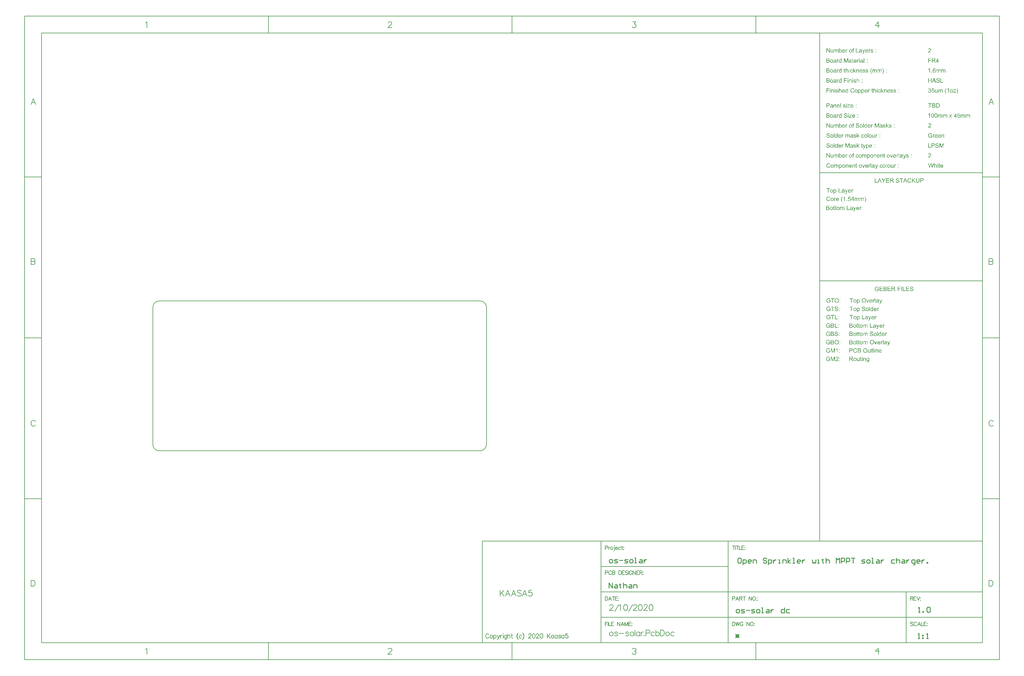
<source format=gm1>
G04*
G04 #@! TF.GenerationSoftware,Altium Limited,Altium Designer,20.2.4 (192)*
G04*
G04 Layer_Color=16711935*
%FSLAX44Y44*%
%MOMM*%
G71*
G04*
G04 #@! TF.SameCoordinates,67114E77-E753-4292-8CED-1D2F6309BB80*
G04*
G04*
G04 #@! TF.FilePolarity,Positive*
G04*
G01*
G75*
%ADD10C,0.2000*%
%ADD12C,0.2540*%
%ADD20C,0.1270*%
%ADD21C,0.1778*%
G36*
X2126701Y280781D02*
X2125121D01*
Y282576D01*
X2126701D01*
Y280781D01*
D02*
G37*
G36*
X2133763Y279240D02*
X2133958Y279221D01*
X2134192Y279182D01*
X2134465Y279123D01*
X2134718Y279045D01*
X2134991Y278948D01*
X2135031Y278928D01*
X2135108Y278889D01*
X2135226Y278831D01*
X2135382Y278733D01*
X2135557Y278616D01*
X2135733Y278480D01*
X2135908Y278324D01*
X2136045Y278148D01*
X2136064Y278129D01*
X2136103Y278070D01*
X2136162Y277953D01*
X2136240Y277816D01*
X2136318Y277660D01*
X2136396Y277465D01*
X2136474Y277231D01*
X2136533Y276997D01*
Y276978D01*
X2136552Y276919D01*
X2136572Y276802D01*
X2136591Y276646D01*
Y276431D01*
X2136611Y276158D01*
X2136630Y275846D01*
Y275456D01*
Y269760D01*
X2135050D01*
Y275397D01*
Y275417D01*
Y275437D01*
Y275554D01*
Y275729D01*
X2135031Y275944D01*
X2135011Y276158D01*
X2134972Y276412D01*
X2134913Y276626D01*
X2134855Y276822D01*
Y276841D01*
X2134816Y276900D01*
X2134777Y276997D01*
X2134718Y277095D01*
X2134621Y277231D01*
X2134504Y277348D01*
X2134367Y277485D01*
X2134211Y277602D01*
X2134192Y277621D01*
X2134133Y277641D01*
X2134036Y277699D01*
X2133899Y277758D01*
X2133743Y277797D01*
X2133548Y277855D01*
X2133353Y277875D01*
X2133119Y277894D01*
X2132943D01*
X2132768Y277855D01*
X2132514Y277816D01*
X2132241Y277738D01*
X2131968Y277621D01*
X2131656Y277465D01*
X2131383Y277251D01*
X2131344Y277212D01*
X2131266Y277114D01*
X2131149Y276958D01*
X2131090Y276841D01*
X2131031Y276705D01*
X2130954Y276549D01*
X2130895Y276373D01*
X2130836Y276178D01*
X2130778Y275963D01*
X2130719Y275710D01*
X2130700Y275437D01*
X2130661Y275144D01*
Y274832D01*
Y269760D01*
X2129081D01*
Y279045D01*
X2130505D01*
Y277719D01*
X2130524Y277738D01*
X2130544Y277777D01*
X2130602Y277855D01*
X2130700Y277953D01*
X2130797Y278070D01*
X2130934Y278207D01*
X2131071Y278343D01*
X2131246Y278499D01*
X2131461Y278636D01*
X2131675Y278772D01*
X2131909Y278909D01*
X2132182Y279026D01*
X2132456Y279123D01*
X2132768Y279201D01*
X2133099Y279240D01*
X2133450Y279260D01*
X2133587D01*
X2133763Y279240D01*
D02*
G37*
G36*
X2117669Y269760D02*
X2116265D01*
Y271106D01*
X2116245Y271087D01*
X2116206Y271047D01*
X2116147Y270969D01*
X2116069Y270872D01*
X2115952Y270735D01*
X2115816Y270618D01*
X2115660Y270462D01*
X2115484Y270326D01*
X2115289Y270189D01*
X2115075Y270033D01*
X2114821Y269916D01*
X2114567Y269799D01*
X2114275Y269682D01*
X2113982Y269604D01*
X2113651Y269565D01*
X2113319Y269545D01*
X2113182D01*
X2113026Y269565D01*
X2112812Y269584D01*
X2112578Y269623D01*
X2112324Y269682D01*
X2112051Y269760D01*
X2111778Y269858D01*
X2111739Y269877D01*
X2111661Y269916D01*
X2111544Y269974D01*
X2111388Y270072D01*
X2111212Y270189D01*
X2111037Y270326D01*
X2110881Y270462D01*
X2110724Y270638D01*
X2110705Y270657D01*
X2110666Y270716D01*
X2110607Y270833D01*
X2110549Y270969D01*
X2110451Y271145D01*
X2110373Y271340D01*
X2110295Y271555D01*
X2110237Y271808D01*
Y271828D01*
X2110217Y271906D01*
Y272003D01*
X2110198Y272159D01*
X2110178Y272374D01*
Y272628D01*
X2110159Y272920D01*
Y273271D01*
Y279045D01*
X2111739D01*
Y273876D01*
Y273857D01*
Y273818D01*
Y273759D01*
Y273681D01*
Y273466D01*
X2111758Y273213D01*
Y272940D01*
X2111778Y272666D01*
X2111797Y272413D01*
X2111817Y272218D01*
Y272198D01*
X2111856Y272120D01*
X2111895Y272003D01*
X2111953Y271867D01*
X2112032Y271711D01*
X2112149Y271535D01*
X2112285Y271379D01*
X2112441Y271243D01*
X2112461Y271223D01*
X2112539Y271184D01*
X2112636Y271126D01*
X2112773Y271067D01*
X2112948Y271008D01*
X2113143Y270950D01*
X2113378Y270911D01*
X2113631Y270891D01*
X2113748D01*
X2113885Y270911D01*
X2114060Y270930D01*
X2114255Y270969D01*
X2114470Y271047D01*
X2114704Y271126D01*
X2114938Y271243D01*
X2114958Y271262D01*
X2115036Y271320D01*
X2115153Y271399D01*
X2115289Y271516D01*
X2115426Y271652D01*
X2115582Y271828D01*
X2115699Y272023D01*
X2115816Y272237D01*
X2115835Y272276D01*
X2115855Y272354D01*
X2115894Y272491D01*
X2115952Y272706D01*
X2116011Y272959D01*
X2116050Y273271D01*
X2116069Y273642D01*
X2116089Y274051D01*
Y279045D01*
X2117669D01*
Y269760D01*
D02*
G37*
G36*
X2126701D02*
X2125121D01*
Y279045D01*
X2126701D01*
Y269760D01*
D02*
G37*
G36*
X2093656Y282557D02*
X2093812D01*
X2094202Y282537D01*
X2094612Y282498D01*
X2095041Y282420D01*
X2095450Y282342D01*
X2095645Y282284D01*
X2095821Y282225D01*
X2095840D01*
X2095860Y282206D01*
X2095977Y282167D01*
X2096133Y282069D01*
X2096328Y281933D01*
X2096562Y281776D01*
X2096796Y281562D01*
X2097030Y281308D01*
X2097245Y280996D01*
X2097265Y280957D01*
X2097323Y280840D01*
X2097421Y280665D01*
X2097518Y280430D01*
X2097616Y280138D01*
X2097713Y279806D01*
X2097772Y279455D01*
X2097791Y279065D01*
Y279045D01*
Y279006D01*
Y278928D01*
X2097772Y278831D01*
Y278714D01*
X2097752Y278577D01*
X2097674Y278265D01*
X2097577Y277894D01*
X2097421Y277524D01*
X2097186Y277134D01*
X2097050Y276939D01*
X2096894Y276763D01*
X2096855Y276724D01*
X2096796Y276685D01*
X2096738Y276607D01*
X2096640Y276549D01*
X2096523Y276451D01*
X2096387Y276373D01*
X2096231Y276275D01*
X2096055Y276178D01*
X2095840Y276080D01*
X2095626Y275983D01*
X2095372Y275885D01*
X2095119Y275788D01*
X2094826Y275710D01*
X2094514Y275651D01*
X2094182Y275593D01*
X2094221Y275573D01*
X2094299Y275534D01*
X2094417Y275476D01*
X2094553Y275397D01*
X2094885Y275183D01*
X2095060Y275066D01*
X2095197Y274949D01*
X2095236Y274910D01*
X2095333Y274832D01*
X2095470Y274676D01*
X2095645Y274481D01*
X2095860Y274227D01*
X2096094Y273934D01*
X2096348Y273603D01*
X2096601Y273232D01*
X2098825Y269760D01*
X2096699D01*
X2095002Y272413D01*
Y272432D01*
X2094963Y272472D01*
X2094924Y272530D01*
X2094885Y272608D01*
X2094748Y272803D01*
X2094573Y273057D01*
X2094377Y273349D01*
X2094163Y273642D01*
X2093968Y273915D01*
X2093773Y274169D01*
X2093753Y274188D01*
X2093695Y274266D01*
X2093597Y274383D01*
X2093500Y274520D01*
X2093207Y274793D01*
X2093071Y274929D01*
X2092914Y275027D01*
X2092895Y275046D01*
X2092856Y275066D01*
X2092778Y275105D01*
X2092680Y275163D01*
X2092446Y275280D01*
X2092154Y275378D01*
X2092134D01*
X2092095Y275397D01*
X2092017D01*
X2091920Y275417D01*
X2091783Y275437D01*
X2091627D01*
X2091432Y275456D01*
X2089247D01*
Y269760D01*
X2087550D01*
Y282576D01*
X2093500D01*
X2093656Y282557D01*
D02*
G37*
G36*
X2121980Y279045D02*
X2123560D01*
Y277816D01*
X2121980D01*
Y272374D01*
Y272354D01*
Y272276D01*
Y272159D01*
X2122000Y272023D01*
X2122019Y271730D01*
X2122039Y271613D01*
X2122058Y271516D01*
X2122078Y271477D01*
X2122117Y271399D01*
X2122195Y271301D01*
X2122312Y271203D01*
X2122351Y271184D01*
X2122448Y271164D01*
X2122624Y271126D01*
X2122858Y271106D01*
X2123053D01*
X2123151Y271126D01*
X2123268D01*
X2123560Y271164D01*
X2123775Y269779D01*
X2123736D01*
X2123658Y269760D01*
X2123541Y269741D01*
X2123365Y269721D01*
X2123190Y269682D01*
X2122995Y269662D01*
X2122585Y269643D01*
X2122448D01*
X2122292Y269662D01*
X2122097Y269682D01*
X2121883Y269701D01*
X2121649Y269760D01*
X2121434Y269818D01*
X2121239Y269897D01*
X2121219Y269916D01*
X2121161Y269955D01*
X2121083Y270014D01*
X2120985Y270092D01*
X2120868Y270189D01*
X2120771Y270306D01*
X2120654Y270443D01*
X2120576Y270599D01*
Y270618D01*
X2120556Y270696D01*
X2120517Y270813D01*
X2120498Y271008D01*
X2120459Y271262D01*
X2120439Y271399D01*
X2120420Y271574D01*
Y271769D01*
X2120400Y271984D01*
Y272218D01*
Y272472D01*
Y277816D01*
X2119230D01*
Y279045D01*
X2120400D01*
Y281328D01*
X2121980Y282284D01*
Y279045D01*
D02*
G37*
G36*
X2104307Y279240D02*
X2104482Y279221D01*
X2104658Y279201D01*
X2104872Y279162D01*
X2105107Y279104D01*
X2105594Y278948D01*
X2105848Y278850D01*
X2106121Y278733D01*
X2106374Y278577D01*
X2106628Y278402D01*
X2106882Y278207D01*
X2107116Y277992D01*
X2107135Y277973D01*
X2107174Y277934D01*
X2107233Y277855D01*
X2107311Y277758D01*
X2107408Y277641D01*
X2107506Y277485D01*
X2107623Y277290D01*
X2107740Y277095D01*
X2107838Y276861D01*
X2107955Y276588D01*
X2108052Y276314D01*
X2108150Y276002D01*
X2108228Y275671D01*
X2108286Y275300D01*
X2108325Y274929D01*
X2108345Y274520D01*
Y274500D01*
Y274442D01*
Y274344D01*
Y274227D01*
X2108325Y274071D01*
Y273895D01*
X2108306Y273700D01*
X2108286Y273486D01*
X2108208Y273037D01*
X2108111Y272569D01*
X2107974Y272101D01*
X2107798Y271691D01*
Y271672D01*
X2107779Y271652D01*
X2107701Y271516D01*
X2107564Y271340D01*
X2107389Y271106D01*
X2107174Y270852D01*
X2106901Y270599D01*
X2106589Y270345D01*
X2106218Y270111D01*
X2106199D01*
X2106179Y270092D01*
X2106121Y270053D01*
X2106043Y270033D01*
X2105828Y269935D01*
X2105555Y269838D01*
X2105224Y269721D01*
X2104853Y269643D01*
X2104443Y269565D01*
X2103994Y269545D01*
X2103799D01*
X2103663Y269565D01*
X2103507Y269584D01*
X2103312Y269604D01*
X2103097Y269643D01*
X2102863Y269701D01*
X2102375Y269858D01*
X2102102Y269955D01*
X2101849Y270072D01*
X2101576Y270209D01*
X2101322Y270384D01*
X2101069Y270579D01*
X2100834Y270794D01*
X2100815Y270813D01*
X2100776Y270852D01*
X2100717Y270930D01*
X2100659Y271028D01*
X2100561Y271164D01*
X2100464Y271320D01*
X2100347Y271496D01*
X2100249Y271711D01*
X2100132Y271964D01*
X2100015Y272218D01*
X2099917Y272530D01*
X2099839Y272842D01*
X2099762Y273193D01*
X2099703Y273564D01*
X2099664Y273974D01*
X2099644Y274403D01*
Y274442D01*
Y274520D01*
X2099664Y274656D01*
Y274832D01*
X2099684Y275046D01*
X2099722Y275280D01*
X2099762Y275554D01*
X2099820Y275846D01*
X2099898Y276158D01*
X2099996Y276470D01*
X2100113Y276783D01*
X2100249Y277095D01*
X2100405Y277407D01*
X2100600Y277699D01*
X2100815Y277973D01*
X2101069Y278226D01*
X2101088Y278246D01*
X2101127Y278265D01*
X2101185Y278324D01*
X2101283Y278382D01*
X2101400Y278460D01*
X2101537Y278558D01*
X2101693Y278655D01*
X2101888Y278753D01*
X2102083Y278831D01*
X2102297Y278928D01*
X2102805Y279104D01*
X2103370Y279221D01*
X2103682Y279240D01*
X2103994Y279260D01*
X2104170D01*
X2104307Y279240D01*
D02*
G37*
G36*
X2142716D02*
X2142853Y279221D01*
X2143029Y279182D01*
X2143399Y279084D01*
X2143614Y279026D01*
X2143828Y278928D01*
X2144062Y278831D01*
X2144296Y278694D01*
X2144511Y278538D01*
X2144745Y278363D01*
X2144960Y278148D01*
X2145155Y277914D01*
Y279045D01*
X2146598D01*
Y271008D01*
Y270989D01*
Y270911D01*
Y270813D01*
Y270657D01*
X2146579Y270482D01*
Y270287D01*
X2146559Y270053D01*
X2146540Y269818D01*
X2146481Y269331D01*
X2146403Y268824D01*
X2146306Y268355D01*
X2146228Y268141D01*
X2146150Y267965D01*
Y267946D01*
X2146130Y267926D01*
X2146072Y267809D01*
X2145954Y267653D01*
X2145818Y267439D01*
X2145623Y267204D01*
X2145389Y266970D01*
X2145096Y266736D01*
X2144765Y266522D01*
X2144745D01*
X2144726Y266502D01*
X2144667Y266483D01*
X2144589Y266444D01*
X2144394Y266346D01*
X2144121Y266268D01*
X2143770Y266171D01*
X2143360Y266073D01*
X2142911Y266015D01*
X2142404Y265995D01*
X2142248D01*
X2142131Y266015D01*
X2141995D01*
X2141819Y266034D01*
X2141448Y266093D01*
X2141019Y266190D01*
X2140571Y266307D01*
X2140122Y266502D01*
X2139712Y266756D01*
X2139693D01*
X2139673Y266795D01*
X2139556Y266892D01*
X2139400Y267068D01*
X2139205Y267322D01*
X2139030Y267634D01*
X2138873Y268024D01*
X2138776Y268472D01*
X2138737Y268726D01*
Y268999D01*
X2140258Y268785D01*
Y268746D01*
X2140278Y268668D01*
X2140317Y268550D01*
X2140356Y268395D01*
X2140434Y268219D01*
X2140531Y268043D01*
X2140649Y267887D01*
X2140805Y267751D01*
X2140824Y267731D01*
X2140922Y267673D01*
X2141039Y267614D01*
X2141234Y267536D01*
X2141448Y267439D01*
X2141721Y267380D01*
X2142053Y267322D01*
X2142404Y267302D01*
X2142580D01*
X2142775Y267322D01*
X2143029Y267361D01*
X2143302Y267419D01*
X2143575Y267497D01*
X2143848Y267595D01*
X2144082Y267751D01*
X2144101Y267770D01*
X2144179Y267829D01*
X2144277Y267926D01*
X2144413Y268063D01*
X2144550Y268238D01*
X2144667Y268433D01*
X2144784Y268687D01*
X2144882Y268960D01*
Y268980D01*
X2144901Y269058D01*
X2144921Y269194D01*
X2144940Y269389D01*
X2144979Y269662D01*
Y269838D01*
X2144999Y270014D01*
Y270228D01*
Y270443D01*
Y270696D01*
Y270969D01*
X2144979Y270950D01*
X2144960Y270911D01*
X2144901Y270852D01*
X2144823Y270774D01*
X2144706Y270696D01*
X2144589Y270579D01*
X2144296Y270365D01*
X2143926Y270150D01*
X2143477Y269955D01*
X2143243Y269877D01*
X2142989Y269818D01*
X2142716Y269779D01*
X2142443Y269760D01*
X2142268D01*
X2142131Y269779D01*
X2141975Y269799D01*
X2141780Y269838D01*
X2141585Y269877D01*
X2141351Y269935D01*
X2141117Y269994D01*
X2140883Y270092D01*
X2140629Y270209D01*
X2140395Y270345D01*
X2140141Y270501D01*
X2139907Y270677D01*
X2139693Y270891D01*
X2139478Y271126D01*
X2139459Y271145D01*
X2139439Y271184D01*
X2139381Y271262D01*
X2139322Y271379D01*
X2139244Y271516D01*
X2139147Y271672D01*
X2139049Y271847D01*
X2138951Y272062D01*
X2138854Y272296D01*
X2138756Y272549D01*
X2138678Y272823D01*
X2138581Y273115D01*
X2138464Y273739D01*
X2138444Y274091D01*
X2138425Y274442D01*
Y274461D01*
Y274500D01*
Y274578D01*
Y274676D01*
X2138444Y274793D01*
Y274929D01*
X2138483Y275242D01*
X2138542Y275632D01*
X2138620Y276041D01*
X2138737Y276470D01*
X2138893Y276900D01*
Y276919D01*
X2138912Y276958D01*
X2138951Y277017D01*
X2138990Y277095D01*
X2139088Y277290D01*
X2139244Y277543D01*
X2139459Y277816D01*
X2139693Y278109D01*
X2139966Y278382D01*
X2140297Y278636D01*
X2140317D01*
X2140336Y278655D01*
X2140395Y278694D01*
X2140453Y278733D01*
X2140649Y278831D01*
X2140902Y278948D01*
X2141234Y279065D01*
X2141585Y279162D01*
X2141995Y279240D01*
X2142443Y279260D01*
X2142599D01*
X2142716Y279240D01*
D02*
G37*
G36*
X2163511Y305781D02*
X2161931D01*
Y307576D01*
X2163511D01*
Y305781D01*
D02*
G37*
G36*
X2105360Y307771D02*
X2105516Y307752D01*
X2105711Y307732D01*
X2105926Y307713D01*
X2106160Y307674D01*
X2106667Y307557D01*
X2107213Y307381D01*
X2107486Y307264D01*
X2107759Y307127D01*
X2108013Y306971D01*
X2108267Y306796D01*
X2108286Y306776D01*
X2108325Y306757D01*
X2108384Y306698D01*
X2108481Y306620D01*
X2108579Y306523D01*
X2108715Y306386D01*
X2108852Y306250D01*
X2108988Y306094D01*
X2109144Y305899D01*
X2109281Y305704D01*
X2109437Y305469D01*
X2109593Y305216D01*
X2109730Y304962D01*
X2109866Y304670D01*
X2110100Y304045D01*
X2108423Y303655D01*
Y303675D01*
X2108403Y303714D01*
X2108384Y303792D01*
X2108345Y303889D01*
X2108286Y304006D01*
X2108228Y304143D01*
X2108091Y304436D01*
X2107915Y304767D01*
X2107681Y305118D01*
X2107428Y305430D01*
X2107116Y305704D01*
X2107077Y305723D01*
X2106960Y305801D01*
X2106784Y305899D01*
X2106530Y306035D01*
X2106238Y306152D01*
X2105867Y306250D01*
X2105458Y306328D01*
X2104989Y306347D01*
X2104853D01*
X2104755Y306328D01*
X2104619D01*
X2104482Y306308D01*
X2104131Y306250D01*
X2103741Y306172D01*
X2103331Y306035D01*
X2102922Y305860D01*
X2102531Y305625D01*
X2102512D01*
X2102493Y305586D01*
X2102375Y305489D01*
X2102200Y305333D01*
X2101985Y305118D01*
X2101771Y304845D01*
X2101537Y304533D01*
X2101322Y304143D01*
X2101147Y303714D01*
Y303694D01*
X2101127Y303655D01*
X2101107Y303597D01*
X2101088Y303499D01*
X2101049Y303402D01*
X2101030Y303265D01*
X2100951Y302953D01*
X2100873Y302582D01*
X2100815Y302173D01*
X2100776Y301724D01*
X2100756Y301256D01*
Y301236D01*
Y301178D01*
Y301100D01*
Y300983D01*
X2100776Y300846D01*
Y300671D01*
X2100795Y300495D01*
X2100815Y300300D01*
X2100873Y299851D01*
X2100951Y299364D01*
X2101069Y298876D01*
X2101225Y298408D01*
Y298388D01*
X2101244Y298349D01*
X2101283Y298291D01*
X2101322Y298213D01*
X2101420Y297979D01*
X2101576Y297725D01*
X2101790Y297413D01*
X2102044Y297120D01*
X2102336Y296828D01*
X2102688Y296574D01*
X2102707D01*
X2102727Y296555D01*
X2102785Y296516D01*
X2102863Y296477D01*
X2103078Y296399D01*
X2103351Y296282D01*
X2103663Y296184D01*
X2104034Y296086D01*
X2104443Y296008D01*
X2104872Y295989D01*
X2105009D01*
X2105107Y296008D01*
X2105224D01*
X2105380Y296028D01*
X2105711Y296086D01*
X2106082Y296184D01*
X2106492Y296340D01*
X2106882Y296535D01*
X2107272Y296808D01*
X2107291Y296828D01*
X2107311Y296847D01*
X2107428Y296964D01*
X2107603Y297159D01*
X2107818Y297413D01*
X2108033Y297764D01*
X2108267Y298174D01*
X2108462Y298681D01*
X2108618Y299247D01*
X2110315Y298817D01*
Y298798D01*
X2110295Y298720D01*
X2110256Y298622D01*
X2110217Y298466D01*
X2110139Y298310D01*
X2110061Y298096D01*
X2109983Y297881D01*
X2109866Y297647D01*
X2109613Y297120D01*
X2109261Y296594D01*
X2108871Y296086D01*
X2108637Y295852D01*
X2108384Y295638D01*
X2108364Y295618D01*
X2108325Y295599D01*
X2108247Y295540D01*
X2108130Y295462D01*
X2107993Y295384D01*
X2107838Y295287D01*
X2107662Y295189D01*
X2107447Y295092D01*
X2107213Y294994D01*
X2106960Y294897D01*
X2106667Y294799D01*
X2106374Y294721D01*
X2105731Y294584D01*
X2105380Y294565D01*
X2105009Y294545D01*
X2104814D01*
X2104658Y294565D01*
X2104482D01*
X2104287Y294584D01*
X2104053Y294623D01*
X2103819Y294643D01*
X2103273Y294760D01*
X2102707Y294897D01*
X2102161Y295111D01*
X2101888Y295228D01*
X2101634Y295384D01*
X2101615Y295404D01*
X2101576Y295423D01*
X2101517Y295482D01*
X2101420Y295540D01*
X2101185Y295735D01*
X2100912Y296008D01*
X2100581Y296340D01*
X2100269Y296769D01*
X2099937Y297257D01*
X2099664Y297823D01*
Y297842D01*
X2099644Y297901D01*
X2099605Y297979D01*
X2099566Y298096D01*
X2099508Y298252D01*
X2099449Y298427D01*
X2099391Y298622D01*
X2099332Y298857D01*
X2099274Y299090D01*
X2099215Y299364D01*
X2099098Y299949D01*
X2099020Y300573D01*
X2099001Y301256D01*
Y301275D01*
Y301353D01*
Y301451D01*
X2099020Y301588D01*
Y301763D01*
X2099040Y301978D01*
X2099059Y302192D01*
X2099098Y302446D01*
X2099196Y302992D01*
X2099313Y303577D01*
X2099508Y304182D01*
X2099762Y304748D01*
Y304767D01*
X2099801Y304806D01*
X2099839Y304884D01*
X2099898Y305001D01*
X2099976Y305118D01*
X2100074Y305255D01*
X2100327Y305586D01*
X2100620Y305957D01*
X2100990Y306328D01*
X2101439Y306698D01*
X2101927Y307010D01*
X2101946D01*
X2101985Y307050D01*
X2102063Y307089D01*
X2102180Y307127D01*
X2102297Y307186D01*
X2102453Y307264D01*
X2102649Y307323D01*
X2102844Y307401D01*
X2103058Y307479D01*
X2103292Y307537D01*
X2103819Y307674D01*
X2104404Y307752D01*
X2105028Y307791D01*
X2105224D01*
X2105360Y307771D01*
D02*
G37*
G36*
X2170573Y304240D02*
X2170768Y304221D01*
X2171002Y304182D01*
X2171275Y304123D01*
X2171528Y304045D01*
X2171802Y303948D01*
X2171841Y303928D01*
X2171919Y303889D01*
X2172036Y303831D01*
X2172192Y303733D01*
X2172367Y303616D01*
X2172543Y303480D01*
X2172718Y303324D01*
X2172855Y303148D01*
X2172874Y303129D01*
X2172914Y303070D01*
X2172972Y302953D01*
X2173050Y302816D01*
X2173128Y302660D01*
X2173206Y302465D01*
X2173284Y302231D01*
X2173343Y301997D01*
Y301978D01*
X2173362Y301919D01*
X2173382Y301802D01*
X2173401Y301646D01*
Y301431D01*
X2173421Y301158D01*
X2173440Y300846D01*
Y300456D01*
Y294760D01*
X2171860D01*
Y300397D01*
Y300417D01*
Y300436D01*
Y300554D01*
Y300729D01*
X2171841Y300944D01*
X2171821Y301158D01*
X2171782Y301412D01*
X2171723Y301626D01*
X2171665Y301821D01*
Y301841D01*
X2171626Y301900D01*
X2171587Y301997D01*
X2171528Y302095D01*
X2171431Y302231D01*
X2171314Y302348D01*
X2171177Y302485D01*
X2171021Y302602D01*
X2171002Y302621D01*
X2170943Y302641D01*
X2170846Y302699D01*
X2170709Y302758D01*
X2170553Y302797D01*
X2170358Y302855D01*
X2170163Y302875D01*
X2169929Y302894D01*
X2169753D01*
X2169578Y302855D01*
X2169324Y302816D01*
X2169051Y302738D01*
X2168778Y302621D01*
X2168466Y302465D01*
X2168193Y302251D01*
X2168154Y302212D01*
X2168076Y302114D01*
X2167959Y301958D01*
X2167900Y301841D01*
X2167842Y301705D01*
X2167764Y301548D01*
X2167705Y301373D01*
X2167646Y301178D01*
X2167588Y300963D01*
X2167529Y300710D01*
X2167510Y300436D01*
X2167471Y300144D01*
Y299832D01*
Y294760D01*
X2165891D01*
Y304045D01*
X2167315D01*
Y302719D01*
X2167334Y302738D01*
X2167354Y302777D01*
X2167413Y302855D01*
X2167510Y302953D01*
X2167608Y303070D01*
X2167744Y303207D01*
X2167881Y303343D01*
X2168056Y303499D01*
X2168271Y303636D01*
X2168485Y303772D01*
X2168719Y303909D01*
X2168992Y304026D01*
X2169266Y304123D01*
X2169578Y304201D01*
X2169909Y304240D01*
X2170260Y304260D01*
X2170397D01*
X2170573Y304240D01*
D02*
G37*
G36*
X2150500Y294760D02*
X2149095D01*
Y296106D01*
X2149076Y296086D01*
X2149037Y296047D01*
X2148978Y295969D01*
X2148900Y295872D01*
X2148783Y295735D01*
X2148647Y295618D01*
X2148490Y295462D01*
X2148315Y295326D01*
X2148120Y295189D01*
X2147905Y295033D01*
X2147652Y294916D01*
X2147398Y294799D01*
X2147106Y294682D01*
X2146813Y294604D01*
X2146481Y294565D01*
X2146150Y294545D01*
X2146013D01*
X2145857Y294565D01*
X2145642Y294584D01*
X2145408Y294623D01*
X2145155Y294682D01*
X2144882Y294760D01*
X2144608Y294858D01*
X2144570Y294877D01*
X2144491Y294916D01*
X2144375Y294974D01*
X2144218Y295072D01*
X2144043Y295189D01*
X2143867Y295326D01*
X2143711Y295462D01*
X2143555Y295638D01*
X2143536Y295657D01*
X2143497Y295716D01*
X2143438Y295833D01*
X2143380Y295969D01*
X2143282Y296145D01*
X2143204Y296340D01*
X2143126Y296555D01*
X2143067Y296808D01*
Y296828D01*
X2143048Y296906D01*
Y297003D01*
X2143029Y297159D01*
X2143009Y297374D01*
Y297628D01*
X2142989Y297920D01*
Y298271D01*
Y304045D01*
X2144570D01*
Y298876D01*
Y298857D01*
Y298817D01*
Y298759D01*
Y298681D01*
Y298466D01*
X2144589Y298213D01*
Y297940D01*
X2144608Y297666D01*
X2144628Y297413D01*
X2144648Y297218D01*
Y297198D01*
X2144687Y297120D01*
X2144726Y297003D01*
X2144784Y296867D01*
X2144862Y296711D01*
X2144979Y296535D01*
X2145116Y296379D01*
X2145272Y296243D01*
X2145291Y296223D01*
X2145369Y296184D01*
X2145467Y296125D01*
X2145603Y296067D01*
X2145779Y296008D01*
X2145974Y295950D01*
X2146208Y295911D01*
X2146462Y295891D01*
X2146579D01*
X2146715Y295911D01*
X2146891Y295930D01*
X2147086Y295969D01*
X2147301Y296047D01*
X2147535Y296125D01*
X2147769Y296243D01*
X2147788Y296262D01*
X2147866Y296320D01*
X2147983Y296399D01*
X2148120Y296516D01*
X2148256Y296652D01*
X2148412Y296828D01*
X2148530Y297023D01*
X2148647Y297237D01*
X2148666Y297276D01*
X2148685Y297354D01*
X2148725Y297491D01*
X2148783Y297705D01*
X2148842Y297959D01*
X2148881Y298271D01*
X2148900Y298642D01*
X2148920Y299051D01*
Y304045D01*
X2150500D01*
Y294760D01*
D02*
G37*
G36*
X2163511D02*
X2161931D01*
Y304045D01*
X2163511D01*
Y294760D01*
D02*
G37*
G36*
X2159492D02*
X2157912D01*
Y307576D01*
X2159492D01*
Y294760D01*
D02*
G37*
G36*
X2117493Y307557D02*
X2117630D01*
X2117962Y307537D01*
X2118332Y307479D01*
X2118723Y307420D01*
X2119113Y307323D01*
X2119464Y307186D01*
X2119483D01*
X2119503Y307167D01*
X2119620Y307108D01*
X2119776Y307010D01*
X2119971Y306893D01*
X2120205Y306718D01*
X2120439Y306503D01*
X2120654Y306269D01*
X2120868Y305977D01*
X2120888Y305938D01*
X2120946Y305840D01*
X2121024Y305665D01*
X2121122Y305450D01*
X2121219Y305196D01*
X2121297Y304923D01*
X2121356Y304611D01*
X2121375Y304279D01*
Y304240D01*
Y304143D01*
X2121356Y303987D01*
X2121317Y303772D01*
X2121258Y303538D01*
X2121180Y303285D01*
X2121083Y302992D01*
X2120927Y302719D01*
X2120907Y302680D01*
X2120849Y302602D01*
X2120732Y302465D01*
X2120595Y302309D01*
X2120400Y302114D01*
X2120166Y301939D01*
X2119893Y301744D01*
X2119561Y301568D01*
X2119581D01*
X2119620Y301548D01*
X2119678Y301529D01*
X2119756Y301509D01*
X2119971Y301412D01*
X2120224Y301295D01*
X2120517Y301119D01*
X2120810Y300924D01*
X2121102Y300690D01*
X2121356Y300397D01*
X2121375Y300359D01*
X2121454Y300261D01*
X2121551Y300085D01*
X2121688Y299851D01*
X2121805Y299559D01*
X2121902Y299247D01*
X2121980Y298876D01*
X2122000Y298466D01*
Y298427D01*
Y298310D01*
X2121980Y298135D01*
X2121961Y297920D01*
X2121902Y297666D01*
X2121844Y297374D01*
X2121746Y297081D01*
X2121609Y296789D01*
X2121590Y296750D01*
X2121551Y296652D01*
X2121454Y296516D01*
X2121356Y296340D01*
X2121219Y296145D01*
X2121063Y295950D01*
X2120868Y295755D01*
X2120673Y295579D01*
X2120654Y295560D01*
X2120576Y295521D01*
X2120459Y295443D01*
X2120283Y295345D01*
X2120088Y295248D01*
X2119834Y295150D01*
X2119561Y295053D01*
X2119269Y294955D01*
X2119230D01*
X2119113Y294916D01*
X2118937Y294897D01*
X2118703Y294858D01*
X2118391Y294818D01*
X2118040Y294799D01*
X2117650Y294760D01*
X2112324D01*
Y307576D01*
X2117357D01*
X2117493Y307557D01*
D02*
G37*
G36*
X2093090D02*
X2093402Y307537D01*
X2093734Y307518D01*
X2094046Y307479D01*
X2094319Y307440D01*
X2094358D01*
X2094475Y307401D01*
X2094651Y307362D01*
X2094865Y307303D01*
X2095119Y307225D01*
X2095372Y307127D01*
X2095645Y306991D01*
X2095899Y306835D01*
X2095919Y306815D01*
X2096016Y306757D01*
X2096133Y306659D01*
X2096270Y306523D01*
X2096426Y306347D01*
X2096601Y306133D01*
X2096777Y305899D01*
X2096933Y305606D01*
X2096952Y305567D01*
X2096991Y305469D01*
X2097050Y305313D01*
X2097128Y305099D01*
X2097206Y304845D01*
X2097265Y304553D01*
X2097304Y304221D01*
X2097323Y303870D01*
Y303850D01*
Y303792D01*
Y303714D01*
X2097304Y303597D01*
X2097284Y303460D01*
X2097265Y303285D01*
X2097245Y303109D01*
X2097186Y302914D01*
X2097070Y302465D01*
X2096874Y302017D01*
X2096757Y301782D01*
X2096621Y301548D01*
X2096465Y301314D01*
X2096270Y301100D01*
X2096250Y301080D01*
X2096211Y301061D01*
X2096153Y301002D01*
X2096075Y300924D01*
X2095938Y300846D01*
X2095802Y300749D01*
X2095626Y300651D01*
X2095411Y300554D01*
X2095177Y300436D01*
X2094904Y300339D01*
X2094592Y300242D01*
X2094261Y300163D01*
X2093870Y300085D01*
X2093461Y300027D01*
X2093012Y300007D01*
X2092524Y299988D01*
X2089247D01*
Y294760D01*
X2087550D01*
Y307576D01*
X2092797D01*
X2093090Y307557D01*
D02*
G37*
G36*
X2154811Y304045D02*
X2156391D01*
Y302816D01*
X2154811D01*
Y297374D01*
Y297354D01*
Y297276D01*
Y297159D01*
X2154830Y297023D01*
X2154850Y296730D01*
X2154869Y296613D01*
X2154889Y296516D01*
X2154908Y296477D01*
X2154947Y296399D01*
X2155025Y296301D01*
X2155142Y296203D01*
X2155181Y296184D01*
X2155279Y296164D01*
X2155455Y296125D01*
X2155689Y296106D01*
X2155884D01*
X2155981Y296125D01*
X2156098D01*
X2156391Y296164D01*
X2156606Y294779D01*
X2156566D01*
X2156488Y294760D01*
X2156371Y294740D01*
X2156196Y294721D01*
X2156020Y294682D01*
X2155825Y294662D01*
X2155415Y294643D01*
X2155279D01*
X2155123Y294662D01*
X2154928Y294682D01*
X2154713Y294701D01*
X2154479Y294760D01*
X2154265Y294818D01*
X2154070Y294897D01*
X2154050Y294916D01*
X2153992Y294955D01*
X2153914Y295014D01*
X2153816Y295092D01*
X2153699Y295189D01*
X2153601Y295306D01*
X2153484Y295443D01*
X2153406Y295599D01*
Y295618D01*
X2153387Y295696D01*
X2153348Y295813D01*
X2153328Y296008D01*
X2153289Y296262D01*
X2153270Y296399D01*
X2153250Y296574D01*
Y296769D01*
X2153231Y296984D01*
Y297218D01*
Y297471D01*
Y302816D01*
X2152060D01*
Y304045D01*
X2153231D01*
Y306328D01*
X2154811Y307284D01*
Y304045D01*
D02*
G37*
G36*
X2179956Y304240D02*
X2180112Y304221D01*
X2180307Y304201D01*
X2180502Y304162D01*
X2180736Y304104D01*
X2181204Y303948D01*
X2181458Y303850D01*
X2181711Y303714D01*
X2181965Y303577D01*
X2182218Y303402D01*
X2182453Y303207D01*
X2182687Y302973D01*
X2182706Y302953D01*
X2182745Y302914D01*
X2182804Y302836D01*
X2182882Y302738D01*
X2182960Y302602D01*
X2183057Y302446D01*
X2183174Y302270D01*
X2183291Y302056D01*
X2183389Y301802D01*
X2183506Y301548D01*
X2183603Y301256D01*
X2183701Y300924D01*
X2183759Y300593D01*
X2183818Y300222D01*
X2183857Y299832D01*
X2183876Y299403D01*
Y299383D01*
Y299305D01*
Y299169D01*
X2183857Y298993D01*
X2176951D01*
Y298974D01*
Y298934D01*
X2176971Y298837D01*
Y298739D01*
X2176991Y298603D01*
X2177010Y298466D01*
X2177088Y298115D01*
X2177205Y297745D01*
X2177342Y297354D01*
X2177556Y296964D01*
X2177810Y296633D01*
X2177849Y296594D01*
X2177946Y296516D01*
X2178122Y296379D01*
X2178336Y296243D01*
X2178629Y296086D01*
X2178961Y295950D01*
X2179331Y295872D01*
X2179741Y295833D01*
X2179897D01*
X2180053Y295852D01*
X2180248Y295891D01*
X2180482Y295950D01*
X2180736Y296028D01*
X2180990Y296125D01*
X2181224Y296282D01*
X2181243Y296301D01*
X2181321Y296379D01*
X2181438Y296477D01*
X2181575Y296652D01*
X2181731Y296847D01*
X2181887Y297101D01*
X2182043Y297413D01*
X2182199Y297764D01*
X2183818Y297549D01*
Y297530D01*
X2183799Y297491D01*
X2183779Y297413D01*
X2183740Y297315D01*
X2183701Y297198D01*
X2183642Y297062D01*
X2183486Y296730D01*
X2183291Y296379D01*
X2183057Y296008D01*
X2182745Y295638D01*
X2182394Y295326D01*
X2182375D01*
X2182355Y295287D01*
X2182296Y295248D01*
X2182199Y295209D01*
X2182101Y295150D01*
X2181984Y295072D01*
X2181848Y295014D01*
X2181672Y294935D01*
X2181302Y294799D01*
X2180833Y294662D01*
X2180326Y294584D01*
X2179741Y294545D01*
X2179546D01*
X2179409Y294565D01*
X2179234Y294584D01*
X2179039Y294604D01*
X2178824Y294643D01*
X2178571Y294701D01*
X2178063Y294858D01*
X2177790Y294955D01*
X2177537Y295072D01*
X2177264Y295209D01*
X2177010Y295384D01*
X2176756Y295579D01*
X2176522Y295794D01*
X2176503Y295813D01*
X2176464Y295852D01*
X2176405Y295930D01*
X2176347Y296028D01*
X2176249Y296145D01*
X2176152Y296301D01*
X2176035Y296496D01*
X2175937Y296711D01*
X2175820Y296945D01*
X2175703Y297198D01*
X2175605Y297491D01*
X2175527Y297803D01*
X2175449Y298135D01*
X2175391Y298505D01*
X2175352Y298895D01*
X2175332Y299305D01*
Y299325D01*
Y299403D01*
Y299539D01*
X2175352Y299695D01*
X2175371Y299890D01*
X2175391Y300124D01*
X2175430Y300378D01*
X2175488Y300651D01*
X2175625Y301236D01*
X2175723Y301529D01*
X2175840Y301841D01*
X2175976Y302134D01*
X2176132Y302426D01*
X2176308Y302699D01*
X2176522Y302953D01*
X2176542Y302973D01*
X2176581Y303011D01*
X2176639Y303070D01*
X2176737Y303167D01*
X2176854Y303265D01*
X2177010Y303363D01*
X2177166Y303480D01*
X2177361Y303616D01*
X2177576Y303733D01*
X2177810Y303850D01*
X2178063Y303948D01*
X2178356Y304065D01*
X2178649Y304143D01*
X2178961Y304201D01*
X2179292Y304240D01*
X2179644Y304260D01*
X2179819D01*
X2179956Y304240D01*
D02*
G37*
G36*
X2135206Y307771D02*
X2135362D01*
X2135557Y307752D01*
X2135752Y307713D01*
X2135986Y307693D01*
X2136474Y307576D01*
X2137020Y307420D01*
X2137566Y307225D01*
X2137840Y307089D01*
X2138113Y306932D01*
X2138132D01*
X2138171Y306893D01*
X2138249Y306854D01*
X2138347Y306776D01*
X2138464Y306698D01*
X2138600Y306581D01*
X2138912Y306328D01*
X2139264Y305996D01*
X2139634Y305586D01*
X2139966Y305118D01*
X2140278Y304572D01*
Y304553D01*
X2140317Y304494D01*
X2140356Y304416D01*
X2140395Y304299D01*
X2140453Y304162D01*
X2140512Y303987D01*
X2140590Y303792D01*
X2140668Y303577D01*
X2140727Y303324D01*
X2140805Y303070D01*
X2140922Y302485D01*
X2141000Y301841D01*
X2141039Y301139D01*
Y301119D01*
Y301061D01*
Y300944D01*
X2141019Y300807D01*
Y300632D01*
X2141000Y300436D01*
X2140980Y300222D01*
X2140941Y299968D01*
X2140844Y299422D01*
X2140707Y298837D01*
X2140512Y298232D01*
X2140239Y297647D01*
Y297628D01*
X2140200Y297589D01*
X2140161Y297511D01*
X2140102Y297393D01*
X2140005Y297276D01*
X2139907Y297120D01*
X2139673Y296789D01*
X2139361Y296418D01*
X2138971Y296028D01*
X2138522Y295657D01*
X2138015Y295326D01*
X2137996D01*
X2137957Y295287D01*
X2137879Y295248D01*
X2137762Y295209D01*
X2137625Y295150D01*
X2137469Y295072D01*
X2137293Y295014D01*
X2137079Y294935D01*
X2136630Y294799D01*
X2136103Y294662D01*
X2135518Y294584D01*
X2134913Y294545D01*
X2134738D01*
X2134601Y294565D01*
X2134445D01*
X2134270Y294584D01*
X2134055Y294623D01*
X2133821Y294662D01*
X2133333Y294760D01*
X2132787Y294916D01*
X2132222Y295131D01*
X2131948Y295248D01*
X2131675Y295404D01*
X2131656Y295423D01*
X2131617Y295443D01*
X2131539Y295501D01*
X2131441Y295560D01*
X2131324Y295657D01*
X2131188Y295755D01*
X2130876Y296028D01*
X2130524Y296379D01*
X2130154Y296769D01*
X2129822Y297257D01*
X2129510Y297784D01*
Y297803D01*
X2129471Y297862D01*
X2129451Y297940D01*
X2129393Y298057D01*
X2129334Y298193D01*
X2129276Y298349D01*
X2129217Y298544D01*
X2129159Y298759D01*
X2129081Y298993D01*
X2129022Y299227D01*
X2128905Y299773D01*
X2128827Y300359D01*
X2128788Y300983D01*
Y301022D01*
Y301119D01*
X2128808Y301295D01*
Y301509D01*
X2128847Y301782D01*
X2128886Y302095D01*
X2128925Y302426D01*
X2129003Y302816D01*
X2129100Y303207D01*
X2129198Y303616D01*
X2129334Y304026D01*
X2129510Y304436D01*
X2129705Y304845D01*
X2129920Y305255D01*
X2130193Y305625D01*
X2130485Y305977D01*
X2130505Y305996D01*
X2130563Y306055D01*
X2130661Y306152D01*
X2130797Y306269D01*
X2130973Y306406D01*
X2131168Y306542D01*
X2131402Y306718D01*
X2131675Y306893D01*
X2131987Y307050D01*
X2132319Y307225D01*
X2132690Y307362D01*
X2133080Y307518D01*
X2133489Y307615D01*
X2133938Y307713D01*
X2134426Y307771D01*
X2134913Y307791D01*
X2135089D01*
X2135206Y307771D01*
D02*
G37*
G36*
X2024299Y282771D02*
X2024456D01*
X2024787Y282732D01*
X2025158Y282674D01*
X2025587Y282596D01*
X2026016Y282479D01*
X2026445Y282323D01*
X2026465D01*
X2026504Y282303D01*
X2026562Y282284D01*
X2026640Y282244D01*
X2026835Y282147D01*
X2027089Y281991D01*
X2027382Y281815D01*
X2027674Y281601D01*
X2027967Y281367D01*
X2028220Y281074D01*
X2028240Y281035D01*
X2028318Y280938D01*
X2028435Y280762D01*
X2028591Y280508D01*
X2028747Y280216D01*
X2028903Y279865D01*
X2029059Y279455D01*
X2029196Y278987D01*
X2027655Y278558D01*
Y278577D01*
X2027635Y278597D01*
X2027616Y278714D01*
X2027538Y278889D01*
X2027460Y279123D01*
X2027362Y279357D01*
X2027245Y279611D01*
X2027108Y279865D01*
X2026953Y280099D01*
X2026933Y280118D01*
X2026874Y280196D01*
X2026777Y280294D01*
X2026640Y280430D01*
X2026465Y280567D01*
X2026250Y280723D01*
X2026016Y280860D01*
X2025724Y280996D01*
X2025685Y281016D01*
X2025587Y281055D01*
X2025411Y281113D01*
X2025197Y281172D01*
X2024943Y281230D01*
X2024651Y281289D01*
X2024319Y281328D01*
X2023968Y281347D01*
X2023773D01*
X2023558Y281328D01*
X2023285Y281308D01*
X2022973Y281250D01*
X2022622Y281191D01*
X2022290Y281094D01*
X2021959Y280977D01*
X2021920Y280957D01*
X2021822Y280918D01*
X2021666Y280840D01*
X2021471Y280723D01*
X2021256Y280586D01*
X2021022Y280430D01*
X2020808Y280255D01*
X2020593Y280040D01*
X2020574Y280021D01*
X2020515Y279943D01*
X2020417Y279826D01*
X2020300Y279670D01*
X2020164Y279475D01*
X2020027Y279260D01*
X2019910Y279026D01*
X2019793Y278772D01*
Y278753D01*
X2019774Y278714D01*
X2019754Y278655D01*
X2019715Y278558D01*
X2019676Y278460D01*
X2019637Y278324D01*
X2019559Y278011D01*
X2019462Y277621D01*
X2019384Y277192D01*
X2019325Y276705D01*
X2019306Y276197D01*
Y276178D01*
Y276119D01*
Y276041D01*
X2019325Y275905D01*
Y275768D01*
X2019345Y275593D01*
X2019364Y275397D01*
X2019384Y275202D01*
X2019442Y274734D01*
X2019559Y274247D01*
X2019696Y273778D01*
X2019891Y273310D01*
Y273291D01*
X2019910Y273252D01*
X2019949Y273193D01*
X2020008Y273115D01*
X2020144Y272920D01*
X2020320Y272666D01*
X2020554Y272393D01*
X2020847Y272101D01*
X2021198Y271828D01*
X2021588Y271594D01*
X2021608D01*
X2021647Y271574D01*
X2021705Y271535D01*
X2021783Y271516D01*
X2021881Y271477D01*
X2022017Y271418D01*
X2022310Y271320D01*
X2022680Y271223D01*
X2023071Y271125D01*
X2023519Y271067D01*
X2023987Y271047D01*
X2024182D01*
X2024397Y271067D01*
X2024670Y271106D01*
X2024982Y271145D01*
X2025353Y271223D01*
X2025743Y271320D01*
X2026133Y271457D01*
X2026153D01*
X2026172Y271477D01*
X2026231Y271496D01*
X2026309Y271535D01*
X2026504Y271613D01*
X2026738Y271730D01*
X2026991Y271867D01*
X2027245Y272023D01*
X2027499Y272198D01*
X2027733Y272374D01*
Y274793D01*
X2023968D01*
Y276295D01*
X2029391D01*
Y271535D01*
X2029371Y271516D01*
X2029332Y271496D01*
X2029274Y271438D01*
X2029176Y271379D01*
X2029059Y271282D01*
X2028923Y271203D01*
X2028591Y270969D01*
X2028201Y270735D01*
X2027772Y270482D01*
X2027284Y270248D01*
X2026796Y270033D01*
X2026777D01*
X2026738Y270014D01*
X2026660Y269994D01*
X2026562Y269955D01*
X2026445Y269916D01*
X2026309Y269877D01*
X2026133Y269838D01*
X2025958Y269799D01*
X2025548Y269701D01*
X2025099Y269623D01*
X2024592Y269565D01*
X2024085Y269545D01*
X2023909D01*
X2023773Y269565D01*
X2023597D01*
X2023402Y269584D01*
X2023188Y269604D01*
X2022953Y269643D01*
X2022407Y269740D01*
X2021842Y269877D01*
X2021237Y270072D01*
X2020652Y270345D01*
X2020632Y270365D01*
X2020593Y270384D01*
X2020496Y270423D01*
X2020398Y270501D01*
X2020262Y270579D01*
X2020125Y270677D01*
X2019793Y270930D01*
X2019403Y271262D01*
X2019032Y271672D01*
X2018662Y272140D01*
X2018330Y272666D01*
Y272686D01*
X2018291Y272745D01*
X2018252Y272823D01*
X2018213Y272940D01*
X2018155Y273076D01*
X2018077Y273252D01*
X2018018Y273447D01*
X2017940Y273681D01*
X2017862Y273915D01*
X2017804Y274188D01*
X2017667Y274773D01*
X2017589Y275417D01*
X2017550Y276100D01*
Y276119D01*
Y276178D01*
Y276275D01*
X2017569Y276412D01*
Y276588D01*
X2017589Y276782D01*
X2017608Y276997D01*
X2017648Y277231D01*
X2017745Y277777D01*
X2017882Y278363D01*
X2018077Y278987D01*
X2018330Y279592D01*
Y279611D01*
X2018369Y279670D01*
X2018408Y279748D01*
X2018467Y279865D01*
X2018564Y280001D01*
X2018662Y280138D01*
X2018896Y280508D01*
X2019228Y280898D01*
X2019598Y281289D01*
X2020066Y281659D01*
X2020300Y281835D01*
X2020574Y281991D01*
X2020593D01*
X2020632Y282030D01*
X2020730Y282069D01*
X2020827Y282108D01*
X2020964Y282186D01*
X2021139Y282244D01*
X2021334Y282323D01*
X2021549Y282401D01*
X2021783Y282459D01*
X2022037Y282537D01*
X2022622Y282674D01*
X2023246Y282752D01*
X2023948Y282791D01*
X2024182D01*
X2024299Y282771D01*
D02*
G37*
G36*
X2058769Y277251D02*
X2056974D01*
Y279045D01*
X2058769D01*
Y277251D01*
D02*
G37*
G36*
X2044060Y269760D02*
X2042422D01*
Y280489D01*
X2038676Y269760D01*
X2037155D01*
X2033468Y280665D01*
Y269760D01*
X2031829D01*
Y282576D01*
X2034365D01*
X2037408Y273505D01*
Y273486D01*
X2037428Y273447D01*
X2037447Y273388D01*
X2037467Y273291D01*
X2037545Y273076D01*
X2037642Y272803D01*
X2037740Y272491D01*
X2037838Y272179D01*
X2037935Y271867D01*
X2038013Y271613D01*
X2038033Y271652D01*
X2038052Y271750D01*
X2038111Y271906D01*
X2038189Y272120D01*
X2038267Y272413D01*
X2038384Y272764D01*
X2038540Y273174D01*
X2038696Y273661D01*
X2041758Y282576D01*
X2044060D01*
Y269760D01*
D02*
G37*
G36*
X2058769D02*
X2056974D01*
Y271555D01*
X2058769D01*
Y269760D01*
D02*
G37*
G36*
X2050693Y282615D02*
X2050849Y282596D01*
X2051024Y282576D01*
X2051219Y282557D01*
X2051434Y282498D01*
X2051902Y282381D01*
X2052390Y282206D01*
X2052643Y282089D01*
X2052878Y281952D01*
X2053092Y281776D01*
X2053307Y281601D01*
X2053326Y281581D01*
X2053346Y281562D01*
X2053404Y281503D01*
X2053482Y281425D01*
X2053560Y281308D01*
X2053658Y281191D01*
X2053853Y280898D01*
X2054048Y280528D01*
X2054223Y280099D01*
X2054360Y279611D01*
X2054380Y279338D01*
X2054399Y279065D01*
Y279026D01*
Y278928D01*
X2054380Y278772D01*
X2054360Y278577D01*
X2054321Y278343D01*
X2054263Y278090D01*
X2054185Y277816D01*
X2054068Y277543D01*
X2054048Y277504D01*
X2054009Y277407D01*
X2053931Y277270D01*
X2053814Y277075D01*
X2053677Y276841D01*
X2053502Y276568D01*
X2053268Y276295D01*
X2053014Y275983D01*
X2052975Y275944D01*
X2052878Y275827D01*
X2052702Y275651D01*
X2052585Y275534D01*
X2052448Y275397D01*
X2052292Y275242D01*
X2052097Y275066D01*
X2051902Y274890D01*
X2051688Y274676D01*
X2051454Y274461D01*
X2051180Y274227D01*
X2050907Y273993D01*
X2050595Y273720D01*
X2050576Y273700D01*
X2050537Y273661D01*
X2050459Y273603D01*
X2050361Y273525D01*
X2050127Y273330D01*
X2049834Y273076D01*
X2049542Y272803D01*
X2049230Y272530D01*
X2048976Y272296D01*
X2048879Y272198D01*
X2048781Y272101D01*
X2048761Y272081D01*
X2048723Y272023D01*
X2048645Y271945D01*
X2048547Y271828D01*
X2048332Y271574D01*
X2048118Y271262D01*
X2054419D01*
Y269760D01*
X2045933D01*
Y269779D01*
Y269858D01*
Y269974D01*
X2045952Y270111D01*
X2045972Y270267D01*
X2045992Y270443D01*
X2046050Y270638D01*
X2046109Y270833D01*
Y270852D01*
X2046128Y270872D01*
X2046167Y270989D01*
X2046245Y271145D01*
X2046362Y271379D01*
X2046499Y271633D01*
X2046694Y271925D01*
X2046889Y272218D01*
X2047142Y272530D01*
Y272549D01*
X2047181Y272569D01*
X2047279Y272686D01*
X2047435Y272862D01*
X2047669Y273096D01*
X2047962Y273369D01*
X2048313Y273700D01*
X2048742Y274071D01*
X2049210Y274481D01*
X2049230Y274500D01*
X2049308Y274559D01*
X2049405Y274637D01*
X2049542Y274773D01*
X2049717Y274910D01*
X2049912Y275085D01*
X2050342Y275456D01*
X2050810Y275905D01*
X2051278Y276353D01*
X2051512Y276568D01*
X2051707Y276782D01*
X2051883Y276997D01*
X2052039Y277192D01*
Y277212D01*
X2052078Y277231D01*
X2052117Y277290D01*
X2052156Y277368D01*
X2052273Y277563D01*
X2052409Y277816D01*
X2052546Y278109D01*
X2052663Y278421D01*
X2052741Y278772D01*
X2052780Y279104D01*
Y279123D01*
Y279143D01*
X2052760Y279260D01*
X2052741Y279436D01*
X2052702Y279650D01*
X2052604Y279904D01*
X2052487Y280157D01*
X2052331Y280430D01*
X2052097Y280684D01*
X2052058Y280704D01*
X2051980Y280781D01*
X2051824Y280879D01*
X2051629Y281016D01*
X2051375Y281133D01*
X2051083Y281230D01*
X2050732Y281308D01*
X2050342Y281328D01*
X2050225D01*
X2050146Y281308D01*
X2049951Y281289D01*
X2049698Y281250D01*
X2049405Y281152D01*
X2049093Y281035D01*
X2048801Y280860D01*
X2048527Y280625D01*
X2048508Y280586D01*
X2048430Y280508D01*
X2048313Y280352D01*
X2048196Y280138D01*
X2048059Y279865D01*
X2047962Y279553D01*
X2047884Y279182D01*
X2047845Y278753D01*
X2046226Y278928D01*
Y278948D01*
Y279006D01*
X2046245Y279104D01*
X2046265Y279221D01*
X2046304Y279377D01*
X2046323Y279553D01*
X2046440Y279943D01*
X2046596Y280391D01*
X2046811Y280840D01*
X2047103Y281289D01*
X2047260Y281484D01*
X2047455Y281679D01*
X2047474Y281698D01*
X2047513Y281718D01*
X2047572Y281776D01*
X2047650Y281835D01*
X2047767Y281893D01*
X2047903Y281991D01*
X2048059Y282069D01*
X2048235Y282167D01*
X2048430Y282244D01*
X2048645Y282342D01*
X2048898Y282420D01*
X2049152Y282479D01*
X2049737Y282596D01*
X2050049Y282615D01*
X2050381Y282635D01*
X2050556D01*
X2050693Y282615D01*
D02*
G37*
G36*
X2024299Y307771D02*
X2024456D01*
X2024787Y307732D01*
X2025158Y307674D01*
X2025587Y307596D01*
X2026016Y307479D01*
X2026445Y307323D01*
X2026465D01*
X2026504Y307303D01*
X2026562Y307284D01*
X2026640Y307244D01*
X2026835Y307147D01*
X2027089Y306991D01*
X2027382Y306815D01*
X2027674Y306601D01*
X2027967Y306367D01*
X2028220Y306074D01*
X2028240Y306035D01*
X2028318Y305938D01*
X2028435Y305762D01*
X2028591Y305508D01*
X2028747Y305216D01*
X2028903Y304865D01*
X2029059Y304455D01*
X2029196Y303987D01*
X2027655Y303558D01*
Y303577D01*
X2027635Y303597D01*
X2027616Y303714D01*
X2027538Y303889D01*
X2027460Y304123D01*
X2027362Y304357D01*
X2027245Y304611D01*
X2027108Y304865D01*
X2026953Y305099D01*
X2026933Y305118D01*
X2026874Y305196D01*
X2026777Y305294D01*
X2026640Y305430D01*
X2026465Y305567D01*
X2026250Y305723D01*
X2026016Y305860D01*
X2025724Y305996D01*
X2025685Y306016D01*
X2025587Y306055D01*
X2025411Y306113D01*
X2025197Y306172D01*
X2024943Y306230D01*
X2024651Y306289D01*
X2024319Y306328D01*
X2023968Y306347D01*
X2023773D01*
X2023558Y306328D01*
X2023285Y306308D01*
X2022973Y306250D01*
X2022622Y306191D01*
X2022290Y306094D01*
X2021959Y305977D01*
X2021920Y305957D01*
X2021822Y305918D01*
X2021666Y305840D01*
X2021471Y305723D01*
X2021256Y305586D01*
X2021022Y305430D01*
X2020808Y305255D01*
X2020593Y305040D01*
X2020574Y305021D01*
X2020515Y304943D01*
X2020417Y304826D01*
X2020300Y304670D01*
X2020164Y304475D01*
X2020027Y304260D01*
X2019910Y304026D01*
X2019793Y303772D01*
Y303753D01*
X2019774Y303714D01*
X2019754Y303655D01*
X2019715Y303558D01*
X2019676Y303460D01*
X2019637Y303324D01*
X2019559Y303011D01*
X2019462Y302621D01*
X2019384Y302192D01*
X2019325Y301705D01*
X2019306Y301197D01*
Y301178D01*
Y301119D01*
Y301041D01*
X2019325Y300905D01*
Y300768D01*
X2019345Y300593D01*
X2019364Y300397D01*
X2019384Y300202D01*
X2019442Y299734D01*
X2019559Y299247D01*
X2019696Y298778D01*
X2019891Y298310D01*
Y298291D01*
X2019910Y298252D01*
X2019949Y298193D01*
X2020008Y298115D01*
X2020144Y297920D01*
X2020320Y297666D01*
X2020554Y297393D01*
X2020847Y297101D01*
X2021198Y296828D01*
X2021588Y296594D01*
X2021608D01*
X2021647Y296574D01*
X2021705Y296535D01*
X2021783Y296516D01*
X2021881Y296477D01*
X2022017Y296418D01*
X2022310Y296320D01*
X2022680Y296223D01*
X2023071Y296125D01*
X2023519Y296067D01*
X2023987Y296047D01*
X2024182D01*
X2024397Y296067D01*
X2024670Y296106D01*
X2024982Y296145D01*
X2025353Y296223D01*
X2025743Y296320D01*
X2026133Y296457D01*
X2026153D01*
X2026172Y296477D01*
X2026231Y296496D01*
X2026309Y296535D01*
X2026504Y296613D01*
X2026738Y296730D01*
X2026991Y296867D01*
X2027245Y297023D01*
X2027499Y297198D01*
X2027733Y297374D01*
Y299793D01*
X2023968D01*
Y301295D01*
X2029391D01*
Y296535D01*
X2029371Y296516D01*
X2029332Y296496D01*
X2029274Y296438D01*
X2029176Y296379D01*
X2029059Y296282D01*
X2028923Y296203D01*
X2028591Y295969D01*
X2028201Y295735D01*
X2027772Y295482D01*
X2027284Y295248D01*
X2026796Y295033D01*
X2026777D01*
X2026738Y295014D01*
X2026660Y294994D01*
X2026562Y294955D01*
X2026445Y294916D01*
X2026309Y294877D01*
X2026133Y294838D01*
X2025958Y294799D01*
X2025548Y294701D01*
X2025099Y294623D01*
X2024592Y294565D01*
X2024085Y294545D01*
X2023909D01*
X2023773Y294565D01*
X2023597D01*
X2023402Y294584D01*
X2023188Y294604D01*
X2022953Y294643D01*
X2022407Y294740D01*
X2021842Y294877D01*
X2021237Y295072D01*
X2020652Y295345D01*
X2020632Y295365D01*
X2020593Y295384D01*
X2020496Y295423D01*
X2020398Y295501D01*
X2020262Y295579D01*
X2020125Y295677D01*
X2019793Y295930D01*
X2019403Y296262D01*
X2019032Y296672D01*
X2018662Y297140D01*
X2018330Y297666D01*
Y297686D01*
X2018291Y297745D01*
X2018252Y297823D01*
X2018213Y297940D01*
X2018155Y298076D01*
X2018077Y298252D01*
X2018018Y298447D01*
X2017940Y298681D01*
X2017862Y298915D01*
X2017804Y299188D01*
X2017667Y299773D01*
X2017589Y300417D01*
X2017550Y301100D01*
Y301119D01*
Y301178D01*
Y301275D01*
X2017569Y301412D01*
Y301588D01*
X2017589Y301782D01*
X2017608Y301997D01*
X2017648Y302231D01*
X2017745Y302777D01*
X2017882Y303363D01*
X2018077Y303987D01*
X2018330Y304592D01*
Y304611D01*
X2018369Y304670D01*
X2018408Y304748D01*
X2018467Y304865D01*
X2018564Y305001D01*
X2018662Y305138D01*
X2018896Y305508D01*
X2019228Y305899D01*
X2019598Y306289D01*
X2020066Y306659D01*
X2020300Y306835D01*
X2020574Y306991D01*
X2020593D01*
X2020632Y307030D01*
X2020730Y307069D01*
X2020827Y307108D01*
X2020964Y307186D01*
X2021139Y307244D01*
X2021334Y307323D01*
X2021549Y307401D01*
X2021783Y307459D01*
X2022037Y307537D01*
X2022622Y307674D01*
X2023246Y307752D01*
X2023948Y307791D01*
X2024182D01*
X2024299Y307771D01*
D02*
G37*
G36*
X2058769Y302251D02*
X2056974D01*
Y304045D01*
X2058769D01*
Y302251D01*
D02*
G37*
G36*
X2044060Y294760D02*
X2042422D01*
Y305489D01*
X2038676Y294760D01*
X2037155D01*
X2033468Y305665D01*
Y294760D01*
X2031829D01*
Y307576D01*
X2034365D01*
X2037408Y298505D01*
Y298486D01*
X2037428Y298447D01*
X2037447Y298388D01*
X2037467Y298291D01*
X2037545Y298076D01*
X2037642Y297803D01*
X2037740Y297491D01*
X2037838Y297179D01*
X2037935Y296867D01*
X2038013Y296613D01*
X2038033Y296652D01*
X2038052Y296750D01*
X2038111Y296906D01*
X2038189Y297120D01*
X2038267Y297413D01*
X2038384Y297764D01*
X2038540Y298174D01*
X2038696Y298661D01*
X2041758Y307576D01*
X2044060D01*
Y294760D01*
D02*
G37*
G36*
X2058769D02*
X2056974D01*
Y296555D01*
X2058769D01*
Y294760D01*
D02*
G37*
G36*
X2052078D02*
X2050498D01*
Y304787D01*
X2050478Y304767D01*
X2050400Y304689D01*
X2050264Y304592D01*
X2050088Y304455D01*
X2049873Y304279D01*
X2049620Y304104D01*
X2049327Y303889D01*
X2048996Y303694D01*
X2048976D01*
X2048957Y303675D01*
X2048840Y303597D01*
X2048664Y303499D01*
X2048449Y303382D01*
X2048196Y303246D01*
X2047923Y303129D01*
X2047630Y302992D01*
X2047357Y302875D01*
Y304416D01*
X2047377D01*
X2047415Y304436D01*
X2047493Y304475D01*
X2047572Y304533D01*
X2047689Y304592D01*
X2047825Y304650D01*
X2048137Y304826D01*
X2048488Y305040D01*
X2048879Y305294D01*
X2049269Y305586D01*
X2049639Y305899D01*
X2049659Y305918D01*
X2049678Y305938D01*
X2049795Y306055D01*
X2049971Y306230D01*
X2050186Y306445D01*
X2050420Y306718D01*
X2050654Y307010D01*
X2050868Y307323D01*
X2051044Y307635D01*
X2052078D01*
Y294760D01*
D02*
G37*
G36*
X2185593Y329240D02*
X2185808Y329201D01*
X2186042Y329123D01*
X2186315Y329045D01*
X2186608Y328909D01*
X2186920Y328733D01*
X2186354Y327290D01*
X2186334Y327309D01*
X2186256Y327348D01*
X2186139Y327407D01*
X2186003Y327465D01*
X2185827Y327524D01*
X2185632Y327582D01*
X2185418Y327621D01*
X2185203Y327641D01*
X2185125D01*
X2185027Y327621D01*
X2184891Y327602D01*
X2184754Y327563D01*
X2184598Y327504D01*
X2184442Y327426D01*
X2184286Y327329D01*
X2184267Y327309D01*
X2184228Y327270D01*
X2184150Y327192D01*
X2184072Y327095D01*
X2183974Y326978D01*
X2183876Y326822D01*
X2183799Y326646D01*
X2183721Y326451D01*
X2183701Y326412D01*
X2183681Y326314D01*
X2183642Y326139D01*
X2183603Y325905D01*
X2183545Y325632D01*
X2183506Y325320D01*
X2183486Y324988D01*
X2183467Y324617D01*
Y319760D01*
X2181887D01*
Y329045D01*
X2183311D01*
Y327660D01*
X2183330Y327680D01*
X2183408Y327797D01*
X2183506Y327972D01*
X2183623Y328167D01*
X2183779Y328382D01*
X2183955Y328597D01*
X2184111Y328792D01*
X2184286Y328928D01*
X2184306Y328948D01*
X2184364Y328987D01*
X2184462Y329026D01*
X2184598Y329104D01*
X2184735Y329162D01*
X2184910Y329201D01*
X2185105Y329240D01*
X2185301Y329260D01*
X2185437D01*
X2185593Y329240D01*
D02*
G37*
G36*
X2139166D02*
X2139283D01*
X2139420Y329221D01*
X2139712Y329162D01*
X2140063Y329065D01*
X2140414Y328928D01*
X2140746Y328733D01*
X2141058Y328480D01*
X2141097Y328441D01*
X2141175Y328343D01*
X2141292Y328148D01*
X2141448Y327894D01*
X2141585Y327563D01*
X2141702Y327173D01*
X2141780Y326685D01*
X2141819Y326412D01*
Y326119D01*
Y319760D01*
X2140239D01*
Y325593D01*
Y325612D01*
Y325632D01*
Y325749D01*
Y325924D01*
X2140219Y326119D01*
X2140180Y326568D01*
X2140141Y326782D01*
X2140083Y326958D01*
Y326978D01*
X2140044Y327036D01*
X2140005Y327114D01*
X2139946Y327212D01*
X2139868Y327309D01*
X2139771Y327426D01*
X2139654Y327543D01*
X2139517Y327641D01*
X2139498Y327660D01*
X2139439Y327680D01*
X2139361Y327719D01*
X2139264Y327777D01*
X2139127Y327816D01*
X2138951Y327855D01*
X2138776Y327875D01*
X2138581Y327894D01*
X2138425D01*
X2138230Y327855D01*
X2138015Y327816D01*
X2137762Y327738D01*
X2137488Y327621D01*
X2137196Y327446D01*
X2136942Y327231D01*
X2136923Y327192D01*
X2136845Y327114D01*
X2136747Y326958D01*
X2136630Y326724D01*
X2136494Y326431D01*
X2136396Y326080D01*
X2136318Y325651D01*
X2136299Y325144D01*
Y319760D01*
X2134718D01*
Y325788D01*
Y325807D01*
Y325827D01*
Y325885D01*
Y325963D01*
X2134699Y326158D01*
X2134679Y326373D01*
X2134621Y326646D01*
X2134562Y326900D01*
X2134465Y327153D01*
X2134328Y327368D01*
X2134309Y327387D01*
X2134250Y327446D01*
X2134172Y327543D01*
X2134036Y327641D01*
X2133860Y327719D01*
X2133645Y327816D01*
X2133392Y327875D01*
X2133080Y327894D01*
X2132963D01*
X2132846Y327875D01*
X2132670Y327855D01*
X2132495Y327816D01*
X2132280Y327738D01*
X2132065Y327660D01*
X2131851Y327543D01*
X2131831Y327524D01*
X2131753Y327485D01*
X2131656Y327387D01*
X2131539Y327290D01*
X2131402Y327134D01*
X2131266Y326958D01*
X2131149Y326744D01*
X2131031Y326509D01*
X2131012Y326470D01*
X2130992Y326392D01*
X2130954Y326236D01*
X2130914Y326022D01*
X2130856Y325749D01*
X2130817Y325417D01*
X2130797Y325027D01*
X2130778Y324578D01*
Y319760D01*
X2129198D01*
Y329045D01*
X2130602D01*
Y327738D01*
X2130622Y327777D01*
X2130680Y327855D01*
X2130778Y327972D01*
X2130914Y328129D01*
X2131071Y328304D01*
X2131266Y328480D01*
X2131500Y328675D01*
X2131753Y328831D01*
X2131792Y328850D01*
X2131890Y328889D01*
X2132046Y328967D01*
X2132241Y329045D01*
X2132495Y329123D01*
X2132768Y329201D01*
X2133099Y329240D01*
X2133431Y329260D01*
X2133607D01*
X2133802Y329240D01*
X2134036Y329201D01*
X2134289Y329162D01*
X2134582Y329084D01*
X2134855Y328967D01*
X2135108Y328831D01*
X2135148Y328811D01*
X2135226Y328753D01*
X2135343Y328655D01*
X2135479Y328519D01*
X2135635Y328343D01*
X2135791Y328148D01*
X2135928Y327894D01*
X2136045Y327621D01*
X2136064Y327641D01*
X2136103Y327699D01*
X2136162Y327777D01*
X2136240Y327875D01*
X2136357Y328012D01*
X2136494Y328148D01*
X2136650Y328285D01*
X2136825Y328441D01*
X2137020Y328597D01*
X2137235Y328733D01*
X2137742Y329006D01*
X2138015Y329104D01*
X2138308Y329182D01*
X2138600Y329240D01*
X2138932Y329260D01*
X2139068D01*
X2139166Y329240D01*
D02*
G37*
G36*
X2167042Y319760D02*
X2165559D01*
X2162029Y329045D01*
X2163687D01*
X2165676Y323466D01*
X2165696Y323427D01*
X2165735Y323310D01*
X2165793Y323135D01*
X2165871Y322901D01*
X2165969Y322627D01*
X2166066Y322315D01*
X2166183Y321964D01*
X2166281Y321613D01*
X2166301Y321652D01*
X2166320Y321750D01*
X2166379Y321906D01*
X2166437Y322101D01*
X2166515Y322354D01*
X2166613Y322667D01*
X2166730Y322998D01*
X2166866Y323369D01*
X2168934Y329045D01*
X2170553D01*
X2167042Y319760D01*
D02*
G37*
G36*
X2205861Y319604D02*
Y319584D01*
X2205842Y319545D01*
X2205803Y319467D01*
X2205764Y319350D01*
X2205725Y319233D01*
X2205666Y319097D01*
X2205549Y318765D01*
X2205393Y318414D01*
X2205256Y318082D01*
X2205120Y317751D01*
X2205042Y317614D01*
X2204983Y317497D01*
X2204964Y317458D01*
X2204905Y317380D01*
X2204827Y317243D01*
X2204710Y317068D01*
X2204554Y316892D01*
X2204398Y316697D01*
X2204203Y316522D01*
X2204008Y316366D01*
X2203988Y316346D01*
X2203910Y316307D01*
X2203793Y316249D01*
X2203637Y316190D01*
X2203462Y316112D01*
X2203228Y316054D01*
X2202994Y316015D01*
X2202720Y315995D01*
X2202643D01*
X2202545Y316015D01*
X2202428D01*
X2202272Y316034D01*
X2202096Y316073D01*
X2201706Y316190D01*
X2201530Y317653D01*
X2201550D01*
X2201609Y317634D01*
X2201706Y317614D01*
X2201843Y317575D01*
X2202116Y317517D01*
X2202428Y317497D01*
X2202525D01*
X2202603Y317517D01*
X2202740D01*
X2203013Y317575D01*
X2203150Y317614D01*
X2203267Y317673D01*
X2203286D01*
X2203325Y317712D01*
X2203384Y317751D01*
X2203442Y317809D01*
X2203618Y317965D01*
X2203793Y318180D01*
Y318199D01*
X2203813Y318238D01*
X2203852Y318297D01*
X2203910Y318414D01*
X2203969Y318570D01*
X2204047Y318765D01*
X2204144Y319038D01*
X2204262Y319350D01*
X2204281Y319370D01*
X2204301Y319448D01*
X2204359Y319565D01*
X2204418Y319740D01*
X2200887Y329045D01*
X2202564D01*
X2204496Y323700D01*
Y323681D01*
X2204515Y323661D01*
X2204535Y323603D01*
X2204554Y323525D01*
X2204632Y323310D01*
X2204730Y323037D01*
X2204827Y322725D01*
X2204944Y322354D01*
X2205061Y321964D01*
X2205178Y321555D01*
Y321574D01*
X2205198Y321594D01*
Y321652D01*
X2205237Y321730D01*
X2205276Y321945D01*
X2205354Y322198D01*
X2205452Y322510D01*
X2205569Y322862D01*
X2205686Y323232D01*
X2205822Y323622D01*
X2207812Y329045D01*
X2209372D01*
X2205861Y319604D01*
D02*
G37*
G36*
X2196147Y329240D02*
X2196420Y329221D01*
X2196732Y329182D01*
X2197063Y329143D01*
X2197375Y329065D01*
X2197668Y328967D01*
X2197707Y328948D01*
X2197785Y328928D01*
X2197922Y328850D01*
X2198078Y328772D01*
X2198253Y328675D01*
X2198448Y328558D01*
X2198604Y328421D01*
X2198761Y328265D01*
X2198780Y328246D01*
X2198819Y328187D01*
X2198878Y328109D01*
X2198956Y327972D01*
X2199034Y327816D01*
X2199112Y327641D01*
X2199190Y327426D01*
X2199248Y327192D01*
Y327173D01*
X2199268Y327114D01*
X2199287Y327017D01*
X2199307Y326861D01*
Y326665D01*
X2199326Y326412D01*
X2199346Y326119D01*
Y325749D01*
Y323642D01*
Y323622D01*
Y323544D01*
Y323427D01*
Y323291D01*
Y323115D01*
Y322920D01*
X2199365Y322471D01*
Y321984D01*
X2199385Y321535D01*
X2199404Y321320D01*
Y321145D01*
X2199424Y320989D01*
X2199443Y320852D01*
Y320833D01*
X2199463Y320755D01*
X2199482Y320638D01*
X2199521Y320501D01*
X2199580Y320345D01*
X2199658Y320150D01*
X2199833Y319760D01*
X2198195D01*
X2198175Y319779D01*
X2198156Y319838D01*
X2198117Y319955D01*
X2198058Y320092D01*
X2198000Y320267D01*
X2197961Y320462D01*
X2197922Y320677D01*
X2197883Y320930D01*
X2197844Y320891D01*
X2197727Y320813D01*
X2197571Y320677D01*
X2197336Y320521D01*
X2197083Y320326D01*
X2196790Y320150D01*
X2196498Y319994D01*
X2196186Y319858D01*
X2196147Y319838D01*
X2196049Y319818D01*
X2195893Y319760D01*
X2195678Y319701D01*
X2195405Y319643D01*
X2195113Y319604D01*
X2194801Y319565D01*
X2194449Y319545D01*
X2194313D01*
X2194196Y319565D01*
X2194079D01*
X2193923Y319584D01*
X2193591Y319643D01*
X2193201Y319721D01*
X2192830Y319858D01*
X2192440Y320033D01*
X2192109Y320287D01*
X2192070Y320326D01*
X2191972Y320423D01*
X2191855Y320579D01*
X2191699Y320813D01*
X2191543Y321086D01*
X2191426Y321399D01*
X2191328Y321789D01*
X2191289Y322198D01*
Y322237D01*
Y322315D01*
X2191309Y322452D01*
X2191328Y322608D01*
X2191367Y322803D01*
X2191406Y323018D01*
X2191484Y323232D01*
X2191582Y323447D01*
X2191601Y323466D01*
X2191640Y323544D01*
X2191699Y323642D01*
X2191797Y323778D01*
X2191913Y323915D01*
X2192070Y324071D01*
X2192226Y324208D01*
X2192401Y324344D01*
X2192421Y324364D01*
X2192499Y324403D01*
X2192596Y324461D01*
X2192733Y324539D01*
X2192908Y324637D01*
X2193084Y324715D01*
X2193298Y324793D01*
X2193533Y324871D01*
X2193552D01*
X2193630Y324890D01*
X2193728Y324910D01*
X2193884Y324949D01*
X2194079Y324988D01*
X2194332Y325027D01*
X2194606Y325066D01*
X2194937Y325105D01*
X2194957D01*
X2195015Y325124D01*
X2195113D01*
X2195249Y325144D01*
X2195405Y325163D01*
X2195581Y325183D01*
X2196010Y325261D01*
X2196459Y325339D01*
X2196927Y325417D01*
X2197375Y325534D01*
X2197571Y325593D01*
X2197746Y325651D01*
Y325671D01*
Y325710D01*
X2197766Y325827D01*
Y325963D01*
Y326022D01*
Y326061D01*
Y326080D01*
Y326100D01*
Y326217D01*
X2197746Y326392D01*
X2197707Y326587D01*
X2197649Y326802D01*
X2197571Y327036D01*
X2197473Y327231D01*
X2197317Y327407D01*
X2197298Y327426D01*
X2197200Y327485D01*
X2197063Y327582D01*
X2196868Y327680D01*
X2196615Y327777D01*
X2196303Y327875D01*
X2195932Y327934D01*
X2195522Y327953D01*
X2195347D01*
X2195152Y327934D01*
X2194898Y327914D01*
X2194625Y327855D01*
X2194371Y327797D01*
X2194098Y327699D01*
X2193884Y327563D01*
X2193864Y327543D01*
X2193806Y327485D01*
X2193708Y327387D01*
X2193591Y327251D01*
X2193455Y327056D01*
X2193338Y326822D01*
X2193201Y326529D01*
X2193103Y326197D01*
X2191562Y326412D01*
Y326431D01*
X2191582Y326451D01*
X2191601Y326568D01*
X2191660Y326744D01*
X2191718Y326978D01*
X2191816Y327231D01*
X2191933Y327485D01*
X2192070Y327758D01*
X2192245Y327992D01*
X2192265Y328012D01*
X2192343Y328089D01*
X2192440Y328207D01*
X2192596Y328343D01*
X2192791Y328480D01*
X2193045Y328636D01*
X2193318Y328792D01*
X2193630Y328928D01*
X2193650D01*
X2193669Y328948D01*
X2193728Y328967D01*
X2193786Y328987D01*
X2193981Y329026D01*
X2194235Y329104D01*
X2194547Y329162D01*
X2194898Y329201D01*
X2195308Y329240D01*
X2195737Y329260D01*
X2195932D01*
X2196147Y329240D01*
D02*
G37*
G36*
X2189397Y319760D02*
X2187817D01*
Y332576D01*
X2189397D01*
Y319760D01*
D02*
G37*
G36*
X2092719Y332557D02*
X2092856D01*
X2093188Y332537D01*
X2093558Y332479D01*
X2093948Y332420D01*
X2094339Y332323D01*
X2094690Y332186D01*
X2094709D01*
X2094729Y332166D01*
X2094846Y332108D01*
X2095002Y332010D01*
X2095197Y331893D01*
X2095431Y331718D01*
X2095665Y331503D01*
X2095880Y331269D01*
X2096094Y330977D01*
X2096114Y330938D01*
X2096172Y330840D01*
X2096250Y330664D01*
X2096348Y330450D01*
X2096445Y330196D01*
X2096523Y329923D01*
X2096582Y329611D01*
X2096601Y329280D01*
Y329240D01*
Y329143D01*
X2096582Y328987D01*
X2096543Y328772D01*
X2096484Y328538D01*
X2096406Y328285D01*
X2096309Y327992D01*
X2096153Y327719D01*
X2096133Y327680D01*
X2096075Y327602D01*
X2095958Y327465D01*
X2095821Y327309D01*
X2095626Y327114D01*
X2095392Y326939D01*
X2095119Y326744D01*
X2094787Y326568D01*
X2094807D01*
X2094846Y326548D01*
X2094904Y326529D01*
X2094982Y326509D01*
X2095197Y326412D01*
X2095450Y326295D01*
X2095743Y326119D01*
X2096036Y325924D01*
X2096328Y325690D01*
X2096582Y325397D01*
X2096601Y325359D01*
X2096679Y325261D01*
X2096777Y325085D01*
X2096913Y324851D01*
X2097030Y324559D01*
X2097128Y324247D01*
X2097206Y323876D01*
X2097225Y323466D01*
Y323427D01*
Y323310D01*
X2097206Y323135D01*
X2097186Y322920D01*
X2097128Y322667D01*
X2097070Y322374D01*
X2096972Y322081D01*
X2096835Y321789D01*
X2096816Y321750D01*
X2096777Y321652D01*
X2096679Y321516D01*
X2096582Y321340D01*
X2096445Y321145D01*
X2096289Y320950D01*
X2096094Y320755D01*
X2095899Y320579D01*
X2095880Y320560D01*
X2095802Y320521D01*
X2095685Y320443D01*
X2095509Y320345D01*
X2095314Y320248D01*
X2095060Y320150D01*
X2094787Y320052D01*
X2094494Y319955D01*
X2094456D01*
X2094339Y319916D01*
X2094163Y319897D01*
X2093929Y319858D01*
X2093617Y319818D01*
X2093266Y319799D01*
X2092875Y319760D01*
X2087550D01*
Y332576D01*
X2092583D01*
X2092719Y332557D01*
D02*
G37*
G36*
X2116128Y329045D02*
X2117708D01*
Y327816D01*
X2116128D01*
Y322374D01*
Y322354D01*
Y322276D01*
Y322159D01*
X2116147Y322023D01*
X2116167Y321730D01*
X2116187Y321613D01*
X2116206Y321516D01*
X2116226Y321477D01*
X2116265Y321399D01*
X2116343Y321301D01*
X2116460Y321203D01*
X2116499Y321184D01*
X2116596Y321165D01*
X2116772Y321125D01*
X2117006Y321106D01*
X2117201D01*
X2117298Y321125D01*
X2117415D01*
X2117708Y321165D01*
X2117923Y319779D01*
X2117884D01*
X2117806Y319760D01*
X2117689Y319740D01*
X2117513Y319721D01*
X2117337Y319682D01*
X2117142Y319662D01*
X2116733Y319643D01*
X2116596D01*
X2116440Y319662D01*
X2116245Y319682D01*
X2116030Y319701D01*
X2115796Y319760D01*
X2115582Y319818D01*
X2115387Y319897D01*
X2115367Y319916D01*
X2115309Y319955D01*
X2115231Y320014D01*
X2115133Y320092D01*
X2115016Y320189D01*
X2114919Y320306D01*
X2114801Y320443D01*
X2114724Y320599D01*
Y320618D01*
X2114704Y320696D01*
X2114665Y320813D01*
X2114646Y321008D01*
X2114606Y321262D01*
X2114587Y321399D01*
X2114567Y321574D01*
Y321769D01*
X2114548Y321984D01*
Y322218D01*
Y322471D01*
Y327816D01*
X2113378D01*
Y329045D01*
X2114548D01*
Y331328D01*
X2116128Y332284D01*
Y329045D01*
D02*
G37*
G36*
X2111154D02*
X2112734D01*
Y327816D01*
X2111154D01*
Y322374D01*
Y322354D01*
Y322276D01*
Y322159D01*
X2111173Y322023D01*
X2111193Y321730D01*
X2111212Y321613D01*
X2111232Y321516D01*
X2111251Y321477D01*
X2111290Y321399D01*
X2111368Y321301D01*
X2111485Y321203D01*
X2111524Y321184D01*
X2111622Y321165D01*
X2111797Y321125D01*
X2112032Y321106D01*
X2112227D01*
X2112324Y321125D01*
X2112441D01*
X2112734Y321165D01*
X2112948Y319779D01*
X2112909D01*
X2112831Y319760D01*
X2112714Y319740D01*
X2112539Y319721D01*
X2112363Y319682D01*
X2112168Y319662D01*
X2111758Y319643D01*
X2111622D01*
X2111466Y319662D01*
X2111271Y319682D01*
X2111056Y319701D01*
X2110822Y319760D01*
X2110607Y319818D01*
X2110412Y319897D01*
X2110393Y319916D01*
X2110334Y319955D01*
X2110256Y320014D01*
X2110159Y320092D01*
X2110042Y320189D01*
X2109944Y320306D01*
X2109827Y320443D01*
X2109749Y320599D01*
Y320618D01*
X2109730Y320696D01*
X2109691Y320813D01*
X2109671Y321008D01*
X2109632Y321262D01*
X2109613Y321399D01*
X2109593Y321574D01*
Y321769D01*
X2109574Y321984D01*
Y322218D01*
Y322471D01*
Y327816D01*
X2108403D01*
Y329045D01*
X2109574D01*
Y331328D01*
X2111154Y332284D01*
Y329045D01*
D02*
G37*
G36*
X2176054Y329240D02*
X2176210Y329221D01*
X2176405Y329201D01*
X2176600Y329162D01*
X2176834Y329104D01*
X2177303Y328948D01*
X2177556Y328850D01*
X2177810Y328714D01*
X2178063Y328577D01*
X2178317Y328402D01*
X2178551Y328207D01*
X2178785Y327972D01*
X2178805Y327953D01*
X2178844Y327914D01*
X2178902Y327836D01*
X2178980Y327738D01*
X2179058Y327602D01*
X2179156Y327446D01*
X2179273Y327270D01*
X2179390Y327056D01*
X2179487Y326802D01*
X2179604Y326548D01*
X2179702Y326256D01*
X2179799Y325924D01*
X2179858Y325593D01*
X2179917Y325222D01*
X2179956Y324832D01*
X2179975Y324403D01*
Y324383D01*
Y324305D01*
Y324169D01*
X2179956Y323993D01*
X2173050D01*
Y323974D01*
Y323935D01*
X2173069Y323837D01*
Y323739D01*
X2173089Y323603D01*
X2173109Y323466D01*
X2173187Y323115D01*
X2173304Y322744D01*
X2173440Y322354D01*
X2173655Y321964D01*
X2173908Y321633D01*
X2173947Y321594D01*
X2174045Y321516D01*
X2174220Y321379D01*
X2174435Y321242D01*
X2174728Y321086D01*
X2175059Y320950D01*
X2175430Y320872D01*
X2175840Y320833D01*
X2175996D01*
X2176152Y320852D01*
X2176347Y320891D01*
X2176581Y320950D01*
X2176834Y321028D01*
X2177088Y321125D01*
X2177322Y321282D01*
X2177342Y321301D01*
X2177420Y321379D01*
X2177537Y321477D01*
X2177673Y321652D01*
X2177829Y321847D01*
X2177985Y322101D01*
X2178141Y322413D01*
X2178297Y322764D01*
X2179917Y322550D01*
Y322530D01*
X2179897Y322491D01*
X2179878Y322413D01*
X2179839Y322315D01*
X2179799Y322198D01*
X2179741Y322062D01*
X2179585Y321730D01*
X2179390Y321379D01*
X2179156Y321008D01*
X2178844Y320638D01*
X2178492Y320326D01*
X2178473D01*
X2178454Y320287D01*
X2178395Y320248D01*
X2178297Y320209D01*
X2178200Y320150D01*
X2178083Y320072D01*
X2177946Y320014D01*
X2177771Y319935D01*
X2177400Y319799D01*
X2176932Y319662D01*
X2176425Y319584D01*
X2175840Y319545D01*
X2175645D01*
X2175508Y319565D01*
X2175332Y319584D01*
X2175137Y319604D01*
X2174923Y319643D01*
X2174669Y319701D01*
X2174162Y319858D01*
X2173889Y319955D01*
X2173635Y320072D01*
X2173362Y320209D01*
X2173109Y320384D01*
X2172855Y320579D01*
X2172621Y320794D01*
X2172601Y320813D01*
X2172562Y320852D01*
X2172504Y320930D01*
X2172445Y321028D01*
X2172348Y321145D01*
X2172250Y321301D01*
X2172133Y321496D01*
X2172036Y321711D01*
X2171919Y321945D01*
X2171802Y322198D01*
X2171704Y322491D01*
X2171626Y322803D01*
X2171548Y323135D01*
X2171490Y323505D01*
X2171450Y323895D01*
X2171431Y324305D01*
Y324325D01*
Y324403D01*
Y324539D01*
X2171450Y324695D01*
X2171470Y324890D01*
X2171490Y325124D01*
X2171528Y325378D01*
X2171587Y325651D01*
X2171723Y326236D01*
X2171821Y326529D01*
X2171938Y326841D01*
X2172075Y327134D01*
X2172231Y327426D01*
X2172406Y327699D01*
X2172621Y327953D01*
X2172640Y327972D01*
X2172679Y328012D01*
X2172738Y328070D01*
X2172836Y328167D01*
X2172953Y328265D01*
X2173109Y328363D01*
X2173265Y328480D01*
X2173460Y328616D01*
X2173674Y328733D01*
X2173908Y328850D01*
X2174162Y328948D01*
X2174455Y329065D01*
X2174747Y329143D01*
X2175059Y329201D01*
X2175391Y329240D01*
X2175742Y329260D01*
X2175918D01*
X2176054Y329240D01*
D02*
G37*
G36*
X2155181Y332771D02*
X2155338D01*
X2155533Y332752D01*
X2155728Y332713D01*
X2155962Y332693D01*
X2156449Y332576D01*
X2156996Y332420D01*
X2157542Y332225D01*
X2157815Y332089D01*
X2158088Y331932D01*
X2158107D01*
X2158147Y331893D01*
X2158225Y331854D01*
X2158322Y331776D01*
X2158439Y331698D01*
X2158576Y331581D01*
X2158888Y331328D01*
X2159239Y330996D01*
X2159610Y330586D01*
X2159941Y330118D01*
X2160253Y329572D01*
Y329553D01*
X2160292Y329494D01*
X2160331Y329416D01*
X2160370Y329299D01*
X2160429Y329162D01*
X2160487Y328987D01*
X2160565Y328792D01*
X2160643Y328577D01*
X2160702Y328324D01*
X2160780Y328070D01*
X2160897Y327485D01*
X2160975Y326841D01*
X2161014Y326139D01*
Y326119D01*
Y326061D01*
Y325944D01*
X2160995Y325807D01*
Y325632D01*
X2160975Y325437D01*
X2160956Y325222D01*
X2160917Y324968D01*
X2160819Y324422D01*
X2160683Y323837D01*
X2160487Y323232D01*
X2160214Y322647D01*
Y322627D01*
X2160175Y322589D01*
X2160136Y322510D01*
X2160078Y322393D01*
X2159980Y322276D01*
X2159883Y322120D01*
X2159649Y321789D01*
X2159337Y321418D01*
X2158946Y321028D01*
X2158498Y320657D01*
X2157991Y320326D01*
X2157971D01*
X2157932Y320287D01*
X2157854Y320248D01*
X2157737Y320209D01*
X2157600Y320150D01*
X2157444Y320072D01*
X2157269Y320014D01*
X2157054Y319935D01*
X2156606Y319799D01*
X2156079Y319662D01*
X2155494Y319584D01*
X2154889Y319545D01*
X2154713D01*
X2154577Y319565D01*
X2154421D01*
X2154245Y319584D01*
X2154030Y319623D01*
X2153796Y319662D01*
X2153309Y319760D01*
X2152762Y319916D01*
X2152197Y320131D01*
X2151924Y320248D01*
X2151651Y320404D01*
X2151631Y320423D01*
X2151592Y320443D01*
X2151514Y320501D01*
X2151417Y320560D01*
X2151299Y320657D01*
X2151163Y320755D01*
X2150851Y321028D01*
X2150500Y321379D01*
X2150129Y321769D01*
X2149798Y322257D01*
X2149485Y322784D01*
Y322803D01*
X2149446Y322862D01*
X2149427Y322940D01*
X2149368Y323057D01*
X2149310Y323193D01*
X2149251Y323349D01*
X2149193Y323544D01*
X2149134Y323759D01*
X2149056Y323993D01*
X2148998Y324227D01*
X2148881Y324773D01*
X2148803Y325359D01*
X2148764Y325983D01*
Y326022D01*
Y326119D01*
X2148783Y326295D01*
Y326509D01*
X2148822Y326782D01*
X2148861Y327095D01*
X2148900Y327426D01*
X2148978Y327816D01*
X2149076Y328207D01*
X2149173Y328616D01*
X2149310Y329026D01*
X2149485Y329436D01*
X2149680Y329845D01*
X2149895Y330255D01*
X2150168Y330625D01*
X2150461Y330977D01*
X2150480Y330996D01*
X2150539Y331055D01*
X2150636Y331152D01*
X2150773Y331269D01*
X2150948Y331406D01*
X2151143Y331542D01*
X2151378Y331718D01*
X2151651Y331893D01*
X2151963Y332049D01*
X2152294Y332225D01*
X2152665Y332362D01*
X2153055Y332518D01*
X2153465Y332615D01*
X2153914Y332713D01*
X2154401Y332771D01*
X2154889Y332791D01*
X2155064D01*
X2155181Y332771D01*
D02*
G37*
G36*
X2123326Y329240D02*
X2123502Y329221D01*
X2123677Y329201D01*
X2123892Y329162D01*
X2124126Y329104D01*
X2124614Y328948D01*
X2124867Y328850D01*
X2125140Y328733D01*
X2125394Y328577D01*
X2125647Y328402D01*
X2125901Y328207D01*
X2126135Y327992D01*
X2126155Y327972D01*
X2126194Y327934D01*
X2126252Y327855D01*
X2126330Y327758D01*
X2126428Y327641D01*
X2126525Y327485D01*
X2126642Y327290D01*
X2126759Y327095D01*
X2126857Y326861D01*
X2126974Y326587D01*
X2127072Y326314D01*
X2127169Y326002D01*
X2127247Y325671D01*
X2127306Y325300D01*
X2127345Y324929D01*
X2127364Y324520D01*
Y324500D01*
Y324442D01*
Y324344D01*
Y324227D01*
X2127345Y324071D01*
Y323895D01*
X2127325Y323700D01*
X2127306Y323486D01*
X2127228Y323037D01*
X2127130Y322569D01*
X2126994Y322101D01*
X2126818Y321691D01*
Y321672D01*
X2126799Y321652D01*
X2126720Y321516D01*
X2126584Y321340D01*
X2126408Y321106D01*
X2126194Y320852D01*
X2125921Y320599D01*
X2125609Y320345D01*
X2125238Y320111D01*
X2125218D01*
X2125199Y320092D01*
X2125140Y320052D01*
X2125062Y320033D01*
X2124848Y319935D01*
X2124575Y319838D01*
X2124243Y319721D01*
X2123872Y319643D01*
X2123463Y319565D01*
X2123014Y319545D01*
X2122819D01*
X2122682Y319565D01*
X2122526Y319584D01*
X2122331Y319604D01*
X2122117Y319643D01*
X2121883Y319701D01*
X2121395Y319858D01*
X2121122Y319955D01*
X2120868Y320072D01*
X2120595Y320209D01*
X2120342Y320384D01*
X2120088Y320579D01*
X2119854Y320794D01*
X2119834Y320813D01*
X2119795Y320852D01*
X2119737Y320930D01*
X2119678Y321028D01*
X2119581Y321165D01*
X2119483Y321320D01*
X2119366Y321496D01*
X2119269Y321711D01*
X2119152Y321964D01*
X2119035Y322218D01*
X2118937Y322530D01*
X2118859Y322842D01*
X2118781Y323193D01*
X2118723Y323564D01*
X2118683Y323974D01*
X2118664Y324403D01*
Y324442D01*
Y324520D01*
X2118683Y324656D01*
Y324832D01*
X2118703Y325046D01*
X2118742Y325280D01*
X2118781Y325554D01*
X2118840Y325846D01*
X2118918Y326158D01*
X2119015Y326470D01*
X2119132Y326782D01*
X2119269Y327095D01*
X2119425Y327407D01*
X2119620Y327699D01*
X2119834Y327972D01*
X2120088Y328226D01*
X2120108Y328246D01*
X2120146Y328265D01*
X2120205Y328324D01*
X2120303Y328382D01*
X2120420Y328460D01*
X2120556Y328558D01*
X2120712Y328655D01*
X2120907Y328753D01*
X2121102Y328831D01*
X2121317Y328928D01*
X2121824Y329104D01*
X2122390Y329221D01*
X2122702Y329240D01*
X2123014Y329260D01*
X2123190D01*
X2123326Y329240D01*
D02*
G37*
G36*
X2103429D02*
X2103604Y329221D01*
X2103780Y329201D01*
X2103994Y329162D01*
X2104229Y329104D01*
X2104716Y328948D01*
X2104970Y328850D01*
X2105243Y328733D01*
X2105497Y328577D01*
X2105750Y328402D01*
X2106004Y328207D01*
X2106238Y327992D01*
X2106257Y327972D01*
X2106296Y327934D01*
X2106355Y327855D01*
X2106433Y327758D01*
X2106530Y327641D01*
X2106628Y327485D01*
X2106745Y327290D01*
X2106862Y327095D01*
X2106960Y326861D01*
X2107077Y326587D01*
X2107174Y326314D01*
X2107272Y326002D01*
X2107350Y325671D01*
X2107408Y325300D01*
X2107447Y324929D01*
X2107467Y324520D01*
Y324500D01*
Y324442D01*
Y324344D01*
Y324227D01*
X2107447Y324071D01*
Y323895D01*
X2107428Y323700D01*
X2107408Y323486D01*
X2107330Y323037D01*
X2107233Y322569D01*
X2107096Y322101D01*
X2106921Y321691D01*
Y321672D01*
X2106901Y321652D01*
X2106823Y321516D01*
X2106687Y321340D01*
X2106511Y321106D01*
X2106296Y320852D01*
X2106023Y320599D01*
X2105711Y320345D01*
X2105341Y320111D01*
X2105321D01*
X2105302Y320092D01*
X2105243Y320052D01*
X2105165Y320033D01*
X2104950Y319935D01*
X2104677Y319838D01*
X2104346Y319721D01*
X2103975Y319643D01*
X2103565Y319565D01*
X2103117Y319545D01*
X2102922D01*
X2102785Y319565D01*
X2102629Y319584D01*
X2102434Y319604D01*
X2102219Y319643D01*
X2101985Y319701D01*
X2101498Y319858D01*
X2101225Y319955D01*
X2100971Y320072D01*
X2100698Y320209D01*
X2100444Y320384D01*
X2100191Y320579D01*
X2099957Y320794D01*
X2099937Y320813D01*
X2099898Y320852D01*
X2099839Y320930D01*
X2099781Y321028D01*
X2099684Y321165D01*
X2099586Y321320D01*
X2099469Y321496D01*
X2099371Y321711D01*
X2099254Y321964D01*
X2099137Y322218D01*
X2099040Y322530D01*
X2098962Y322842D01*
X2098884Y323193D01*
X2098825Y323564D01*
X2098786Y323974D01*
X2098767Y324403D01*
Y324442D01*
Y324520D01*
X2098786Y324656D01*
Y324832D01*
X2098806Y325046D01*
X2098845Y325280D01*
X2098884Y325554D01*
X2098942Y325846D01*
X2099020Y326158D01*
X2099118Y326470D01*
X2099235Y326782D01*
X2099371Y327095D01*
X2099527Y327407D01*
X2099722Y327699D01*
X2099937Y327972D01*
X2100191Y328226D01*
X2100210Y328246D01*
X2100249Y328265D01*
X2100308Y328324D01*
X2100405Y328382D01*
X2100522Y328460D01*
X2100659Y328558D01*
X2100815Y328655D01*
X2101010Y328753D01*
X2101205Y328831D01*
X2101420Y328928D01*
X2101927Y329104D01*
X2102493Y329221D01*
X2102805Y329240D01*
X2103117Y329260D01*
X2103292D01*
X2103429Y329240D01*
D02*
G37*
G36*
X2154070Y357771D02*
X2154206D01*
X2154538Y357732D01*
X2154928Y357674D01*
X2155357Y357596D01*
X2155786Y357479D01*
X2156196Y357323D01*
X2156215D01*
X2156235Y357303D01*
X2156293Y357284D01*
X2156371Y357244D01*
X2156566Y357127D01*
X2156820Y356991D01*
X2157093Y356796D01*
X2157366Y356562D01*
X2157639Y356289D01*
X2157873Y355977D01*
X2157893Y355938D01*
X2157971Y355821D01*
X2158069Y355625D01*
X2158166Y355391D01*
X2158283Y355099D01*
X2158400Y354748D01*
X2158478Y354377D01*
X2158517Y353967D01*
X2156898Y353850D01*
Y353870D01*
Y353909D01*
X2156879Y353967D01*
X2156859Y354045D01*
X2156820Y354260D01*
X2156742Y354533D01*
X2156625Y354826D01*
X2156469Y355118D01*
X2156254Y355411D01*
X2156001Y355664D01*
X2155962Y355684D01*
X2155864Y355762D01*
X2155689Y355859D01*
X2155455Y355977D01*
X2155142Y356094D01*
X2154752Y356191D01*
X2154304Y356269D01*
X2153777Y356289D01*
X2153523D01*
X2153406Y356269D01*
X2153250D01*
X2152919Y356211D01*
X2152548Y356152D01*
X2152177Y356055D01*
X2151826Y355918D01*
X2151670Y355821D01*
X2151534Y355723D01*
X2151514Y355704D01*
X2151436Y355625D01*
X2151319Y355508D01*
X2151202Y355333D01*
X2151065Y355138D01*
X2150968Y354904D01*
X2150890Y354650D01*
X2150851Y354357D01*
Y354319D01*
Y354240D01*
X2150870Y354104D01*
X2150909Y353948D01*
X2150968Y353772D01*
X2151065Y353577D01*
X2151183Y353402D01*
X2151339Y353226D01*
X2151358Y353207D01*
X2151456Y353148D01*
X2151514Y353109D01*
X2151592Y353050D01*
X2151709Y353012D01*
X2151846Y352953D01*
X2152002Y352875D01*
X2152177Y352797D01*
X2152372Y352738D01*
X2152607Y352660D01*
X2152880Y352563D01*
X2153172Y352485D01*
X2153504Y352407D01*
X2153875Y352309D01*
X2153894D01*
X2153972Y352290D01*
X2154070Y352270D01*
X2154206Y352231D01*
X2154382Y352192D01*
X2154577Y352134D01*
X2155006Y352036D01*
X2155474Y351900D01*
X2155942Y351763D01*
X2156176Y351704D01*
X2156371Y351627D01*
X2156566Y351548D01*
X2156723Y351490D01*
X2156742D01*
X2156781Y351470D01*
X2156820Y351431D01*
X2156898Y351392D01*
X2157093Y351275D01*
X2157347Y351139D01*
X2157620Y350944D01*
X2157893Y350710D01*
X2158147Y350456D01*
X2158361Y350183D01*
X2158381Y350144D01*
X2158439Y350046D01*
X2158537Y349890D01*
X2158634Y349656D01*
X2158732Y349403D01*
X2158829Y349090D01*
X2158888Y348739D01*
X2158907Y348369D01*
Y348349D01*
Y348330D01*
Y348271D01*
Y348193D01*
X2158868Y347998D01*
X2158829Y347744D01*
X2158771Y347452D01*
X2158654Y347120D01*
X2158517Y346769D01*
X2158322Y346438D01*
X2158303Y346399D01*
X2158205Y346282D01*
X2158088Y346125D01*
X2157893Y345930D01*
X2157659Y345696D01*
X2157366Y345462D01*
X2157015Y345248D01*
X2156625Y345033D01*
X2156606D01*
X2156566Y345014D01*
X2156508Y344994D01*
X2156430Y344955D01*
X2156332Y344916D01*
X2156215Y344877D01*
X2155903Y344799D01*
X2155552Y344701D01*
X2155123Y344623D01*
X2154674Y344565D01*
X2154167Y344545D01*
X2153875D01*
X2153738Y344565D01*
X2153562D01*
X2153367Y344584D01*
X2153153Y344604D01*
X2152704Y344662D01*
X2152216Y344760D01*
X2151729Y344877D01*
X2151261Y345033D01*
X2151241D01*
X2151202Y345052D01*
X2151143Y345092D01*
X2151065Y345131D01*
X2150851Y345248D01*
X2150597Y345423D01*
X2150285Y345638D01*
X2149993Y345891D01*
X2149680Y346203D01*
X2149407Y346555D01*
Y346574D01*
X2149388Y346594D01*
X2149349Y346652D01*
X2149310Y346730D01*
X2149251Y346828D01*
X2149193Y346945D01*
X2149076Y347237D01*
X2148959Y347569D01*
X2148842Y347979D01*
X2148764Y348408D01*
X2148725Y348876D01*
X2150324Y349012D01*
Y348993D01*
Y348974D01*
X2150344Y348857D01*
X2150383Y348681D01*
X2150422Y348447D01*
X2150500Y348193D01*
X2150578Y347920D01*
X2150695Y347667D01*
X2150831Y347413D01*
X2150851Y347393D01*
X2150909Y347315D01*
X2151007Y347198D01*
X2151163Y347062D01*
X2151339Y346906D01*
X2151553Y346730D01*
X2151826Y346574D01*
X2152119Y346418D01*
X2152138D01*
X2152158Y346399D01*
X2152275Y346359D01*
X2152450Y346301D01*
X2152704Y346242D01*
X2152977Y346165D01*
X2153328Y346106D01*
X2153699Y346067D01*
X2154089Y346047D01*
X2154245D01*
X2154440Y346067D01*
X2154655Y346086D01*
X2154928Y346106D01*
X2155201Y346165D01*
X2155494Y346223D01*
X2155786Y346320D01*
X2155825Y346340D01*
X2155903Y346379D01*
X2156040Y346438D01*
X2156196Y346535D01*
X2156391Y346652D01*
X2156566Y346789D01*
X2156742Y346945D01*
X2156898Y347120D01*
X2156918Y347140D01*
X2156957Y347218D01*
X2157015Y347315D01*
X2157093Y347452D01*
X2157152Y347608D01*
X2157210Y347803D01*
X2157249Y347998D01*
X2157269Y348213D01*
Y348232D01*
Y348310D01*
X2157249Y348427D01*
X2157230Y348564D01*
X2157191Y348739D01*
X2157113Y348915D01*
X2157035Y349090D01*
X2156918Y349266D01*
X2156898Y349286D01*
X2156859Y349344D01*
X2156761Y349422D01*
X2156644Y349539D01*
X2156488Y349656D01*
X2156293Y349773D01*
X2156040Y349910D01*
X2155767Y350027D01*
X2155747Y350046D01*
X2155669Y350066D01*
X2155513Y350105D01*
X2155415Y350144D01*
X2155298Y350183D01*
X2155142Y350222D01*
X2154986Y350261D01*
X2154791Y350320D01*
X2154596Y350378D01*
X2154362Y350437D01*
X2154089Y350495D01*
X2153796Y350573D01*
X2153484Y350651D01*
X2153465D01*
X2153406Y350671D01*
X2153309Y350690D01*
X2153192Y350729D01*
X2153055Y350768D01*
X2152899Y350807D01*
X2152529Y350905D01*
X2152119Y351041D01*
X2151709Y351178D01*
X2151339Y351314D01*
X2151163Y351373D01*
X2151026Y351451D01*
X2151007D01*
X2150987Y351470D01*
X2150870Y351548D01*
X2150714Y351646D01*
X2150519Y351782D01*
X2150285Y351958D01*
X2150071Y352153D01*
X2149856Y352387D01*
X2149661Y352641D01*
X2149641Y352680D01*
X2149583Y352777D01*
X2149524Y352914D01*
X2149446Y353109D01*
X2149349Y353343D01*
X2149290Y353616D01*
X2149232Y353928D01*
X2149212Y354240D01*
Y354260D01*
Y354280D01*
Y354338D01*
Y354416D01*
X2149251Y354592D01*
X2149290Y354826D01*
X2149349Y355118D01*
X2149446Y355411D01*
X2149583Y355742D01*
X2149758Y356055D01*
Y356074D01*
X2149778Y356094D01*
X2149856Y356191D01*
X2149993Y356347D01*
X2150168Y356542D01*
X2150383Y356737D01*
X2150656Y356952D01*
X2150987Y357166D01*
X2151358Y357342D01*
X2151378D01*
X2151397Y357362D01*
X2151456Y357381D01*
X2151553Y357420D01*
X2151651Y357440D01*
X2151768Y357479D01*
X2152041Y357576D01*
X2152392Y357654D01*
X2152782Y357713D01*
X2153231Y357771D01*
X2153699Y357791D01*
X2153933D01*
X2154070Y357771D01*
D02*
G37*
G36*
X2182413Y344760D02*
X2180950D01*
Y345911D01*
X2180931Y345891D01*
X2180911Y345852D01*
X2180853Y345794D01*
X2180775Y345696D01*
X2180697Y345599D01*
X2180580Y345482D01*
X2180443Y345365D01*
X2180287Y345228D01*
X2180112Y345111D01*
X2179917Y344975D01*
X2179702Y344857D01*
X2179487Y344760D01*
X2179234Y344662D01*
X2178961Y344604D01*
X2178668Y344565D01*
X2178356Y344545D01*
X2178239D01*
X2178161Y344565D01*
X2177946Y344584D01*
X2177693Y344623D01*
X2177361Y344701D01*
X2177030Y344799D01*
X2176659Y344955D01*
X2176308Y345150D01*
X2176288D01*
X2176269Y345170D01*
X2176152Y345267D01*
X2175996Y345404D01*
X2175781Y345599D01*
X2175567Y345833D01*
X2175313Y346125D01*
X2175098Y346457D01*
X2174884Y346847D01*
Y346867D01*
X2174864Y346906D01*
X2174845Y346964D01*
X2174806Y347042D01*
X2174767Y347140D01*
X2174728Y347276D01*
X2174630Y347589D01*
X2174533Y347959D01*
X2174455Y348388D01*
X2174396Y348857D01*
X2174377Y349383D01*
Y349403D01*
Y349442D01*
Y349520D01*
Y349617D01*
X2174396Y349734D01*
Y349890D01*
X2174435Y350222D01*
X2174494Y350612D01*
X2174572Y351022D01*
X2174669Y351470D01*
X2174825Y351900D01*
Y351919D01*
X2174845Y351958D01*
X2174884Y352017D01*
X2174923Y352095D01*
X2175020Y352290D01*
X2175176Y352543D01*
X2175371Y352836D01*
X2175605Y353129D01*
X2175879Y353402D01*
X2176210Y353655D01*
X2176230D01*
X2176249Y353675D01*
X2176366Y353753D01*
X2176561Y353850D01*
X2176815Y353967D01*
X2177127Y354065D01*
X2177478Y354162D01*
X2177868Y354240D01*
X2178278Y354260D01*
X2178414D01*
X2178571Y354240D01*
X2178785Y354221D01*
X2179000Y354162D01*
X2179253Y354104D01*
X2179507Y354006D01*
X2179760Y353889D01*
X2179799Y353870D01*
X2179878Y353831D01*
X2179995Y353753D01*
X2180151Y353636D01*
X2180307Y353519D01*
X2180502Y353363D01*
X2180677Y353167D01*
X2180833Y352972D01*
Y357576D01*
X2182413D01*
Y344760D01*
D02*
G37*
G36*
X2198546Y354240D02*
X2198761Y354201D01*
X2198995Y354123D01*
X2199268Y354045D01*
X2199560Y353909D01*
X2199872Y353733D01*
X2199307Y352290D01*
X2199287Y352309D01*
X2199209Y352348D01*
X2199092Y352407D01*
X2198956Y352465D01*
X2198780Y352524D01*
X2198585Y352582D01*
X2198370Y352621D01*
X2198156Y352641D01*
X2198078D01*
X2197980Y352621D01*
X2197844Y352602D01*
X2197707Y352563D01*
X2197551Y352504D01*
X2197395Y352426D01*
X2197239Y352329D01*
X2197220Y352309D01*
X2197180Y352270D01*
X2197102Y352192D01*
X2197024Y352095D01*
X2196927Y351978D01*
X2196829Y351822D01*
X2196751Y351646D01*
X2196673Y351451D01*
X2196654Y351412D01*
X2196634Y351314D01*
X2196595Y351139D01*
X2196556Y350905D01*
X2196498Y350632D01*
X2196459Y350320D01*
X2196439Y349988D01*
X2196420Y349617D01*
Y344760D01*
X2194840D01*
Y354045D01*
X2196264D01*
Y352660D01*
X2196283Y352680D01*
X2196361Y352797D01*
X2196459Y352972D01*
X2196576Y353167D01*
X2196732Y353382D01*
X2196907Y353597D01*
X2197063Y353792D01*
X2197239Y353928D01*
X2197258Y353948D01*
X2197317Y353987D01*
X2197415Y354026D01*
X2197551Y354104D01*
X2197688Y354162D01*
X2197863Y354201D01*
X2198058Y354240D01*
X2198253Y354260D01*
X2198390D01*
X2198546Y354240D01*
D02*
G37*
G36*
X2139166D02*
X2139283D01*
X2139420Y354221D01*
X2139712Y354162D01*
X2140063Y354065D01*
X2140414Y353928D01*
X2140746Y353733D01*
X2141058Y353480D01*
X2141097Y353441D01*
X2141175Y353343D01*
X2141292Y353148D01*
X2141448Y352894D01*
X2141585Y352563D01*
X2141702Y352173D01*
X2141780Y351685D01*
X2141819Y351412D01*
Y351119D01*
Y344760D01*
X2140239D01*
Y350593D01*
Y350612D01*
Y350632D01*
Y350749D01*
Y350924D01*
X2140219Y351119D01*
X2140180Y351568D01*
X2140141Y351782D01*
X2140083Y351958D01*
Y351978D01*
X2140044Y352036D01*
X2140005Y352114D01*
X2139946Y352212D01*
X2139868Y352309D01*
X2139771Y352426D01*
X2139654Y352543D01*
X2139517Y352641D01*
X2139498Y352660D01*
X2139439Y352680D01*
X2139361Y352719D01*
X2139264Y352777D01*
X2139127Y352816D01*
X2138951Y352855D01*
X2138776Y352875D01*
X2138581Y352894D01*
X2138425D01*
X2138230Y352855D01*
X2138015Y352816D01*
X2137762Y352738D01*
X2137488Y352621D01*
X2137196Y352446D01*
X2136942Y352231D01*
X2136923Y352192D01*
X2136845Y352114D01*
X2136747Y351958D01*
X2136630Y351724D01*
X2136494Y351431D01*
X2136396Y351080D01*
X2136318Y350651D01*
X2136299Y350144D01*
Y344760D01*
X2134718D01*
Y350788D01*
Y350807D01*
Y350827D01*
Y350885D01*
Y350963D01*
X2134699Y351158D01*
X2134679Y351373D01*
X2134621Y351646D01*
X2134562Y351900D01*
X2134465Y352153D01*
X2134328Y352368D01*
X2134309Y352387D01*
X2134250Y352446D01*
X2134172Y352543D01*
X2134036Y352641D01*
X2133860Y352719D01*
X2133645Y352816D01*
X2133392Y352875D01*
X2133080Y352894D01*
X2132963D01*
X2132846Y352875D01*
X2132670Y352855D01*
X2132495Y352816D01*
X2132280Y352738D01*
X2132065Y352660D01*
X2131851Y352543D01*
X2131831Y352524D01*
X2131753Y352485D01*
X2131656Y352387D01*
X2131539Y352290D01*
X2131402Y352134D01*
X2131266Y351958D01*
X2131149Y351744D01*
X2131031Y351509D01*
X2131012Y351470D01*
X2130992Y351392D01*
X2130954Y351236D01*
X2130914Y351022D01*
X2130856Y350749D01*
X2130817Y350417D01*
X2130797Y350027D01*
X2130778Y349578D01*
Y344760D01*
X2129198D01*
Y354045D01*
X2130602D01*
Y352738D01*
X2130622Y352777D01*
X2130680Y352855D01*
X2130778Y352972D01*
X2130914Y353129D01*
X2131071Y353304D01*
X2131266Y353480D01*
X2131500Y353675D01*
X2131753Y353831D01*
X2131792Y353850D01*
X2131890Y353889D01*
X2132046Y353967D01*
X2132241Y354045D01*
X2132495Y354123D01*
X2132768Y354201D01*
X2133099Y354240D01*
X2133431Y354260D01*
X2133607D01*
X2133802Y354240D01*
X2134036Y354201D01*
X2134289Y354162D01*
X2134582Y354084D01*
X2134855Y353967D01*
X2135108Y353831D01*
X2135148Y353811D01*
X2135226Y353753D01*
X2135343Y353655D01*
X2135479Y353519D01*
X2135635Y353343D01*
X2135791Y353148D01*
X2135928Y352894D01*
X2136045Y352621D01*
X2136064Y352641D01*
X2136103Y352699D01*
X2136162Y352777D01*
X2136240Y352875D01*
X2136357Y353012D01*
X2136494Y353148D01*
X2136650Y353285D01*
X2136825Y353441D01*
X2137020Y353597D01*
X2137235Y353733D01*
X2137742Y354006D01*
X2138015Y354104D01*
X2138308Y354182D01*
X2138600Y354240D01*
X2138932Y354260D01*
X2139068D01*
X2139166Y354240D01*
D02*
G37*
G36*
X2172523Y344760D02*
X2170943D01*
Y357576D01*
X2172523D01*
Y344760D01*
D02*
G37*
G36*
X2092719Y357557D02*
X2092856D01*
X2093188Y357537D01*
X2093558Y357479D01*
X2093948Y357420D01*
X2094339Y357323D01*
X2094690Y357186D01*
X2094709D01*
X2094729Y357166D01*
X2094846Y357108D01*
X2095002Y357010D01*
X2095197Y356893D01*
X2095431Y356718D01*
X2095665Y356503D01*
X2095880Y356269D01*
X2096094Y355977D01*
X2096114Y355938D01*
X2096172Y355840D01*
X2096250Y355664D01*
X2096348Y355450D01*
X2096445Y355196D01*
X2096523Y354923D01*
X2096582Y354611D01*
X2096601Y354280D01*
Y354240D01*
Y354143D01*
X2096582Y353987D01*
X2096543Y353772D01*
X2096484Y353538D01*
X2096406Y353285D01*
X2096309Y352992D01*
X2096153Y352719D01*
X2096133Y352680D01*
X2096075Y352602D01*
X2095958Y352465D01*
X2095821Y352309D01*
X2095626Y352114D01*
X2095392Y351939D01*
X2095119Y351744D01*
X2094787Y351568D01*
X2094807D01*
X2094846Y351548D01*
X2094904Y351529D01*
X2094982Y351509D01*
X2095197Y351412D01*
X2095450Y351295D01*
X2095743Y351119D01*
X2096036Y350924D01*
X2096328Y350690D01*
X2096582Y350397D01*
X2096601Y350359D01*
X2096679Y350261D01*
X2096777Y350085D01*
X2096913Y349851D01*
X2097030Y349559D01*
X2097128Y349247D01*
X2097206Y348876D01*
X2097225Y348466D01*
Y348427D01*
Y348310D01*
X2097206Y348135D01*
X2097186Y347920D01*
X2097128Y347667D01*
X2097070Y347374D01*
X2096972Y347081D01*
X2096835Y346789D01*
X2096816Y346750D01*
X2096777Y346652D01*
X2096679Y346516D01*
X2096582Y346340D01*
X2096445Y346145D01*
X2096289Y345950D01*
X2096094Y345755D01*
X2095899Y345579D01*
X2095880Y345560D01*
X2095802Y345521D01*
X2095685Y345443D01*
X2095509Y345345D01*
X2095314Y345248D01*
X2095060Y345150D01*
X2094787Y345052D01*
X2094494Y344955D01*
X2094456D01*
X2094339Y344916D01*
X2094163Y344897D01*
X2093929Y344857D01*
X2093617Y344818D01*
X2093266Y344799D01*
X2092875Y344760D01*
X2087550D01*
Y357576D01*
X2092583D01*
X2092719Y357557D01*
D02*
G37*
G36*
X2116128Y354045D02*
X2117708D01*
Y352816D01*
X2116128D01*
Y347374D01*
Y347354D01*
Y347276D01*
Y347159D01*
X2116147Y347023D01*
X2116167Y346730D01*
X2116187Y346613D01*
X2116206Y346516D01*
X2116226Y346477D01*
X2116265Y346399D01*
X2116343Y346301D01*
X2116460Y346203D01*
X2116499Y346184D01*
X2116596Y346165D01*
X2116772Y346125D01*
X2117006Y346106D01*
X2117201D01*
X2117298Y346125D01*
X2117415D01*
X2117708Y346165D01*
X2117923Y344779D01*
X2117884D01*
X2117806Y344760D01*
X2117689Y344740D01*
X2117513Y344721D01*
X2117337Y344682D01*
X2117142Y344662D01*
X2116733Y344643D01*
X2116596D01*
X2116440Y344662D01*
X2116245Y344682D01*
X2116030Y344701D01*
X2115796Y344760D01*
X2115582Y344818D01*
X2115387Y344897D01*
X2115367Y344916D01*
X2115309Y344955D01*
X2115231Y345014D01*
X2115133Y345092D01*
X2115016Y345189D01*
X2114919Y345306D01*
X2114801Y345443D01*
X2114724Y345599D01*
Y345618D01*
X2114704Y345696D01*
X2114665Y345813D01*
X2114646Y346008D01*
X2114606Y346262D01*
X2114587Y346399D01*
X2114567Y346574D01*
Y346769D01*
X2114548Y346984D01*
Y347218D01*
Y347471D01*
Y352816D01*
X2113378D01*
Y354045D01*
X2114548D01*
Y356328D01*
X2116128Y357284D01*
Y354045D01*
D02*
G37*
G36*
X2111154D02*
X2112734D01*
Y352816D01*
X2111154D01*
Y347374D01*
Y347354D01*
Y347276D01*
Y347159D01*
X2111173Y347023D01*
X2111193Y346730D01*
X2111212Y346613D01*
X2111232Y346516D01*
X2111251Y346477D01*
X2111290Y346399D01*
X2111368Y346301D01*
X2111485Y346203D01*
X2111524Y346184D01*
X2111622Y346165D01*
X2111797Y346125D01*
X2112032Y346106D01*
X2112227D01*
X2112324Y346125D01*
X2112441D01*
X2112734Y346165D01*
X2112948Y344779D01*
X2112909D01*
X2112831Y344760D01*
X2112714Y344740D01*
X2112539Y344721D01*
X2112363Y344682D01*
X2112168Y344662D01*
X2111758Y344643D01*
X2111622D01*
X2111466Y344662D01*
X2111271Y344682D01*
X2111056Y344701D01*
X2110822Y344760D01*
X2110607Y344818D01*
X2110412Y344897D01*
X2110393Y344916D01*
X2110334Y344955D01*
X2110256Y345014D01*
X2110159Y345092D01*
X2110042Y345189D01*
X2109944Y345306D01*
X2109827Y345443D01*
X2109749Y345599D01*
Y345618D01*
X2109730Y345696D01*
X2109691Y345813D01*
X2109671Y346008D01*
X2109632Y346262D01*
X2109613Y346399D01*
X2109593Y346574D01*
Y346769D01*
X2109574Y346984D01*
Y347218D01*
Y347471D01*
Y352816D01*
X2108403D01*
Y354045D01*
X2109574D01*
Y356328D01*
X2111154Y357284D01*
Y354045D01*
D02*
G37*
G36*
X2189007Y354240D02*
X2189163Y354221D01*
X2189358Y354201D01*
X2189553Y354162D01*
X2189787Y354104D01*
X2190255Y353948D01*
X2190509Y353850D01*
X2190763Y353714D01*
X2191016Y353577D01*
X2191270Y353402D01*
X2191504Y353207D01*
X2191738Y352972D01*
X2191757Y352953D01*
X2191797Y352914D01*
X2191855Y352836D01*
X2191933Y352738D01*
X2192011Y352602D01*
X2192109Y352446D01*
X2192226Y352270D01*
X2192343Y352056D01*
X2192440Y351802D01*
X2192557Y351548D01*
X2192655Y351256D01*
X2192752Y350924D01*
X2192811Y350593D01*
X2192869Y350222D01*
X2192908Y349832D01*
X2192928Y349403D01*
Y349383D01*
Y349305D01*
Y349169D01*
X2192908Y348993D01*
X2186003D01*
Y348974D01*
Y348935D01*
X2186022Y348837D01*
Y348739D01*
X2186042Y348603D01*
X2186061Y348466D01*
X2186139Y348115D01*
X2186256Y347744D01*
X2186393Y347354D01*
X2186608Y346964D01*
X2186861Y346633D01*
X2186900Y346594D01*
X2186998Y346516D01*
X2187173Y346379D01*
X2187388Y346242D01*
X2187680Y346086D01*
X2188012Y345950D01*
X2188383Y345872D01*
X2188792Y345833D01*
X2188948D01*
X2189104Y345852D01*
X2189299Y345891D01*
X2189534Y345950D01*
X2189787Y346028D01*
X2190041Y346125D01*
X2190275Y346282D01*
X2190294Y346301D01*
X2190372Y346379D01*
X2190490Y346477D01*
X2190626Y346652D01*
X2190782Y346847D01*
X2190938Y347101D01*
X2191094Y347413D01*
X2191250Y347764D01*
X2192869Y347550D01*
Y347530D01*
X2192850Y347491D01*
X2192830Y347413D01*
X2192791Y347315D01*
X2192752Y347198D01*
X2192694Y347062D01*
X2192538Y346730D01*
X2192343Y346379D01*
X2192109Y346008D01*
X2191797Y345638D01*
X2191445Y345326D01*
X2191426D01*
X2191406Y345287D01*
X2191348Y345248D01*
X2191250Y345209D01*
X2191153Y345150D01*
X2191036Y345072D01*
X2190899Y345014D01*
X2190724Y344935D01*
X2190353Y344799D01*
X2189885Y344662D01*
X2189378Y344584D01*
X2188792Y344545D01*
X2188597D01*
X2188461Y344565D01*
X2188285Y344584D01*
X2188090Y344604D01*
X2187876Y344643D01*
X2187622Y344701D01*
X2187115Y344857D01*
X2186842Y344955D01*
X2186588Y345072D01*
X2186315Y345209D01*
X2186061Y345384D01*
X2185808Y345579D01*
X2185574Y345794D01*
X2185554Y345813D01*
X2185515Y345852D01*
X2185457Y345930D01*
X2185398Y346028D01*
X2185301Y346145D01*
X2185203Y346301D01*
X2185086Y346496D01*
X2184988Y346711D01*
X2184871Y346945D01*
X2184754Y347198D01*
X2184657Y347491D01*
X2184579Y347803D01*
X2184501Y348135D01*
X2184442Y348505D01*
X2184403Y348895D01*
X2184384Y349305D01*
Y349325D01*
Y349403D01*
Y349539D01*
X2184403Y349695D01*
X2184423Y349890D01*
X2184442Y350124D01*
X2184481Y350378D01*
X2184540Y350651D01*
X2184676Y351236D01*
X2184774Y351529D01*
X2184891Y351841D01*
X2185027Y352134D01*
X2185184Y352426D01*
X2185359Y352699D01*
X2185574Y352953D01*
X2185593Y352972D01*
X2185632Y353012D01*
X2185691Y353070D01*
X2185788Y353167D01*
X2185905Y353265D01*
X2186061Y353363D01*
X2186217Y353480D01*
X2186413Y353616D01*
X2186627Y353733D01*
X2186861Y353850D01*
X2187115Y353948D01*
X2187407Y354065D01*
X2187700Y354143D01*
X2188012Y354201D01*
X2188344Y354240D01*
X2188695Y354260D01*
X2188870D01*
X2189007Y354240D01*
D02*
G37*
G36*
X2165091D02*
X2165267Y354221D01*
X2165442Y354201D01*
X2165657Y354162D01*
X2165891Y354104D01*
X2166379Y353948D01*
X2166632Y353850D01*
X2166905Y353733D01*
X2167159Y353577D01*
X2167413Y353402D01*
X2167666Y353207D01*
X2167900Y352992D01*
X2167920Y352972D01*
X2167959Y352934D01*
X2168017Y352855D01*
X2168095Y352758D01*
X2168193Y352641D01*
X2168290Y352485D01*
X2168407Y352290D01*
X2168524Y352095D01*
X2168622Y351861D01*
X2168739Y351587D01*
X2168837Y351314D01*
X2168934Y351002D01*
X2169012Y350671D01*
X2169071Y350300D01*
X2169110Y349929D01*
X2169129Y349520D01*
Y349500D01*
Y349442D01*
Y349344D01*
Y349227D01*
X2169110Y349071D01*
Y348895D01*
X2169090Y348700D01*
X2169071Y348486D01*
X2168992Y348037D01*
X2168895Y347569D01*
X2168759Y347101D01*
X2168583Y346691D01*
Y346672D01*
X2168563Y346652D01*
X2168485Y346516D01*
X2168349Y346340D01*
X2168173Y346106D01*
X2167959Y345852D01*
X2167686Y345599D01*
X2167373Y345345D01*
X2167003Y345111D01*
X2166983D01*
X2166964Y345092D01*
X2166905Y345052D01*
X2166827Y345033D01*
X2166613Y344935D01*
X2166340Y344838D01*
X2166008Y344721D01*
X2165637Y344643D01*
X2165228Y344565D01*
X2164779Y344545D01*
X2164584D01*
X2164447Y344565D01*
X2164291Y344584D01*
X2164096Y344604D01*
X2163882Y344643D01*
X2163648Y344701D01*
X2163160Y344857D01*
X2162887Y344955D01*
X2162633Y345072D01*
X2162360Y345209D01*
X2162106Y345384D01*
X2161853Y345579D01*
X2161619Y345794D01*
X2161599Y345813D01*
X2161560Y345852D01*
X2161502Y345930D01*
X2161443Y346028D01*
X2161346Y346165D01*
X2161248Y346320D01*
X2161131Y346496D01*
X2161034Y346711D01*
X2160917Y346964D01*
X2160800Y347218D01*
X2160702Y347530D01*
X2160624Y347842D01*
X2160546Y348193D01*
X2160487Y348564D01*
X2160448Y348974D01*
X2160429Y349403D01*
Y349442D01*
Y349520D01*
X2160448Y349656D01*
Y349832D01*
X2160468Y350046D01*
X2160507Y350280D01*
X2160546Y350554D01*
X2160604Y350846D01*
X2160683Y351158D01*
X2160780Y351470D01*
X2160897Y351782D01*
X2161034Y352095D01*
X2161190Y352407D01*
X2161385Y352699D01*
X2161599Y352972D01*
X2161853Y353226D01*
X2161872Y353246D01*
X2161911Y353265D01*
X2161970Y353324D01*
X2162068Y353382D01*
X2162184Y353460D01*
X2162321Y353558D01*
X2162477Y353655D01*
X2162672Y353753D01*
X2162867Y353831D01*
X2163082Y353928D01*
X2163589Y354104D01*
X2164155Y354221D01*
X2164467Y354240D01*
X2164779Y354260D01*
X2164955D01*
X2165091Y354240D01*
D02*
G37*
G36*
X2123326D02*
X2123502Y354221D01*
X2123677Y354201D01*
X2123892Y354162D01*
X2124126Y354104D01*
X2124614Y353948D01*
X2124867Y353850D01*
X2125140Y353733D01*
X2125394Y353577D01*
X2125647Y353402D01*
X2125901Y353207D01*
X2126135Y352992D01*
X2126155Y352972D01*
X2126194Y352934D01*
X2126252Y352855D01*
X2126330Y352758D01*
X2126428Y352641D01*
X2126525Y352485D01*
X2126642Y352290D01*
X2126759Y352095D01*
X2126857Y351861D01*
X2126974Y351587D01*
X2127072Y351314D01*
X2127169Y351002D01*
X2127247Y350671D01*
X2127306Y350300D01*
X2127345Y349929D01*
X2127364Y349520D01*
Y349500D01*
Y349442D01*
Y349344D01*
Y349227D01*
X2127345Y349071D01*
Y348895D01*
X2127325Y348700D01*
X2127306Y348486D01*
X2127228Y348037D01*
X2127130Y347569D01*
X2126994Y347101D01*
X2126818Y346691D01*
Y346672D01*
X2126799Y346652D01*
X2126720Y346516D01*
X2126584Y346340D01*
X2126408Y346106D01*
X2126194Y345852D01*
X2125921Y345599D01*
X2125609Y345345D01*
X2125238Y345111D01*
X2125218D01*
X2125199Y345092D01*
X2125140Y345052D01*
X2125062Y345033D01*
X2124848Y344935D01*
X2124575Y344838D01*
X2124243Y344721D01*
X2123872Y344643D01*
X2123463Y344565D01*
X2123014Y344545D01*
X2122819D01*
X2122682Y344565D01*
X2122526Y344584D01*
X2122331Y344604D01*
X2122117Y344643D01*
X2121883Y344701D01*
X2121395Y344857D01*
X2121122Y344955D01*
X2120868Y345072D01*
X2120595Y345209D01*
X2120342Y345384D01*
X2120088Y345579D01*
X2119854Y345794D01*
X2119834Y345813D01*
X2119795Y345852D01*
X2119737Y345930D01*
X2119678Y346028D01*
X2119581Y346165D01*
X2119483Y346320D01*
X2119366Y346496D01*
X2119269Y346711D01*
X2119152Y346964D01*
X2119035Y347218D01*
X2118937Y347530D01*
X2118859Y347842D01*
X2118781Y348193D01*
X2118723Y348564D01*
X2118683Y348974D01*
X2118664Y349403D01*
Y349442D01*
Y349520D01*
X2118683Y349656D01*
Y349832D01*
X2118703Y350046D01*
X2118742Y350280D01*
X2118781Y350554D01*
X2118840Y350846D01*
X2118918Y351158D01*
X2119015Y351470D01*
X2119132Y351782D01*
X2119269Y352095D01*
X2119425Y352407D01*
X2119620Y352699D01*
X2119834Y352972D01*
X2120088Y353226D01*
X2120108Y353246D01*
X2120146Y353265D01*
X2120205Y353324D01*
X2120303Y353382D01*
X2120420Y353460D01*
X2120556Y353558D01*
X2120712Y353655D01*
X2120907Y353753D01*
X2121102Y353831D01*
X2121317Y353928D01*
X2121824Y354104D01*
X2122390Y354221D01*
X2122702Y354240D01*
X2123014Y354260D01*
X2123190D01*
X2123326Y354240D01*
D02*
G37*
G36*
X2103429D02*
X2103604Y354221D01*
X2103780Y354201D01*
X2103994Y354162D01*
X2104229Y354104D01*
X2104716Y353948D01*
X2104970Y353850D01*
X2105243Y353733D01*
X2105497Y353577D01*
X2105750Y353402D01*
X2106004Y353207D01*
X2106238Y352992D01*
X2106257Y352972D01*
X2106296Y352934D01*
X2106355Y352855D01*
X2106433Y352758D01*
X2106530Y352641D01*
X2106628Y352485D01*
X2106745Y352290D01*
X2106862Y352095D01*
X2106960Y351861D01*
X2107077Y351587D01*
X2107174Y351314D01*
X2107272Y351002D01*
X2107350Y350671D01*
X2107408Y350300D01*
X2107447Y349929D01*
X2107467Y349520D01*
Y349500D01*
Y349442D01*
Y349344D01*
Y349227D01*
X2107447Y349071D01*
Y348895D01*
X2107428Y348700D01*
X2107408Y348486D01*
X2107330Y348037D01*
X2107233Y347569D01*
X2107096Y347101D01*
X2106921Y346691D01*
Y346672D01*
X2106901Y346652D01*
X2106823Y346516D01*
X2106687Y346340D01*
X2106511Y346106D01*
X2106296Y345852D01*
X2106023Y345599D01*
X2105711Y345345D01*
X2105341Y345111D01*
X2105321D01*
X2105302Y345092D01*
X2105243Y345052D01*
X2105165Y345033D01*
X2104950Y344935D01*
X2104677Y344838D01*
X2104346Y344721D01*
X2103975Y344643D01*
X2103565Y344565D01*
X2103117Y344545D01*
X2102922D01*
X2102785Y344565D01*
X2102629Y344584D01*
X2102434Y344604D01*
X2102219Y344643D01*
X2101985Y344701D01*
X2101498Y344857D01*
X2101225Y344955D01*
X2100971Y345072D01*
X2100698Y345209D01*
X2100444Y345384D01*
X2100191Y345579D01*
X2099957Y345794D01*
X2099937Y345813D01*
X2099898Y345852D01*
X2099839Y345930D01*
X2099781Y346028D01*
X2099684Y346165D01*
X2099586Y346320D01*
X2099469Y346496D01*
X2099371Y346711D01*
X2099254Y346964D01*
X2099137Y347218D01*
X2099040Y347530D01*
X2098962Y347842D01*
X2098884Y348193D01*
X2098825Y348564D01*
X2098786Y348974D01*
X2098767Y349403D01*
Y349442D01*
Y349520D01*
X2098786Y349656D01*
Y349832D01*
X2098806Y350046D01*
X2098845Y350280D01*
X2098884Y350554D01*
X2098942Y350846D01*
X2099020Y351158D01*
X2099118Y351470D01*
X2099235Y351782D01*
X2099371Y352095D01*
X2099527Y352407D01*
X2099722Y352699D01*
X2099937Y352972D01*
X2100191Y353226D01*
X2100210Y353246D01*
X2100249Y353265D01*
X2100308Y353324D01*
X2100405Y353382D01*
X2100522Y353460D01*
X2100659Y353558D01*
X2100815Y353655D01*
X2101010Y353753D01*
X2101205Y353831D01*
X2101420Y353928D01*
X2101927Y354104D01*
X2102493Y354221D01*
X2102805Y354240D01*
X2103117Y354260D01*
X2103292D01*
X2103429Y354240D01*
D02*
G37*
G36*
X2191582Y379240D02*
X2191797Y379201D01*
X2192030Y379123D01*
X2192304Y379045D01*
X2192596Y378909D01*
X2192908Y378733D01*
X2192343Y377290D01*
X2192323Y377309D01*
X2192245Y377348D01*
X2192128Y377407D01*
X2191991Y377465D01*
X2191816Y377524D01*
X2191621Y377582D01*
X2191406Y377621D01*
X2191192Y377641D01*
X2191114D01*
X2191016Y377621D01*
X2190880Y377602D01*
X2190743Y377563D01*
X2190587Y377504D01*
X2190431Y377426D01*
X2190275Y377329D01*
X2190255Y377309D01*
X2190216Y377270D01*
X2190138Y377192D01*
X2190060Y377095D01*
X2189963Y376978D01*
X2189865Y376822D01*
X2189787Y376646D01*
X2189709Y376451D01*
X2189690Y376412D01*
X2189670Y376314D01*
X2189631Y376139D01*
X2189592Y375905D01*
X2189534Y375632D01*
X2189495Y375320D01*
X2189475Y374988D01*
X2189456Y374617D01*
Y369760D01*
X2187876D01*
Y379045D01*
X2189299D01*
Y377660D01*
X2189319Y377680D01*
X2189397Y377797D01*
X2189495Y377972D01*
X2189612Y378167D01*
X2189768Y378382D01*
X2189943Y378597D01*
X2190099Y378792D01*
X2190275Y378928D01*
X2190294Y378948D01*
X2190353Y378987D01*
X2190450Y379026D01*
X2190587Y379104D01*
X2190724Y379162D01*
X2190899Y379201D01*
X2191094Y379240D01*
X2191289Y379260D01*
X2191426D01*
X2191582Y379240D01*
D02*
G37*
G36*
X2139166D02*
X2139283D01*
X2139420Y379221D01*
X2139712Y379162D01*
X2140063Y379065D01*
X2140414Y378928D01*
X2140746Y378733D01*
X2141058Y378480D01*
X2141097Y378441D01*
X2141175Y378343D01*
X2141292Y378148D01*
X2141448Y377894D01*
X2141585Y377563D01*
X2141702Y377173D01*
X2141780Y376685D01*
X2141819Y376412D01*
Y376119D01*
Y369760D01*
X2140239D01*
Y375593D01*
Y375612D01*
Y375632D01*
Y375749D01*
Y375924D01*
X2140219Y376119D01*
X2140180Y376568D01*
X2140141Y376782D01*
X2140083Y376958D01*
Y376978D01*
X2140044Y377036D01*
X2140005Y377114D01*
X2139946Y377212D01*
X2139868Y377309D01*
X2139771Y377426D01*
X2139654Y377543D01*
X2139517Y377641D01*
X2139498Y377660D01*
X2139439Y377680D01*
X2139361Y377719D01*
X2139264Y377777D01*
X2139127Y377816D01*
X2138951Y377855D01*
X2138776Y377875D01*
X2138581Y377894D01*
X2138425D01*
X2138230Y377855D01*
X2138015Y377816D01*
X2137762Y377738D01*
X2137488Y377621D01*
X2137196Y377446D01*
X2136942Y377231D01*
X2136923Y377192D01*
X2136845Y377114D01*
X2136747Y376958D01*
X2136630Y376724D01*
X2136494Y376431D01*
X2136396Y376080D01*
X2136318Y375651D01*
X2136299Y375144D01*
Y369760D01*
X2134718D01*
Y375788D01*
Y375807D01*
Y375827D01*
Y375885D01*
Y375963D01*
X2134699Y376158D01*
X2134679Y376373D01*
X2134621Y376646D01*
X2134562Y376900D01*
X2134465Y377153D01*
X2134328Y377368D01*
X2134309Y377387D01*
X2134250Y377446D01*
X2134172Y377543D01*
X2134036Y377641D01*
X2133860Y377719D01*
X2133645Y377816D01*
X2133392Y377875D01*
X2133080Y377894D01*
X2132963D01*
X2132846Y377875D01*
X2132670Y377855D01*
X2132495Y377816D01*
X2132280Y377738D01*
X2132065Y377660D01*
X2131851Y377543D01*
X2131831Y377524D01*
X2131753Y377485D01*
X2131656Y377387D01*
X2131539Y377290D01*
X2131402Y377134D01*
X2131266Y376958D01*
X2131149Y376744D01*
X2131031Y376509D01*
X2131012Y376470D01*
X2130992Y376392D01*
X2130954Y376236D01*
X2130914Y376022D01*
X2130856Y375749D01*
X2130817Y375417D01*
X2130797Y375027D01*
X2130778Y374578D01*
Y369760D01*
X2129198D01*
Y379045D01*
X2130602D01*
Y377738D01*
X2130622Y377777D01*
X2130680Y377855D01*
X2130778Y377972D01*
X2130914Y378129D01*
X2131071Y378304D01*
X2131266Y378480D01*
X2131500Y378675D01*
X2131753Y378831D01*
X2131792Y378850D01*
X2131890Y378889D01*
X2132046Y378967D01*
X2132241Y379045D01*
X2132495Y379123D01*
X2132768Y379201D01*
X2133099Y379240D01*
X2133431Y379260D01*
X2133607D01*
X2133802Y379240D01*
X2134036Y379201D01*
X2134289Y379162D01*
X2134582Y379084D01*
X2134855Y378967D01*
X2135108Y378831D01*
X2135148Y378811D01*
X2135226Y378753D01*
X2135343Y378655D01*
X2135479Y378519D01*
X2135635Y378343D01*
X2135791Y378148D01*
X2135928Y377894D01*
X2136045Y377621D01*
X2136064Y377641D01*
X2136103Y377699D01*
X2136162Y377777D01*
X2136240Y377875D01*
X2136357Y378012D01*
X2136494Y378148D01*
X2136650Y378285D01*
X2136825Y378441D01*
X2137020Y378597D01*
X2137235Y378733D01*
X2137742Y379006D01*
X2138015Y379104D01*
X2138308Y379182D01*
X2138600Y379240D01*
X2138932Y379260D01*
X2139068D01*
X2139166Y379240D01*
D02*
G37*
G36*
X2173069Y369604D02*
Y369584D01*
X2173050Y369545D01*
X2173011Y369467D01*
X2172972Y369350D01*
X2172933Y369233D01*
X2172874Y369097D01*
X2172757Y368765D01*
X2172601Y368414D01*
X2172465Y368082D01*
X2172328Y367751D01*
X2172250Y367614D01*
X2172192Y367497D01*
X2172172Y367458D01*
X2172114Y367380D01*
X2172036Y367243D01*
X2171919Y367068D01*
X2171763Y366892D01*
X2171606Y366697D01*
X2171411Y366522D01*
X2171216Y366366D01*
X2171197Y366346D01*
X2171119Y366307D01*
X2171002Y366249D01*
X2170846Y366190D01*
X2170670Y366112D01*
X2170436Y366054D01*
X2170202Y366015D01*
X2169929Y365995D01*
X2169851D01*
X2169753Y366015D01*
X2169636D01*
X2169480Y366034D01*
X2169305Y366073D01*
X2168914Y366190D01*
X2168739Y367653D01*
X2168759D01*
X2168817Y367634D01*
X2168914Y367614D01*
X2169051Y367575D01*
X2169324Y367517D01*
X2169636Y367497D01*
X2169734D01*
X2169812Y367517D01*
X2169948D01*
X2170222Y367575D01*
X2170358Y367614D01*
X2170475Y367673D01*
X2170495D01*
X2170534Y367712D01*
X2170592Y367751D01*
X2170651Y367809D01*
X2170826Y367965D01*
X2171002Y368180D01*
Y368199D01*
X2171021Y368238D01*
X2171060Y368297D01*
X2171119Y368414D01*
X2171177Y368570D01*
X2171255Y368765D01*
X2171353Y369038D01*
X2171470Y369350D01*
X2171490Y369370D01*
X2171509Y369448D01*
X2171568Y369565D01*
X2171626Y369740D01*
X2168095Y379045D01*
X2169773D01*
X2171704Y373700D01*
Y373681D01*
X2171723Y373661D01*
X2171743Y373603D01*
X2171763Y373525D01*
X2171841Y373310D01*
X2171938Y373037D01*
X2172036Y372725D01*
X2172153Y372354D01*
X2172270Y371964D01*
X2172387Y371555D01*
Y371574D01*
X2172406Y371594D01*
Y371652D01*
X2172445Y371730D01*
X2172484Y371945D01*
X2172562Y372198D01*
X2172660Y372510D01*
X2172777Y372862D01*
X2172894Y373232D01*
X2173031Y373622D01*
X2175020Y379045D01*
X2176581D01*
X2173069Y369604D01*
D02*
G37*
G36*
X2163355Y379240D02*
X2163628Y379221D01*
X2163940Y379182D01*
X2164272Y379143D01*
X2164584Y379065D01*
X2164877Y378967D01*
X2164915Y378948D01*
X2164994Y378928D01*
X2165130Y378850D01*
X2165286Y378772D01*
X2165462Y378675D01*
X2165657Y378558D01*
X2165813Y378421D01*
X2165969Y378265D01*
X2165988Y378246D01*
X2166027Y378187D01*
X2166086Y378109D01*
X2166164Y377972D01*
X2166242Y377816D01*
X2166320Y377641D01*
X2166398Y377426D01*
X2166457Y377192D01*
Y377173D01*
X2166476Y377114D01*
X2166496Y377017D01*
X2166515Y376861D01*
Y376665D01*
X2166535Y376412D01*
X2166554Y376119D01*
Y375749D01*
Y373642D01*
Y373622D01*
Y373544D01*
Y373427D01*
Y373291D01*
Y373115D01*
Y372920D01*
X2166574Y372471D01*
Y371984D01*
X2166593Y371535D01*
X2166613Y371320D01*
Y371145D01*
X2166632Y370989D01*
X2166652Y370852D01*
Y370833D01*
X2166671Y370755D01*
X2166691Y370638D01*
X2166730Y370501D01*
X2166788Y370345D01*
X2166866Y370150D01*
X2167042Y369760D01*
X2165403D01*
X2165384Y369779D01*
X2165364Y369838D01*
X2165325Y369955D01*
X2165267Y370092D01*
X2165208Y370267D01*
X2165169Y370462D01*
X2165130Y370677D01*
X2165091Y370930D01*
X2165052Y370891D01*
X2164935Y370813D01*
X2164779Y370677D01*
X2164545Y370521D01*
X2164291Y370326D01*
X2163999Y370150D01*
X2163706Y369994D01*
X2163394Y369857D01*
X2163355Y369838D01*
X2163257Y369818D01*
X2163101Y369760D01*
X2162887Y369701D01*
X2162614Y369643D01*
X2162321Y369604D01*
X2162009Y369565D01*
X2161658Y369545D01*
X2161521D01*
X2161404Y369565D01*
X2161287D01*
X2161131Y369584D01*
X2160800Y369643D01*
X2160409Y369721D01*
X2160039Y369857D01*
X2159649Y370033D01*
X2159317Y370287D01*
X2159278Y370326D01*
X2159180Y370423D01*
X2159063Y370579D01*
X2158907Y370813D01*
X2158751Y371086D01*
X2158634Y371399D01*
X2158537Y371789D01*
X2158498Y372198D01*
Y372237D01*
Y372315D01*
X2158517Y372452D01*
X2158537Y372608D01*
X2158576Y372803D01*
X2158615Y373018D01*
X2158693Y373232D01*
X2158790Y373447D01*
X2158810Y373466D01*
X2158849Y373544D01*
X2158907Y373642D01*
X2159005Y373778D01*
X2159122Y373915D01*
X2159278Y374071D01*
X2159434Y374208D01*
X2159610Y374344D01*
X2159629Y374364D01*
X2159707Y374403D01*
X2159805Y374461D01*
X2159941Y374539D01*
X2160117Y374637D01*
X2160292Y374715D01*
X2160507Y374793D01*
X2160741Y374871D01*
X2160760D01*
X2160838Y374890D01*
X2160936Y374910D01*
X2161092Y374949D01*
X2161287Y374988D01*
X2161541Y375027D01*
X2161814Y375066D01*
X2162146Y375105D01*
X2162165D01*
X2162224Y375124D01*
X2162321D01*
X2162458Y375144D01*
X2162614Y375163D01*
X2162789Y375183D01*
X2163218Y375261D01*
X2163667Y375339D01*
X2164135Y375417D01*
X2164584Y375534D01*
X2164779Y375593D01*
X2164955Y375651D01*
Y375671D01*
Y375710D01*
X2164974Y375827D01*
Y375963D01*
Y376022D01*
Y376061D01*
Y376080D01*
Y376100D01*
Y376217D01*
X2164955Y376392D01*
X2164915Y376587D01*
X2164857Y376802D01*
X2164779Y377036D01*
X2164681Y377231D01*
X2164525Y377407D01*
X2164506Y377426D01*
X2164408Y377485D01*
X2164272Y377582D01*
X2164077Y377680D01*
X2163823Y377777D01*
X2163511Y377875D01*
X2163140Y377934D01*
X2162731Y377953D01*
X2162555D01*
X2162360Y377934D01*
X2162106Y377914D01*
X2161833Y377855D01*
X2161580Y377797D01*
X2161307Y377699D01*
X2161092Y377563D01*
X2161073Y377543D01*
X2161014Y377485D01*
X2160917Y377387D01*
X2160800Y377251D01*
X2160663Y377056D01*
X2160546Y376822D01*
X2160409Y376529D01*
X2160312Y376197D01*
X2158771Y376412D01*
Y376431D01*
X2158790Y376451D01*
X2158810Y376568D01*
X2158868Y376744D01*
X2158927Y376978D01*
X2159024Y377231D01*
X2159141Y377485D01*
X2159278Y377758D01*
X2159453Y377992D01*
X2159473Y378012D01*
X2159551Y378089D01*
X2159649Y378207D01*
X2159805Y378343D01*
X2160000Y378480D01*
X2160253Y378636D01*
X2160526Y378792D01*
X2160838Y378928D01*
X2160858D01*
X2160878Y378948D01*
X2160936Y378967D01*
X2160995Y378987D01*
X2161190Y379026D01*
X2161443Y379104D01*
X2161755Y379162D01*
X2162106Y379201D01*
X2162516Y379240D01*
X2162945Y379260D01*
X2163140D01*
X2163355Y379240D01*
D02*
G37*
G36*
X2150909Y371262D02*
X2157210D01*
Y369760D01*
X2149212D01*
Y382576D01*
X2150909D01*
Y371262D01*
D02*
G37*
G36*
X2092719Y382557D02*
X2092856D01*
X2093188Y382537D01*
X2093558Y382479D01*
X2093948Y382420D01*
X2094339Y382323D01*
X2094690Y382186D01*
X2094709D01*
X2094729Y382166D01*
X2094846Y382108D01*
X2095002Y382010D01*
X2095197Y381893D01*
X2095431Y381718D01*
X2095665Y381503D01*
X2095880Y381269D01*
X2096094Y380977D01*
X2096114Y380938D01*
X2096172Y380840D01*
X2096250Y380664D01*
X2096348Y380450D01*
X2096445Y380196D01*
X2096523Y379923D01*
X2096582Y379611D01*
X2096601Y379280D01*
Y379240D01*
Y379143D01*
X2096582Y378987D01*
X2096543Y378772D01*
X2096484Y378538D01*
X2096406Y378285D01*
X2096309Y377992D01*
X2096153Y377719D01*
X2096133Y377680D01*
X2096075Y377602D01*
X2095958Y377465D01*
X2095821Y377309D01*
X2095626Y377114D01*
X2095392Y376939D01*
X2095119Y376744D01*
X2094787Y376568D01*
X2094807D01*
X2094846Y376548D01*
X2094904Y376529D01*
X2094982Y376509D01*
X2095197Y376412D01*
X2095450Y376295D01*
X2095743Y376119D01*
X2096036Y375924D01*
X2096328Y375690D01*
X2096582Y375397D01*
X2096601Y375359D01*
X2096679Y375261D01*
X2096777Y375085D01*
X2096913Y374851D01*
X2097030Y374559D01*
X2097128Y374247D01*
X2097206Y373876D01*
X2097225Y373466D01*
Y373427D01*
Y373310D01*
X2097206Y373135D01*
X2097186Y372920D01*
X2097128Y372667D01*
X2097070Y372374D01*
X2096972Y372081D01*
X2096835Y371789D01*
X2096816Y371750D01*
X2096777Y371652D01*
X2096679Y371516D01*
X2096582Y371340D01*
X2096445Y371145D01*
X2096289Y370950D01*
X2096094Y370755D01*
X2095899Y370579D01*
X2095880Y370560D01*
X2095802Y370521D01*
X2095685Y370443D01*
X2095509Y370345D01*
X2095314Y370248D01*
X2095060Y370150D01*
X2094787Y370052D01*
X2094494Y369955D01*
X2094456D01*
X2094339Y369916D01*
X2094163Y369897D01*
X2093929Y369857D01*
X2093617Y369818D01*
X2093266Y369799D01*
X2092875Y369760D01*
X2087550D01*
Y382576D01*
X2092583D01*
X2092719Y382557D01*
D02*
G37*
G36*
X2116128Y379045D02*
X2117708D01*
Y377816D01*
X2116128D01*
Y372374D01*
Y372354D01*
Y372276D01*
Y372159D01*
X2116147Y372023D01*
X2116167Y371730D01*
X2116187Y371613D01*
X2116206Y371516D01*
X2116226Y371477D01*
X2116265Y371399D01*
X2116343Y371301D01*
X2116460Y371203D01*
X2116499Y371184D01*
X2116596Y371165D01*
X2116772Y371125D01*
X2117006Y371106D01*
X2117201D01*
X2117298Y371125D01*
X2117415D01*
X2117708Y371165D01*
X2117923Y369779D01*
X2117884D01*
X2117806Y369760D01*
X2117689Y369740D01*
X2117513Y369721D01*
X2117337Y369682D01*
X2117142Y369662D01*
X2116733Y369643D01*
X2116596D01*
X2116440Y369662D01*
X2116245Y369682D01*
X2116030Y369701D01*
X2115796Y369760D01*
X2115582Y369818D01*
X2115387Y369897D01*
X2115367Y369916D01*
X2115309Y369955D01*
X2115231Y370014D01*
X2115133Y370092D01*
X2115016Y370189D01*
X2114919Y370306D01*
X2114801Y370443D01*
X2114724Y370599D01*
Y370618D01*
X2114704Y370696D01*
X2114665Y370813D01*
X2114646Y371008D01*
X2114606Y371262D01*
X2114587Y371399D01*
X2114567Y371574D01*
Y371769D01*
X2114548Y371984D01*
Y372218D01*
Y372471D01*
Y377816D01*
X2113378D01*
Y379045D01*
X2114548D01*
Y381328D01*
X2116128Y382284D01*
Y379045D01*
D02*
G37*
G36*
X2111154D02*
X2112734D01*
Y377816D01*
X2111154D01*
Y372374D01*
Y372354D01*
Y372276D01*
Y372159D01*
X2111173Y372023D01*
X2111193Y371730D01*
X2111212Y371613D01*
X2111232Y371516D01*
X2111251Y371477D01*
X2111290Y371399D01*
X2111368Y371301D01*
X2111485Y371203D01*
X2111524Y371184D01*
X2111622Y371165D01*
X2111797Y371125D01*
X2112032Y371106D01*
X2112227D01*
X2112324Y371125D01*
X2112441D01*
X2112734Y371165D01*
X2112948Y369779D01*
X2112909D01*
X2112831Y369760D01*
X2112714Y369740D01*
X2112539Y369721D01*
X2112363Y369682D01*
X2112168Y369662D01*
X2111758Y369643D01*
X2111622D01*
X2111466Y369662D01*
X2111271Y369682D01*
X2111056Y369701D01*
X2110822Y369760D01*
X2110607Y369818D01*
X2110412Y369897D01*
X2110393Y369916D01*
X2110334Y369955D01*
X2110256Y370014D01*
X2110159Y370092D01*
X2110042Y370189D01*
X2109944Y370306D01*
X2109827Y370443D01*
X2109749Y370599D01*
Y370618D01*
X2109730Y370696D01*
X2109691Y370813D01*
X2109671Y371008D01*
X2109632Y371262D01*
X2109613Y371399D01*
X2109593Y371574D01*
Y371769D01*
X2109574Y371984D01*
Y372218D01*
Y372471D01*
Y377816D01*
X2108403D01*
Y379045D01*
X2109574D01*
Y381328D01*
X2111154Y382284D01*
Y379045D01*
D02*
G37*
G36*
X2182043Y379240D02*
X2182199Y379221D01*
X2182394Y379201D01*
X2182589Y379162D01*
X2182823Y379104D01*
X2183291Y378948D01*
X2183545Y378850D01*
X2183799Y378714D01*
X2184052Y378577D01*
X2184306Y378402D01*
X2184540Y378207D01*
X2184774Y377972D01*
X2184793Y377953D01*
X2184832Y377914D01*
X2184891Y377836D01*
X2184969Y377738D01*
X2185047Y377602D01*
X2185145Y377446D01*
X2185262Y377270D01*
X2185379Y377056D01*
X2185476Y376802D01*
X2185593Y376548D01*
X2185691Y376256D01*
X2185788Y375924D01*
X2185847Y375593D01*
X2185905Y375222D01*
X2185944Y374832D01*
X2185964Y374403D01*
Y374383D01*
Y374305D01*
Y374169D01*
X2185944Y373993D01*
X2179039D01*
Y373974D01*
Y373935D01*
X2179058Y373837D01*
Y373739D01*
X2179078Y373603D01*
X2179097Y373466D01*
X2179175Y373115D01*
X2179292Y372744D01*
X2179429Y372354D01*
X2179644Y371964D01*
X2179897Y371633D01*
X2179936Y371594D01*
X2180034Y371516D01*
X2180209Y371379D01*
X2180424Y371242D01*
X2180716Y371086D01*
X2181048Y370950D01*
X2181419Y370872D01*
X2181828Y370833D01*
X2181984D01*
X2182140Y370852D01*
X2182336Y370891D01*
X2182569Y370950D01*
X2182823Y371028D01*
X2183077Y371125D01*
X2183311Y371282D01*
X2183330Y371301D01*
X2183408Y371379D01*
X2183525Y371477D01*
X2183662Y371652D01*
X2183818Y371847D01*
X2183974Y372101D01*
X2184130Y372413D01*
X2184286Y372764D01*
X2185905Y372550D01*
Y372530D01*
X2185886Y372491D01*
X2185866Y372413D01*
X2185827Y372315D01*
X2185788Y372198D01*
X2185730Y372062D01*
X2185574Y371730D01*
X2185379Y371379D01*
X2185145Y371008D01*
X2184832Y370638D01*
X2184481Y370326D01*
X2184462D01*
X2184442Y370287D01*
X2184384Y370248D01*
X2184286Y370209D01*
X2184189Y370150D01*
X2184072Y370072D01*
X2183935Y370014D01*
X2183759Y369935D01*
X2183389Y369799D01*
X2182921Y369662D01*
X2182413Y369584D01*
X2181828Y369545D01*
X2181633D01*
X2181497Y369565D01*
X2181321Y369584D01*
X2181126Y369604D01*
X2180911Y369643D01*
X2180658Y369701D01*
X2180151Y369857D01*
X2179878Y369955D01*
X2179624Y370072D01*
X2179351Y370209D01*
X2179097Y370384D01*
X2178844Y370579D01*
X2178610Y370794D01*
X2178590Y370813D01*
X2178551Y370852D01*
X2178492Y370930D01*
X2178434Y371028D01*
X2178336Y371145D01*
X2178239Y371301D01*
X2178122Y371496D01*
X2178024Y371711D01*
X2177907Y371945D01*
X2177790Y372198D01*
X2177693Y372491D01*
X2177615Y372803D01*
X2177537Y373135D01*
X2177478Y373505D01*
X2177439Y373895D01*
X2177420Y374305D01*
Y374325D01*
Y374403D01*
Y374539D01*
X2177439Y374695D01*
X2177459Y374890D01*
X2177478Y375124D01*
X2177517Y375378D01*
X2177576Y375651D01*
X2177712Y376236D01*
X2177810Y376529D01*
X2177927Y376841D01*
X2178063Y377134D01*
X2178219Y377426D01*
X2178395Y377699D01*
X2178610Y377953D01*
X2178629Y377972D01*
X2178668Y378012D01*
X2178727Y378070D01*
X2178824Y378167D01*
X2178941Y378265D01*
X2179097Y378363D01*
X2179253Y378480D01*
X2179448Y378616D01*
X2179663Y378733D01*
X2179897Y378850D01*
X2180151Y378948D01*
X2180443Y379065D01*
X2180736Y379143D01*
X2181048Y379201D01*
X2181380Y379240D01*
X2181731Y379260D01*
X2181906D01*
X2182043Y379240D01*
D02*
G37*
G36*
X2123326D02*
X2123502Y379221D01*
X2123677Y379201D01*
X2123892Y379162D01*
X2124126Y379104D01*
X2124614Y378948D01*
X2124867Y378850D01*
X2125140Y378733D01*
X2125394Y378577D01*
X2125647Y378402D01*
X2125901Y378207D01*
X2126135Y377992D01*
X2126155Y377972D01*
X2126194Y377934D01*
X2126252Y377855D01*
X2126330Y377758D01*
X2126428Y377641D01*
X2126525Y377485D01*
X2126642Y377290D01*
X2126759Y377095D01*
X2126857Y376861D01*
X2126974Y376587D01*
X2127072Y376314D01*
X2127169Y376002D01*
X2127247Y375671D01*
X2127306Y375300D01*
X2127345Y374929D01*
X2127364Y374520D01*
Y374500D01*
Y374442D01*
Y374344D01*
Y374227D01*
X2127345Y374071D01*
Y373895D01*
X2127325Y373700D01*
X2127306Y373486D01*
X2127228Y373037D01*
X2127130Y372569D01*
X2126994Y372101D01*
X2126818Y371691D01*
Y371672D01*
X2126799Y371652D01*
X2126720Y371516D01*
X2126584Y371340D01*
X2126408Y371106D01*
X2126194Y370852D01*
X2125921Y370599D01*
X2125609Y370345D01*
X2125238Y370111D01*
X2125218D01*
X2125199Y370092D01*
X2125140Y370052D01*
X2125062Y370033D01*
X2124848Y369935D01*
X2124575Y369838D01*
X2124243Y369721D01*
X2123872Y369643D01*
X2123463Y369565D01*
X2123014Y369545D01*
X2122819D01*
X2122682Y369565D01*
X2122526Y369584D01*
X2122331Y369604D01*
X2122117Y369643D01*
X2121883Y369701D01*
X2121395Y369857D01*
X2121122Y369955D01*
X2120868Y370072D01*
X2120595Y370209D01*
X2120342Y370384D01*
X2120088Y370579D01*
X2119854Y370794D01*
X2119834Y370813D01*
X2119795Y370852D01*
X2119737Y370930D01*
X2119678Y371028D01*
X2119581Y371165D01*
X2119483Y371320D01*
X2119366Y371496D01*
X2119269Y371711D01*
X2119152Y371964D01*
X2119035Y372218D01*
X2118937Y372530D01*
X2118859Y372842D01*
X2118781Y373193D01*
X2118723Y373564D01*
X2118683Y373974D01*
X2118664Y374403D01*
Y374442D01*
Y374520D01*
X2118683Y374656D01*
Y374832D01*
X2118703Y375046D01*
X2118742Y375280D01*
X2118781Y375554D01*
X2118840Y375846D01*
X2118918Y376158D01*
X2119015Y376470D01*
X2119132Y376782D01*
X2119269Y377095D01*
X2119425Y377407D01*
X2119620Y377699D01*
X2119834Y377972D01*
X2120088Y378226D01*
X2120108Y378246D01*
X2120146Y378265D01*
X2120205Y378324D01*
X2120303Y378382D01*
X2120420Y378460D01*
X2120556Y378558D01*
X2120712Y378655D01*
X2120907Y378753D01*
X2121102Y378831D01*
X2121317Y378928D01*
X2121824Y379104D01*
X2122390Y379221D01*
X2122702Y379240D01*
X2123014Y379260D01*
X2123190D01*
X2123326Y379240D01*
D02*
G37*
G36*
X2103429D02*
X2103604Y379221D01*
X2103780Y379201D01*
X2103994Y379162D01*
X2104229Y379104D01*
X2104716Y378948D01*
X2104970Y378850D01*
X2105243Y378733D01*
X2105497Y378577D01*
X2105750Y378402D01*
X2106004Y378207D01*
X2106238Y377992D01*
X2106257Y377972D01*
X2106296Y377934D01*
X2106355Y377855D01*
X2106433Y377758D01*
X2106530Y377641D01*
X2106628Y377485D01*
X2106745Y377290D01*
X2106862Y377095D01*
X2106960Y376861D01*
X2107077Y376587D01*
X2107174Y376314D01*
X2107272Y376002D01*
X2107350Y375671D01*
X2107408Y375300D01*
X2107447Y374929D01*
X2107467Y374520D01*
Y374500D01*
Y374442D01*
Y374344D01*
Y374227D01*
X2107447Y374071D01*
Y373895D01*
X2107428Y373700D01*
X2107408Y373486D01*
X2107330Y373037D01*
X2107233Y372569D01*
X2107096Y372101D01*
X2106921Y371691D01*
Y371672D01*
X2106901Y371652D01*
X2106823Y371516D01*
X2106687Y371340D01*
X2106511Y371106D01*
X2106296Y370852D01*
X2106023Y370599D01*
X2105711Y370345D01*
X2105341Y370111D01*
X2105321D01*
X2105302Y370092D01*
X2105243Y370052D01*
X2105165Y370033D01*
X2104950Y369935D01*
X2104677Y369838D01*
X2104346Y369721D01*
X2103975Y369643D01*
X2103565Y369565D01*
X2103117Y369545D01*
X2102922D01*
X2102785Y369565D01*
X2102629Y369584D01*
X2102434Y369604D01*
X2102219Y369643D01*
X2101985Y369701D01*
X2101498Y369857D01*
X2101225Y369955D01*
X2100971Y370072D01*
X2100698Y370209D01*
X2100444Y370384D01*
X2100191Y370579D01*
X2099957Y370794D01*
X2099937Y370813D01*
X2099898Y370852D01*
X2099839Y370930D01*
X2099781Y371028D01*
X2099684Y371165D01*
X2099586Y371320D01*
X2099469Y371496D01*
X2099371Y371711D01*
X2099254Y371964D01*
X2099137Y372218D01*
X2099040Y372530D01*
X2098962Y372842D01*
X2098884Y373193D01*
X2098825Y373564D01*
X2098786Y373974D01*
X2098767Y374403D01*
Y374442D01*
Y374520D01*
X2098786Y374656D01*
Y374832D01*
X2098806Y375046D01*
X2098845Y375280D01*
X2098884Y375554D01*
X2098942Y375846D01*
X2099020Y376158D01*
X2099118Y376470D01*
X2099235Y376782D01*
X2099371Y377095D01*
X2099527Y377407D01*
X2099722Y377699D01*
X2099937Y377972D01*
X2100191Y378226D01*
X2100210Y378246D01*
X2100249Y378265D01*
X2100308Y378324D01*
X2100405Y378382D01*
X2100522Y378460D01*
X2100659Y378558D01*
X2100815Y378655D01*
X2101010Y378753D01*
X2101205Y378831D01*
X2101420Y378928D01*
X2101927Y379104D01*
X2102493Y379221D01*
X2102805Y379240D01*
X2103117Y379260D01*
X2103292D01*
X2103429Y379240D01*
D02*
G37*
G36*
X2024299Y332771D02*
X2024456D01*
X2024787Y332732D01*
X2025158Y332674D01*
X2025587Y332596D01*
X2026016Y332479D01*
X2026445Y332323D01*
X2026465D01*
X2026504Y332303D01*
X2026562Y332284D01*
X2026640Y332244D01*
X2026835Y332147D01*
X2027089Y331991D01*
X2027382Y331815D01*
X2027674Y331601D01*
X2027967Y331367D01*
X2028220Y331074D01*
X2028240Y331035D01*
X2028318Y330938D01*
X2028435Y330762D01*
X2028591Y330508D01*
X2028747Y330216D01*
X2028903Y329865D01*
X2029059Y329455D01*
X2029196Y328987D01*
X2027655Y328558D01*
Y328577D01*
X2027635Y328597D01*
X2027616Y328714D01*
X2027538Y328889D01*
X2027460Y329123D01*
X2027362Y329357D01*
X2027245Y329611D01*
X2027108Y329865D01*
X2026953Y330099D01*
X2026933Y330118D01*
X2026874Y330196D01*
X2026777Y330294D01*
X2026640Y330430D01*
X2026465Y330567D01*
X2026250Y330723D01*
X2026016Y330859D01*
X2025724Y330996D01*
X2025685Y331016D01*
X2025587Y331055D01*
X2025411Y331113D01*
X2025197Y331172D01*
X2024943Y331230D01*
X2024651Y331289D01*
X2024319Y331328D01*
X2023968Y331347D01*
X2023773D01*
X2023558Y331328D01*
X2023285Y331308D01*
X2022973Y331250D01*
X2022622Y331191D01*
X2022290Y331094D01*
X2021959Y330977D01*
X2021920Y330957D01*
X2021822Y330918D01*
X2021666Y330840D01*
X2021471Y330723D01*
X2021256Y330586D01*
X2021022Y330430D01*
X2020808Y330255D01*
X2020593Y330040D01*
X2020574Y330021D01*
X2020515Y329943D01*
X2020417Y329826D01*
X2020300Y329670D01*
X2020164Y329474D01*
X2020027Y329260D01*
X2019910Y329026D01*
X2019793Y328772D01*
Y328753D01*
X2019774Y328714D01*
X2019754Y328655D01*
X2019715Y328558D01*
X2019676Y328460D01*
X2019637Y328324D01*
X2019559Y328012D01*
X2019462Y327621D01*
X2019384Y327192D01*
X2019325Y326704D01*
X2019306Y326197D01*
Y326178D01*
Y326119D01*
Y326041D01*
X2019325Y325905D01*
Y325768D01*
X2019345Y325593D01*
X2019364Y325397D01*
X2019384Y325202D01*
X2019442Y324734D01*
X2019559Y324247D01*
X2019696Y323778D01*
X2019891Y323310D01*
Y323291D01*
X2019910Y323252D01*
X2019949Y323193D01*
X2020008Y323115D01*
X2020144Y322920D01*
X2020320Y322667D01*
X2020554Y322393D01*
X2020847Y322101D01*
X2021198Y321828D01*
X2021588Y321594D01*
X2021608D01*
X2021647Y321574D01*
X2021705Y321535D01*
X2021783Y321516D01*
X2021881Y321477D01*
X2022017Y321418D01*
X2022310Y321320D01*
X2022680Y321223D01*
X2023071Y321125D01*
X2023519Y321067D01*
X2023987Y321047D01*
X2024182D01*
X2024397Y321067D01*
X2024670Y321106D01*
X2024982Y321145D01*
X2025353Y321223D01*
X2025743Y321320D01*
X2026133Y321457D01*
X2026153D01*
X2026172Y321477D01*
X2026231Y321496D01*
X2026309Y321535D01*
X2026504Y321613D01*
X2026738Y321730D01*
X2026991Y321867D01*
X2027245Y322023D01*
X2027499Y322198D01*
X2027733Y322374D01*
Y324793D01*
X2023968D01*
Y326295D01*
X2029391D01*
Y321535D01*
X2029371Y321516D01*
X2029332Y321496D01*
X2029274Y321438D01*
X2029176Y321379D01*
X2029059Y321282D01*
X2028923Y321203D01*
X2028591Y320969D01*
X2028201Y320735D01*
X2027772Y320482D01*
X2027284Y320248D01*
X2026796Y320033D01*
X2026777D01*
X2026738Y320014D01*
X2026660Y319994D01*
X2026562Y319955D01*
X2026445Y319916D01*
X2026309Y319877D01*
X2026133Y319838D01*
X2025958Y319799D01*
X2025548Y319701D01*
X2025099Y319623D01*
X2024592Y319565D01*
X2024085Y319545D01*
X2023909D01*
X2023773Y319565D01*
X2023597D01*
X2023402Y319584D01*
X2023188Y319604D01*
X2022953Y319643D01*
X2022407Y319740D01*
X2021842Y319877D01*
X2021237Y320072D01*
X2020652Y320345D01*
X2020632Y320365D01*
X2020593Y320384D01*
X2020496Y320423D01*
X2020398Y320501D01*
X2020262Y320579D01*
X2020125Y320677D01*
X2019793Y320930D01*
X2019403Y321262D01*
X2019032Y321672D01*
X2018662Y322140D01*
X2018330Y322667D01*
Y322686D01*
X2018291Y322744D01*
X2018252Y322823D01*
X2018213Y322940D01*
X2018155Y323076D01*
X2018077Y323252D01*
X2018018Y323447D01*
X2017940Y323681D01*
X2017862Y323915D01*
X2017804Y324188D01*
X2017667Y324773D01*
X2017589Y325417D01*
X2017550Y326100D01*
Y326119D01*
Y326178D01*
Y326275D01*
X2017569Y326412D01*
Y326587D01*
X2017589Y326782D01*
X2017608Y326997D01*
X2017648Y327231D01*
X2017745Y327777D01*
X2017882Y328363D01*
X2018077Y328987D01*
X2018330Y329592D01*
Y329611D01*
X2018369Y329670D01*
X2018408Y329748D01*
X2018467Y329865D01*
X2018564Y330001D01*
X2018662Y330138D01*
X2018896Y330508D01*
X2019228Y330899D01*
X2019598Y331289D01*
X2020066Y331659D01*
X2020300Y331835D01*
X2020574Y331991D01*
X2020593D01*
X2020632Y332030D01*
X2020730Y332069D01*
X2020827Y332108D01*
X2020964Y332186D01*
X2021139Y332244D01*
X2021334Y332323D01*
X2021549Y332401D01*
X2021783Y332459D01*
X2022037Y332537D01*
X2022622Y332674D01*
X2023246Y332752D01*
X2023948Y332791D01*
X2024182D01*
X2024299Y332771D01*
D02*
G37*
G36*
X2059764Y327251D02*
X2057969D01*
Y329045D01*
X2059764D01*
Y327251D01*
D02*
G37*
G36*
Y319760D02*
X2057969D01*
Y321555D01*
X2059764D01*
Y319760D01*
D02*
G37*
G36*
X2036979Y332557D02*
X2037116D01*
X2037447Y332537D01*
X2037818Y332479D01*
X2038208Y332420D01*
X2038598Y332323D01*
X2038949Y332186D01*
X2038969D01*
X2038988Y332166D01*
X2039105Y332108D01*
X2039261Y332010D01*
X2039457Y331893D01*
X2039691Y331718D01*
X2039925Y331503D01*
X2040139Y331269D01*
X2040354Y330977D01*
X2040373Y330938D01*
X2040432Y330840D01*
X2040510Y330664D01*
X2040607Y330450D01*
X2040705Y330196D01*
X2040783Y329923D01*
X2040842Y329611D01*
X2040861Y329280D01*
Y329240D01*
Y329143D01*
X2040842Y328987D01*
X2040803Y328772D01*
X2040744Y328538D01*
X2040666Y328285D01*
X2040569Y327992D01*
X2040412Y327719D01*
X2040393Y327680D01*
X2040334Y327602D01*
X2040217Y327465D01*
X2040081Y327309D01*
X2039886Y327114D01*
X2039652Y326939D01*
X2039379Y326744D01*
X2039047Y326568D01*
X2039066D01*
X2039105Y326548D01*
X2039164Y326529D01*
X2039242Y326509D01*
X2039457Y326412D01*
X2039710Y326295D01*
X2040003Y326119D01*
X2040295Y325924D01*
X2040588Y325690D01*
X2040842Y325397D01*
X2040861Y325359D01*
X2040939Y325261D01*
X2041037Y325085D01*
X2041173Y324851D01*
X2041290Y324559D01*
X2041388Y324247D01*
X2041466Y323876D01*
X2041485Y323466D01*
Y323427D01*
Y323310D01*
X2041466Y323135D01*
X2041446Y322920D01*
X2041388Y322667D01*
X2041329Y322374D01*
X2041232Y322081D01*
X2041095Y321789D01*
X2041076Y321750D01*
X2041037Y321652D01*
X2040939Y321516D01*
X2040842Y321340D01*
X2040705Y321145D01*
X2040549Y320950D01*
X2040354Y320755D01*
X2040159Y320579D01*
X2040139Y320560D01*
X2040061Y320521D01*
X2039944Y320443D01*
X2039769Y320345D01*
X2039574Y320248D01*
X2039320Y320150D01*
X2039047Y320052D01*
X2038754Y319955D01*
X2038715D01*
X2038598Y319916D01*
X2038423Y319897D01*
X2038189Y319858D01*
X2037876Y319818D01*
X2037525Y319799D01*
X2037135Y319760D01*
X2031810D01*
Y332576D01*
X2036843D01*
X2036979Y332557D01*
D02*
G37*
G36*
X2049717Y332771D02*
X2049873D01*
X2050069Y332752D01*
X2050264Y332713D01*
X2050498Y332693D01*
X2050985Y332576D01*
X2051532Y332420D01*
X2052078Y332225D01*
X2052351Y332089D01*
X2052624Y331932D01*
X2052643D01*
X2052682Y331893D01*
X2052760Y331854D01*
X2052858Y331776D01*
X2052975Y331698D01*
X2053112Y331581D01*
X2053424Y331328D01*
X2053775Y330996D01*
X2054146Y330586D01*
X2054477Y330118D01*
X2054789Y329572D01*
Y329553D01*
X2054828Y329494D01*
X2054867Y329416D01*
X2054906Y329299D01*
X2054965Y329162D01*
X2055023Y328987D01*
X2055101Y328792D01*
X2055179Y328577D01*
X2055238Y328324D01*
X2055316Y328070D01*
X2055433Y327485D01*
X2055511Y326841D01*
X2055550Y326139D01*
Y326119D01*
Y326061D01*
Y325944D01*
X2055531Y325807D01*
Y325632D01*
X2055511Y325437D01*
X2055491Y325222D01*
X2055453Y324968D01*
X2055355Y324422D01*
X2055218Y323837D01*
X2055023Y323232D01*
X2054750Y322647D01*
Y322627D01*
X2054711Y322589D01*
X2054672Y322510D01*
X2054614Y322393D01*
X2054516Y322276D01*
X2054419Y322120D01*
X2054185Y321789D01*
X2053872Y321418D01*
X2053482Y321028D01*
X2053034Y320657D01*
X2052526Y320326D01*
X2052507D01*
X2052468Y320287D01*
X2052390Y320248D01*
X2052273Y320209D01*
X2052136Y320150D01*
X2051980Y320072D01*
X2051805Y320014D01*
X2051590Y319935D01*
X2051141Y319799D01*
X2050615Y319662D01*
X2050029Y319584D01*
X2049425Y319545D01*
X2049249D01*
X2049113Y319565D01*
X2048957D01*
X2048781Y319584D01*
X2048566Y319623D01*
X2048332Y319662D01*
X2047845Y319760D01*
X2047298Y319916D01*
X2046733Y320131D01*
X2046460Y320248D01*
X2046187Y320404D01*
X2046167Y320423D01*
X2046128Y320443D01*
X2046050Y320501D01*
X2045952Y320560D01*
X2045835Y320657D01*
X2045699Y320755D01*
X2045387Y321028D01*
X2045036Y321379D01*
X2044665Y321769D01*
X2044333Y322257D01*
X2044021Y322784D01*
Y322803D01*
X2043982Y322862D01*
X2043963Y322940D01*
X2043904Y323057D01*
X2043846Y323193D01*
X2043787Y323349D01*
X2043729Y323544D01*
X2043670Y323759D01*
X2043592Y323993D01*
X2043534Y324227D01*
X2043416Y324773D01*
X2043338Y325359D01*
X2043300Y325983D01*
Y326022D01*
Y326119D01*
X2043319Y326295D01*
Y326509D01*
X2043358Y326782D01*
X2043397Y327095D01*
X2043436Y327426D01*
X2043514Y327816D01*
X2043612Y328207D01*
X2043709Y328616D01*
X2043846Y329026D01*
X2044021Y329436D01*
X2044216Y329845D01*
X2044431Y330255D01*
X2044704Y330625D01*
X2044997Y330977D01*
X2045016Y330996D01*
X2045075Y331055D01*
X2045172Y331152D01*
X2045309Y331269D01*
X2045484Y331406D01*
X2045679Y331542D01*
X2045914Y331718D01*
X2046187Y331893D01*
X2046499Y332049D01*
X2046830Y332225D01*
X2047201Y332362D01*
X2047591Y332518D01*
X2048001Y332615D01*
X2048449Y332713D01*
X2048937Y332771D01*
X2049425Y332791D01*
X2049600D01*
X2049717Y332771D01*
D02*
G37*
G36*
X2048605Y357771D02*
X2048742D01*
X2049074Y357732D01*
X2049464Y357674D01*
X2049893Y357596D01*
X2050322Y357479D01*
X2050732Y357323D01*
X2050751D01*
X2050771Y357303D01*
X2050829Y357284D01*
X2050907Y357244D01*
X2051102Y357127D01*
X2051356Y356991D01*
X2051629Y356796D01*
X2051902Y356562D01*
X2052175Y356289D01*
X2052409Y355977D01*
X2052429Y355938D01*
X2052507Y355821D01*
X2052604Y355625D01*
X2052702Y355391D01*
X2052819Y355099D01*
X2052936Y354748D01*
X2053014Y354377D01*
X2053053Y353967D01*
X2051434Y353850D01*
Y353870D01*
Y353909D01*
X2051414Y353967D01*
X2051395Y354045D01*
X2051356Y354260D01*
X2051278Y354533D01*
X2051161Y354826D01*
X2051005Y355118D01*
X2050790Y355411D01*
X2050537Y355664D01*
X2050498Y355684D01*
X2050400Y355762D01*
X2050225Y355859D01*
X2049991Y355977D01*
X2049678Y356094D01*
X2049288Y356191D01*
X2048840Y356269D01*
X2048313Y356289D01*
X2048059D01*
X2047942Y356269D01*
X2047786D01*
X2047455Y356211D01*
X2047084Y356152D01*
X2046713Y356055D01*
X2046362Y355918D01*
X2046206Y355821D01*
X2046069Y355723D01*
X2046050Y355704D01*
X2045972Y355625D01*
X2045855Y355508D01*
X2045738Y355333D01*
X2045601Y355138D01*
X2045504Y354904D01*
X2045426Y354650D01*
X2045387Y354357D01*
Y354319D01*
Y354240D01*
X2045406Y354104D01*
X2045445Y353948D01*
X2045504Y353772D01*
X2045601Y353577D01*
X2045718Y353402D01*
X2045874Y353226D01*
X2045894Y353207D01*
X2045992Y353148D01*
X2046050Y353109D01*
X2046128Y353050D01*
X2046245Y353012D01*
X2046382Y352953D01*
X2046538Y352875D01*
X2046713Y352797D01*
X2046908Y352738D01*
X2047142Y352660D01*
X2047415Y352563D01*
X2047708Y352485D01*
X2048040Y352407D01*
X2048410Y352309D01*
X2048430D01*
X2048508Y352290D01*
X2048605Y352270D01*
X2048742Y352231D01*
X2048918Y352192D01*
X2049113Y352134D01*
X2049542Y352036D01*
X2050010Y351900D01*
X2050478Y351763D01*
X2050712Y351704D01*
X2050907Y351627D01*
X2051102Y351548D01*
X2051258Y351490D01*
X2051278D01*
X2051317Y351470D01*
X2051356Y351431D01*
X2051434Y351392D01*
X2051629Y351275D01*
X2051883Y351139D01*
X2052156Y350944D01*
X2052429Y350710D01*
X2052682Y350456D01*
X2052897Y350183D01*
X2052917Y350144D01*
X2052975Y350046D01*
X2053073Y349890D01*
X2053170Y349656D01*
X2053268Y349403D01*
X2053365Y349090D01*
X2053424Y348739D01*
X2053443Y348369D01*
Y348349D01*
Y348330D01*
Y348271D01*
Y348193D01*
X2053404Y347998D01*
X2053365Y347744D01*
X2053307Y347452D01*
X2053190Y347120D01*
X2053053Y346769D01*
X2052858Y346438D01*
X2052838Y346399D01*
X2052741Y346282D01*
X2052624Y346125D01*
X2052429Y345930D01*
X2052195Y345696D01*
X2051902Y345462D01*
X2051551Y345248D01*
X2051161Y345033D01*
X2051141D01*
X2051102Y345014D01*
X2051044Y344994D01*
X2050966Y344955D01*
X2050868Y344916D01*
X2050751Y344877D01*
X2050439Y344799D01*
X2050088Y344701D01*
X2049659Y344623D01*
X2049210Y344565D01*
X2048703Y344545D01*
X2048410D01*
X2048274Y344565D01*
X2048098D01*
X2047903Y344584D01*
X2047689Y344604D01*
X2047240Y344662D01*
X2046752Y344760D01*
X2046265Y344877D01*
X2045796Y345033D01*
X2045777D01*
X2045738Y345052D01*
X2045679Y345092D01*
X2045601Y345131D01*
X2045387Y345248D01*
X2045133Y345423D01*
X2044821Y345638D01*
X2044528Y345891D01*
X2044216Y346203D01*
X2043943Y346555D01*
Y346574D01*
X2043924Y346594D01*
X2043885Y346652D01*
X2043846Y346730D01*
X2043787Y346828D01*
X2043729Y346945D01*
X2043612Y347237D01*
X2043495Y347569D01*
X2043378Y347979D01*
X2043300Y348408D01*
X2043260Y348876D01*
X2044860Y349012D01*
Y348993D01*
Y348974D01*
X2044880Y348857D01*
X2044919Y348681D01*
X2044958Y348447D01*
X2045036Y348193D01*
X2045114Y347920D01*
X2045231Y347667D01*
X2045367Y347413D01*
X2045387Y347393D01*
X2045445Y347315D01*
X2045543Y347198D01*
X2045699Y347062D01*
X2045874Y346906D01*
X2046089Y346730D01*
X2046362Y346574D01*
X2046655Y346418D01*
X2046674D01*
X2046694Y346399D01*
X2046811Y346359D01*
X2046986Y346301D01*
X2047240Y346242D01*
X2047513Y346165D01*
X2047864Y346106D01*
X2048235Y346067D01*
X2048625Y346047D01*
X2048781D01*
X2048976Y346067D01*
X2049191Y346086D01*
X2049464Y346106D01*
X2049737Y346165D01*
X2050029Y346223D01*
X2050322Y346320D01*
X2050361Y346340D01*
X2050439Y346379D01*
X2050576Y346438D01*
X2050732Y346535D01*
X2050927Y346652D01*
X2051102Y346789D01*
X2051278Y346945D01*
X2051434Y347120D01*
X2051454Y347140D01*
X2051492Y347218D01*
X2051551Y347315D01*
X2051629Y347452D01*
X2051688Y347608D01*
X2051746Y347803D01*
X2051785Y347998D01*
X2051805Y348213D01*
Y348232D01*
Y348310D01*
X2051785Y348427D01*
X2051766Y348564D01*
X2051727Y348739D01*
X2051649Y348915D01*
X2051570Y349090D01*
X2051454Y349266D01*
X2051434Y349286D01*
X2051395Y349344D01*
X2051297Y349422D01*
X2051180Y349539D01*
X2051024Y349656D01*
X2050829Y349773D01*
X2050576Y349910D01*
X2050303Y350027D01*
X2050283Y350046D01*
X2050205Y350066D01*
X2050049Y350105D01*
X2049951Y350144D01*
X2049834Y350183D01*
X2049678Y350222D01*
X2049522Y350261D01*
X2049327Y350320D01*
X2049132Y350378D01*
X2048898Y350437D01*
X2048625Y350495D01*
X2048332Y350573D01*
X2048020Y350651D01*
X2048001D01*
X2047942Y350671D01*
X2047845Y350690D01*
X2047728Y350729D01*
X2047591Y350768D01*
X2047435Y350807D01*
X2047064Y350905D01*
X2046655Y351041D01*
X2046245Y351178D01*
X2045874Y351314D01*
X2045699Y351373D01*
X2045562Y351451D01*
X2045543D01*
X2045523Y351470D01*
X2045406Y351548D01*
X2045250Y351646D01*
X2045055Y351782D01*
X2044821Y351958D01*
X2044606Y352153D01*
X2044392Y352387D01*
X2044197Y352641D01*
X2044177Y352680D01*
X2044119Y352777D01*
X2044060Y352914D01*
X2043982Y353109D01*
X2043885Y353343D01*
X2043826Y353616D01*
X2043768Y353928D01*
X2043748Y354240D01*
Y354260D01*
Y354280D01*
Y354338D01*
Y354416D01*
X2043787Y354592D01*
X2043826Y354826D01*
X2043885Y355118D01*
X2043982Y355411D01*
X2044119Y355742D01*
X2044294Y356055D01*
Y356074D01*
X2044314Y356094D01*
X2044392Y356191D01*
X2044528Y356347D01*
X2044704Y356542D01*
X2044919Y356737D01*
X2045192Y356952D01*
X2045523Y357166D01*
X2045894Y357342D01*
X2045914D01*
X2045933Y357362D01*
X2045992Y357381D01*
X2046089Y357420D01*
X2046187Y357440D01*
X2046304Y357479D01*
X2046577Y357576D01*
X2046928Y357654D01*
X2047318Y357713D01*
X2047767Y357771D01*
X2048235Y357791D01*
X2048469D01*
X2048605Y357771D01*
D02*
G37*
G36*
X2024299D02*
X2024456D01*
X2024787Y357732D01*
X2025158Y357674D01*
X2025587Y357596D01*
X2026016Y357479D01*
X2026445Y357323D01*
X2026465D01*
X2026504Y357303D01*
X2026562Y357284D01*
X2026640Y357244D01*
X2026835Y357147D01*
X2027089Y356991D01*
X2027382Y356815D01*
X2027674Y356601D01*
X2027967Y356367D01*
X2028220Y356074D01*
X2028240Y356035D01*
X2028318Y355938D01*
X2028435Y355762D01*
X2028591Y355508D01*
X2028747Y355216D01*
X2028903Y354865D01*
X2029059Y354455D01*
X2029196Y353987D01*
X2027655Y353558D01*
Y353577D01*
X2027635Y353597D01*
X2027616Y353714D01*
X2027538Y353889D01*
X2027460Y354123D01*
X2027362Y354357D01*
X2027245Y354611D01*
X2027108Y354865D01*
X2026953Y355099D01*
X2026933Y355118D01*
X2026874Y355196D01*
X2026777Y355294D01*
X2026640Y355430D01*
X2026465Y355567D01*
X2026250Y355723D01*
X2026016Y355859D01*
X2025724Y355996D01*
X2025685Y356016D01*
X2025587Y356055D01*
X2025411Y356113D01*
X2025197Y356172D01*
X2024943Y356230D01*
X2024651Y356289D01*
X2024319Y356328D01*
X2023968Y356347D01*
X2023773D01*
X2023558Y356328D01*
X2023285Y356308D01*
X2022973Y356250D01*
X2022622Y356191D01*
X2022290Y356094D01*
X2021959Y355977D01*
X2021920Y355957D01*
X2021822Y355918D01*
X2021666Y355840D01*
X2021471Y355723D01*
X2021256Y355586D01*
X2021022Y355430D01*
X2020808Y355255D01*
X2020593Y355040D01*
X2020574Y355021D01*
X2020515Y354943D01*
X2020417Y354826D01*
X2020300Y354670D01*
X2020164Y354474D01*
X2020027Y354260D01*
X2019910Y354026D01*
X2019793Y353772D01*
Y353753D01*
X2019774Y353714D01*
X2019754Y353655D01*
X2019715Y353558D01*
X2019676Y353460D01*
X2019637Y353324D01*
X2019559Y353012D01*
X2019462Y352621D01*
X2019384Y352192D01*
X2019325Y351704D01*
X2019306Y351197D01*
Y351178D01*
Y351119D01*
Y351041D01*
X2019325Y350905D01*
Y350768D01*
X2019345Y350593D01*
X2019364Y350397D01*
X2019384Y350202D01*
X2019442Y349734D01*
X2019559Y349247D01*
X2019696Y348778D01*
X2019891Y348310D01*
Y348291D01*
X2019910Y348252D01*
X2019949Y348193D01*
X2020008Y348115D01*
X2020144Y347920D01*
X2020320Y347667D01*
X2020554Y347393D01*
X2020847Y347101D01*
X2021198Y346828D01*
X2021588Y346594D01*
X2021608D01*
X2021647Y346574D01*
X2021705Y346535D01*
X2021783Y346516D01*
X2021881Y346477D01*
X2022017Y346418D01*
X2022310Y346320D01*
X2022680Y346223D01*
X2023071Y346125D01*
X2023519Y346067D01*
X2023987Y346047D01*
X2024182D01*
X2024397Y346067D01*
X2024670Y346106D01*
X2024982Y346145D01*
X2025353Y346223D01*
X2025743Y346320D01*
X2026133Y346457D01*
X2026153D01*
X2026172Y346477D01*
X2026231Y346496D01*
X2026309Y346535D01*
X2026504Y346613D01*
X2026738Y346730D01*
X2026991Y346867D01*
X2027245Y347023D01*
X2027499Y347198D01*
X2027733Y347374D01*
Y349793D01*
X2023968D01*
Y351295D01*
X2029391D01*
Y346535D01*
X2029371Y346516D01*
X2029332Y346496D01*
X2029274Y346438D01*
X2029176Y346379D01*
X2029059Y346282D01*
X2028923Y346203D01*
X2028591Y345969D01*
X2028201Y345735D01*
X2027772Y345482D01*
X2027284Y345248D01*
X2026796Y345033D01*
X2026777D01*
X2026738Y345014D01*
X2026660Y344994D01*
X2026562Y344955D01*
X2026445Y344916D01*
X2026309Y344877D01*
X2026133Y344838D01*
X2025958Y344799D01*
X2025548Y344701D01*
X2025099Y344623D01*
X2024592Y344565D01*
X2024085Y344545D01*
X2023909D01*
X2023773Y344565D01*
X2023597D01*
X2023402Y344584D01*
X2023188Y344604D01*
X2022953Y344643D01*
X2022407Y344740D01*
X2021842Y344877D01*
X2021237Y345072D01*
X2020652Y345345D01*
X2020632Y345365D01*
X2020593Y345384D01*
X2020496Y345423D01*
X2020398Y345501D01*
X2020262Y345579D01*
X2020125Y345677D01*
X2019793Y345930D01*
X2019403Y346262D01*
X2019032Y346672D01*
X2018662Y347140D01*
X2018330Y347667D01*
Y347686D01*
X2018291Y347744D01*
X2018252Y347823D01*
X2018213Y347940D01*
X2018155Y348076D01*
X2018077Y348252D01*
X2018018Y348447D01*
X2017940Y348681D01*
X2017862Y348915D01*
X2017804Y349188D01*
X2017667Y349773D01*
X2017589Y350417D01*
X2017550Y351100D01*
Y351119D01*
Y351178D01*
Y351275D01*
X2017569Y351412D01*
Y351587D01*
X2017589Y351782D01*
X2017608Y351997D01*
X2017648Y352231D01*
X2017745Y352777D01*
X2017882Y353363D01*
X2018077Y353987D01*
X2018330Y354592D01*
Y354611D01*
X2018369Y354670D01*
X2018408Y354748D01*
X2018467Y354865D01*
X2018564Y355001D01*
X2018662Y355138D01*
X2018896Y355508D01*
X2019228Y355899D01*
X2019598Y356289D01*
X2020066Y356659D01*
X2020300Y356835D01*
X2020574Y356991D01*
X2020593D01*
X2020632Y357030D01*
X2020730Y357069D01*
X2020827Y357108D01*
X2020964Y357186D01*
X2021139Y357244D01*
X2021334Y357323D01*
X2021549Y357401D01*
X2021783Y357459D01*
X2022037Y357537D01*
X2022622Y357674D01*
X2023246Y357752D01*
X2023948Y357791D01*
X2024182D01*
X2024299Y357771D01*
D02*
G37*
G36*
X2057793Y352251D02*
X2055999D01*
Y354045D01*
X2057793D01*
Y352251D01*
D02*
G37*
G36*
Y344760D02*
X2055999D01*
Y346555D01*
X2057793D01*
Y344760D01*
D02*
G37*
G36*
X2036979Y357557D02*
X2037116D01*
X2037447Y357537D01*
X2037818Y357479D01*
X2038208Y357420D01*
X2038598Y357323D01*
X2038949Y357186D01*
X2038969D01*
X2038988Y357166D01*
X2039105Y357108D01*
X2039261Y357010D01*
X2039457Y356893D01*
X2039691Y356718D01*
X2039925Y356503D01*
X2040139Y356269D01*
X2040354Y355977D01*
X2040373Y355938D01*
X2040432Y355840D01*
X2040510Y355664D01*
X2040607Y355450D01*
X2040705Y355196D01*
X2040783Y354923D01*
X2040842Y354611D01*
X2040861Y354280D01*
Y354240D01*
Y354143D01*
X2040842Y353987D01*
X2040803Y353772D01*
X2040744Y353538D01*
X2040666Y353285D01*
X2040569Y352992D01*
X2040412Y352719D01*
X2040393Y352680D01*
X2040334Y352602D01*
X2040217Y352465D01*
X2040081Y352309D01*
X2039886Y352114D01*
X2039652Y351939D01*
X2039379Y351744D01*
X2039047Y351568D01*
X2039066D01*
X2039105Y351548D01*
X2039164Y351529D01*
X2039242Y351509D01*
X2039457Y351412D01*
X2039710Y351295D01*
X2040003Y351119D01*
X2040295Y350924D01*
X2040588Y350690D01*
X2040842Y350397D01*
X2040861Y350359D01*
X2040939Y350261D01*
X2041037Y350085D01*
X2041173Y349851D01*
X2041290Y349559D01*
X2041388Y349247D01*
X2041466Y348876D01*
X2041485Y348466D01*
Y348427D01*
Y348310D01*
X2041466Y348135D01*
X2041446Y347920D01*
X2041388Y347667D01*
X2041329Y347374D01*
X2041232Y347081D01*
X2041095Y346789D01*
X2041076Y346750D01*
X2041037Y346652D01*
X2040939Y346516D01*
X2040842Y346340D01*
X2040705Y346145D01*
X2040549Y345950D01*
X2040354Y345755D01*
X2040159Y345579D01*
X2040139Y345560D01*
X2040061Y345521D01*
X2039944Y345443D01*
X2039769Y345345D01*
X2039574Y345248D01*
X2039320Y345150D01*
X2039047Y345052D01*
X2038754Y344955D01*
X2038715D01*
X2038598Y344916D01*
X2038423Y344897D01*
X2038189Y344857D01*
X2037876Y344818D01*
X2037525Y344799D01*
X2037135Y344760D01*
X2031810D01*
Y357576D01*
X2036843D01*
X2036979Y357557D01*
D02*
G37*
G36*
X2024299Y382771D02*
X2024456D01*
X2024787Y382732D01*
X2025158Y382674D01*
X2025587Y382596D01*
X2026016Y382479D01*
X2026445Y382323D01*
X2026465D01*
X2026504Y382303D01*
X2026562Y382284D01*
X2026640Y382244D01*
X2026835Y382147D01*
X2027089Y381991D01*
X2027382Y381815D01*
X2027674Y381601D01*
X2027967Y381367D01*
X2028220Y381074D01*
X2028240Y381035D01*
X2028318Y380938D01*
X2028435Y380762D01*
X2028591Y380508D01*
X2028747Y380216D01*
X2028903Y379865D01*
X2029059Y379455D01*
X2029196Y378987D01*
X2027655Y378558D01*
Y378577D01*
X2027635Y378597D01*
X2027616Y378714D01*
X2027538Y378889D01*
X2027460Y379123D01*
X2027362Y379357D01*
X2027245Y379611D01*
X2027108Y379865D01*
X2026953Y380099D01*
X2026933Y380118D01*
X2026874Y380196D01*
X2026777Y380294D01*
X2026640Y380430D01*
X2026465Y380567D01*
X2026250Y380723D01*
X2026016Y380859D01*
X2025724Y380996D01*
X2025685Y381016D01*
X2025587Y381055D01*
X2025411Y381113D01*
X2025197Y381172D01*
X2024943Y381230D01*
X2024651Y381289D01*
X2024319Y381328D01*
X2023968Y381347D01*
X2023773D01*
X2023558Y381328D01*
X2023285Y381308D01*
X2022973Y381250D01*
X2022622Y381191D01*
X2022290Y381094D01*
X2021959Y380977D01*
X2021920Y380957D01*
X2021822Y380918D01*
X2021666Y380840D01*
X2021471Y380723D01*
X2021256Y380586D01*
X2021022Y380430D01*
X2020808Y380255D01*
X2020593Y380040D01*
X2020574Y380021D01*
X2020515Y379943D01*
X2020417Y379826D01*
X2020300Y379670D01*
X2020164Y379474D01*
X2020027Y379260D01*
X2019910Y379026D01*
X2019793Y378772D01*
Y378753D01*
X2019774Y378714D01*
X2019754Y378655D01*
X2019715Y378558D01*
X2019676Y378460D01*
X2019637Y378324D01*
X2019559Y378012D01*
X2019462Y377621D01*
X2019384Y377192D01*
X2019325Y376704D01*
X2019306Y376197D01*
Y376178D01*
Y376119D01*
Y376041D01*
X2019325Y375905D01*
Y375768D01*
X2019345Y375593D01*
X2019364Y375397D01*
X2019384Y375202D01*
X2019442Y374734D01*
X2019559Y374247D01*
X2019696Y373778D01*
X2019891Y373310D01*
Y373291D01*
X2019910Y373252D01*
X2019949Y373193D01*
X2020008Y373115D01*
X2020144Y372920D01*
X2020320Y372667D01*
X2020554Y372393D01*
X2020847Y372101D01*
X2021198Y371828D01*
X2021588Y371594D01*
X2021608D01*
X2021647Y371574D01*
X2021705Y371535D01*
X2021783Y371516D01*
X2021881Y371477D01*
X2022017Y371418D01*
X2022310Y371320D01*
X2022680Y371223D01*
X2023071Y371125D01*
X2023519Y371067D01*
X2023987Y371047D01*
X2024182D01*
X2024397Y371067D01*
X2024670Y371106D01*
X2024982Y371145D01*
X2025353Y371223D01*
X2025743Y371320D01*
X2026133Y371457D01*
X2026153D01*
X2026172Y371477D01*
X2026231Y371496D01*
X2026309Y371535D01*
X2026504Y371613D01*
X2026738Y371730D01*
X2026991Y371867D01*
X2027245Y372023D01*
X2027499Y372198D01*
X2027733Y372374D01*
Y374793D01*
X2023968D01*
Y376295D01*
X2029391D01*
Y371535D01*
X2029371Y371516D01*
X2029332Y371496D01*
X2029274Y371438D01*
X2029176Y371379D01*
X2029059Y371282D01*
X2028923Y371203D01*
X2028591Y370969D01*
X2028201Y370735D01*
X2027772Y370482D01*
X2027284Y370248D01*
X2026796Y370033D01*
X2026777D01*
X2026738Y370014D01*
X2026660Y369994D01*
X2026562Y369955D01*
X2026445Y369916D01*
X2026309Y369877D01*
X2026133Y369838D01*
X2025958Y369799D01*
X2025548Y369701D01*
X2025099Y369623D01*
X2024592Y369565D01*
X2024085Y369545D01*
X2023909D01*
X2023773Y369565D01*
X2023597D01*
X2023402Y369584D01*
X2023188Y369604D01*
X2022953Y369643D01*
X2022407Y369740D01*
X2021842Y369877D01*
X2021237Y370072D01*
X2020652Y370345D01*
X2020632Y370365D01*
X2020593Y370384D01*
X2020496Y370423D01*
X2020398Y370501D01*
X2020262Y370579D01*
X2020125Y370677D01*
X2019793Y370930D01*
X2019403Y371262D01*
X2019032Y371672D01*
X2018662Y372140D01*
X2018330Y372667D01*
Y372686D01*
X2018291Y372744D01*
X2018252Y372823D01*
X2018213Y372940D01*
X2018155Y373076D01*
X2018077Y373252D01*
X2018018Y373447D01*
X2017940Y373681D01*
X2017862Y373915D01*
X2017804Y374188D01*
X2017667Y374773D01*
X2017589Y375417D01*
X2017550Y376100D01*
Y376119D01*
Y376178D01*
Y376275D01*
X2017569Y376412D01*
Y376587D01*
X2017589Y376782D01*
X2017608Y376997D01*
X2017648Y377231D01*
X2017745Y377777D01*
X2017882Y378363D01*
X2018077Y378987D01*
X2018330Y379592D01*
Y379611D01*
X2018369Y379670D01*
X2018408Y379748D01*
X2018467Y379865D01*
X2018564Y380001D01*
X2018662Y380138D01*
X2018896Y380508D01*
X2019228Y380899D01*
X2019598Y381289D01*
X2020066Y381659D01*
X2020300Y381835D01*
X2020574Y381991D01*
X2020593D01*
X2020632Y382030D01*
X2020730Y382069D01*
X2020827Y382108D01*
X2020964Y382186D01*
X2021139Y382244D01*
X2021334Y382323D01*
X2021549Y382401D01*
X2021783Y382459D01*
X2022037Y382537D01*
X2022622Y382674D01*
X2023246Y382752D01*
X2023948Y382791D01*
X2024182D01*
X2024299Y382771D01*
D02*
G37*
G36*
X2055804Y377251D02*
X2054009D01*
Y379045D01*
X2055804D01*
Y377251D01*
D02*
G37*
G36*
Y369760D02*
X2054009D01*
Y371555D01*
X2055804D01*
Y369760D01*
D02*
G37*
G36*
X2045445Y371262D02*
X2051746D01*
Y369760D01*
X2043748D01*
Y382576D01*
X2045445D01*
Y371262D01*
D02*
G37*
G36*
X2036979Y382557D02*
X2037116D01*
X2037447Y382537D01*
X2037818Y382479D01*
X2038208Y382420D01*
X2038598Y382323D01*
X2038949Y382186D01*
X2038969D01*
X2038988Y382166D01*
X2039105Y382108D01*
X2039261Y382010D01*
X2039457Y381893D01*
X2039691Y381718D01*
X2039925Y381503D01*
X2040139Y381269D01*
X2040354Y380977D01*
X2040373Y380938D01*
X2040432Y380840D01*
X2040510Y380664D01*
X2040607Y380450D01*
X2040705Y380196D01*
X2040783Y379923D01*
X2040842Y379611D01*
X2040861Y379280D01*
Y379240D01*
Y379143D01*
X2040842Y378987D01*
X2040803Y378772D01*
X2040744Y378538D01*
X2040666Y378285D01*
X2040569Y377992D01*
X2040412Y377719D01*
X2040393Y377680D01*
X2040334Y377602D01*
X2040217Y377465D01*
X2040081Y377309D01*
X2039886Y377114D01*
X2039652Y376939D01*
X2039379Y376744D01*
X2039047Y376568D01*
X2039066D01*
X2039105Y376548D01*
X2039164Y376529D01*
X2039242Y376509D01*
X2039457Y376412D01*
X2039710Y376295D01*
X2040003Y376119D01*
X2040295Y375924D01*
X2040588Y375690D01*
X2040842Y375397D01*
X2040861Y375359D01*
X2040939Y375261D01*
X2041037Y375085D01*
X2041173Y374851D01*
X2041290Y374559D01*
X2041388Y374247D01*
X2041466Y373876D01*
X2041485Y373466D01*
Y373427D01*
Y373310D01*
X2041466Y373135D01*
X2041446Y372920D01*
X2041388Y372667D01*
X2041329Y372374D01*
X2041232Y372081D01*
X2041095Y371789D01*
X2041076Y371750D01*
X2041037Y371652D01*
X2040939Y371516D01*
X2040842Y371340D01*
X2040705Y371145D01*
X2040549Y370950D01*
X2040354Y370755D01*
X2040159Y370579D01*
X2040139Y370560D01*
X2040061Y370521D01*
X2039944Y370443D01*
X2039769Y370345D01*
X2039574Y370248D01*
X2039320Y370150D01*
X2039047Y370052D01*
X2038754Y369955D01*
X2038715D01*
X2038598Y369916D01*
X2038423Y369897D01*
X2038189Y369857D01*
X2037876Y369818D01*
X2037525Y369799D01*
X2037135Y369760D01*
X2031810D01*
Y382576D01*
X2036843D01*
X2036979Y382557D01*
D02*
G37*
G36*
X2114709Y404221D02*
X2114982Y404182D01*
X2115314Y404104D01*
X2115665Y404006D01*
X2116016Y403850D01*
X2116367Y403636D01*
X2116387D01*
X2116406Y403616D01*
X2116523Y403519D01*
X2116679Y403382D01*
X2116894Y403187D01*
X2117108Y402953D01*
X2117343Y402641D01*
X2117557Y402309D01*
X2117752Y401900D01*
Y401880D01*
X2117772Y401841D01*
X2117791Y401783D01*
X2117830Y401704D01*
X2117869Y401607D01*
X2117908Y401470D01*
X2117986Y401178D01*
X2118064Y400807D01*
X2118142Y400397D01*
X2118201Y399949D01*
X2118220Y399461D01*
Y399442D01*
Y399403D01*
Y399325D01*
Y399227D01*
X2118201Y399091D01*
Y398954D01*
X2118162Y398603D01*
X2118084Y398213D01*
X2118006Y397784D01*
X2117869Y397335D01*
X2117694Y396886D01*
Y396867D01*
X2117674Y396828D01*
X2117635Y396769D01*
X2117596Y396691D01*
X2117479Y396496D01*
X2117323Y396242D01*
X2117108Y395969D01*
X2116855Y395677D01*
X2116562Y395404D01*
X2116211Y395150D01*
X2116192D01*
X2116172Y395131D01*
X2116114Y395092D01*
X2116036Y395053D01*
X2115840Y394955D01*
X2115587Y394857D01*
X2115275Y394740D01*
X2114943Y394643D01*
X2114553Y394565D01*
X2114163Y394545D01*
X2114026D01*
X2113890Y394565D01*
X2113695Y394584D01*
X2113480Y394623D01*
X2113246Y394682D01*
X2112993Y394760D01*
X2112758Y394857D01*
X2112739Y394877D01*
X2112661Y394916D01*
X2112544Y394994D01*
X2112407Y395092D01*
X2112232Y395209D01*
X2112076Y395345D01*
X2111900Y395521D01*
X2111744Y395696D01*
Y391210D01*
X2110164D01*
Y404045D01*
X2111608D01*
Y402836D01*
X2111627Y402875D01*
X2111685Y402953D01*
X2111803Y403070D01*
X2111939Y403226D01*
X2112095Y403402D01*
X2112290Y403577D01*
X2112505Y403753D01*
X2112739Y403889D01*
X2112778Y403909D01*
X2112856Y403948D01*
X2112993Y404006D01*
X2113168Y404084D01*
X2113402Y404143D01*
X2113656Y404202D01*
X2113948Y404240D01*
X2114280Y404260D01*
X2114475D01*
X2114709Y404221D01*
D02*
G37*
G36*
X2167593Y404240D02*
X2167808Y404202D01*
X2168042Y404123D01*
X2168315Y404045D01*
X2168607Y403909D01*
X2168920Y403733D01*
X2168354Y402290D01*
X2168334Y402309D01*
X2168256Y402348D01*
X2168139Y402407D01*
X2168003Y402465D01*
X2167827Y402524D01*
X2167632Y402582D01*
X2167418Y402621D01*
X2167203Y402641D01*
X2167125D01*
X2167027Y402621D01*
X2166891Y402602D01*
X2166754Y402563D01*
X2166598Y402504D01*
X2166442Y402426D01*
X2166286Y402329D01*
X2166267Y402309D01*
X2166228Y402270D01*
X2166150Y402192D01*
X2166072Y402095D01*
X2165974Y401978D01*
X2165876Y401822D01*
X2165798Y401646D01*
X2165721Y401451D01*
X2165701Y401412D01*
X2165681Y401314D01*
X2165642Y401139D01*
X2165603Y400905D01*
X2165545Y400632D01*
X2165506Y400320D01*
X2165486Y399988D01*
X2165467Y399617D01*
Y394760D01*
X2163887D01*
Y404045D01*
X2165311D01*
Y402660D01*
X2165330Y402680D01*
X2165408Y402797D01*
X2165506Y402972D01*
X2165623Y403168D01*
X2165779Y403382D01*
X2165954Y403597D01*
X2166111Y403792D01*
X2166286Y403928D01*
X2166306Y403948D01*
X2166364Y403987D01*
X2166462Y404026D01*
X2166598Y404104D01*
X2166735Y404162D01*
X2166910Y404202D01*
X2167106Y404240D01*
X2167301Y404260D01*
X2167437D01*
X2167593Y404240D01*
D02*
G37*
G36*
X2149081Y394604D02*
Y394584D01*
X2149061Y394545D01*
X2149022Y394467D01*
X2148983Y394350D01*
X2148944Y394233D01*
X2148886Y394097D01*
X2148769Y393765D01*
X2148613Y393414D01*
X2148476Y393082D01*
X2148340Y392751D01*
X2148262Y392614D01*
X2148203Y392497D01*
X2148183Y392458D01*
X2148125Y392380D01*
X2148047Y392243D01*
X2147930Y392068D01*
X2147774Y391892D01*
X2147618Y391697D01*
X2147423Y391522D01*
X2147228Y391366D01*
X2147208Y391346D01*
X2147130Y391307D01*
X2147013Y391249D01*
X2146857Y391190D01*
X2146681Y391112D01*
X2146447Y391054D01*
X2146213Y391015D01*
X2145940Y390995D01*
X2145862D01*
X2145765Y391015D01*
X2145648D01*
X2145491Y391034D01*
X2145316Y391073D01*
X2144926Y391190D01*
X2144750Y392653D01*
X2144770D01*
X2144828Y392634D01*
X2144926Y392614D01*
X2145062Y392575D01*
X2145335Y392517D01*
X2145648Y392497D01*
X2145745D01*
X2145823Y392517D01*
X2145960D01*
X2146233Y392575D01*
X2146369Y392614D01*
X2146486Y392673D01*
X2146506D01*
X2146545Y392712D01*
X2146603Y392751D01*
X2146662Y392809D01*
X2146837Y392965D01*
X2147013Y393180D01*
Y393199D01*
X2147033Y393238D01*
X2147072Y393297D01*
X2147130Y393414D01*
X2147189Y393570D01*
X2147267Y393765D01*
X2147364Y394038D01*
X2147481Y394350D01*
X2147501Y394370D01*
X2147520Y394448D01*
X2147579Y394565D01*
X2147637Y394740D01*
X2144106Y404045D01*
X2145784D01*
X2147715Y398700D01*
Y398681D01*
X2147735Y398661D01*
X2147754Y398603D01*
X2147774Y398525D01*
X2147852Y398310D01*
X2147949Y398037D01*
X2148047Y397725D01*
X2148164Y397354D01*
X2148281Y396964D01*
X2148398Y396555D01*
Y396574D01*
X2148418Y396594D01*
Y396652D01*
X2148457Y396730D01*
X2148496Y396945D01*
X2148574Y397198D01*
X2148671Y397510D01*
X2148788Y397862D01*
X2148905Y398232D01*
X2149042Y398622D01*
X2151031Y404045D01*
X2152592D01*
X2149081Y394604D01*
D02*
G37*
G36*
X2139366Y404240D02*
X2139639Y404221D01*
X2139951Y404182D01*
X2140283Y404143D01*
X2140595Y404065D01*
X2140888Y403967D01*
X2140927Y403948D01*
X2141005Y403928D01*
X2141141Y403850D01*
X2141297Y403772D01*
X2141473Y403675D01*
X2141668Y403558D01*
X2141824Y403421D01*
X2141980Y403265D01*
X2142000Y403246D01*
X2142039Y403187D01*
X2142097Y403109D01*
X2142175Y402972D01*
X2142253Y402816D01*
X2142331Y402641D01*
X2142409Y402426D01*
X2142468Y402192D01*
Y402173D01*
X2142487Y402114D01*
X2142507Y402017D01*
X2142526Y401861D01*
Y401665D01*
X2142546Y401412D01*
X2142565Y401119D01*
Y400749D01*
Y398642D01*
Y398622D01*
Y398544D01*
Y398427D01*
Y398291D01*
Y398115D01*
Y397920D01*
X2142585Y397472D01*
Y396984D01*
X2142604Y396535D01*
X2142624Y396320D01*
Y396145D01*
X2142643Y395989D01*
X2142663Y395852D01*
Y395833D01*
X2142682Y395755D01*
X2142702Y395638D01*
X2142741Y395501D01*
X2142800Y395345D01*
X2142878Y395150D01*
X2143053Y394760D01*
X2141414D01*
X2141395Y394780D01*
X2141375Y394838D01*
X2141337Y394955D01*
X2141278Y395092D01*
X2141219Y395267D01*
X2141180Y395462D01*
X2141141Y395677D01*
X2141102Y395930D01*
X2141063Y395891D01*
X2140946Y395813D01*
X2140790Y395677D01*
X2140556Y395521D01*
X2140303Y395326D01*
X2140010Y395150D01*
X2139717Y394994D01*
X2139405Y394857D01*
X2139366Y394838D01*
X2139269Y394818D01*
X2139113Y394760D01*
X2138898Y394701D01*
X2138625Y394643D01*
X2138332Y394604D01*
X2138020Y394565D01*
X2137669Y394545D01*
X2137533D01*
X2137415Y394565D01*
X2137298D01*
X2137142Y394584D01*
X2136811Y394643D01*
X2136421Y394721D01*
X2136050Y394857D01*
X2135660Y395033D01*
X2135328Y395287D01*
X2135289Y395326D01*
X2135192Y395423D01*
X2135075Y395579D01*
X2134919Y395813D01*
X2134763Y396087D01*
X2134646Y396399D01*
X2134548Y396789D01*
X2134509Y397198D01*
Y397237D01*
Y397315D01*
X2134528Y397452D01*
X2134548Y397608D01*
X2134587Y397803D01*
X2134626Y398018D01*
X2134704Y398232D01*
X2134801Y398447D01*
X2134821Y398466D01*
X2134860Y398544D01*
X2134919Y398642D01*
X2135016Y398778D01*
X2135133Y398915D01*
X2135289Y399071D01*
X2135445Y399208D01*
X2135621Y399344D01*
X2135640Y399364D01*
X2135718Y399403D01*
X2135816Y399461D01*
X2135952Y399539D01*
X2136128Y399637D01*
X2136304Y399715D01*
X2136518Y399793D01*
X2136752Y399871D01*
X2136772D01*
X2136850Y399890D01*
X2136947Y399910D01*
X2137103Y399949D01*
X2137298Y399988D01*
X2137552Y400027D01*
X2137825Y400066D01*
X2138157Y400105D01*
X2138176D01*
X2138235Y400124D01*
X2138332D01*
X2138469Y400144D01*
X2138625Y400163D01*
X2138801Y400183D01*
X2139230Y400261D01*
X2139678Y400339D01*
X2140146Y400417D01*
X2140595Y400534D01*
X2140790Y400593D01*
X2140966Y400651D01*
Y400671D01*
Y400710D01*
X2140985Y400827D01*
Y400963D01*
Y401022D01*
Y401061D01*
Y401080D01*
Y401100D01*
Y401217D01*
X2140966Y401392D01*
X2140927Y401587D01*
X2140868Y401802D01*
X2140790Y402036D01*
X2140693Y402231D01*
X2140537Y402407D01*
X2140517Y402426D01*
X2140420Y402485D01*
X2140283Y402582D01*
X2140088Y402680D01*
X2139834Y402777D01*
X2139522Y402875D01*
X2139152Y402934D01*
X2138742Y402953D01*
X2138566D01*
X2138371Y402934D01*
X2138118Y402914D01*
X2137845Y402855D01*
X2137591Y402797D01*
X2137318Y402699D01*
X2137103Y402563D01*
X2137084Y402543D01*
X2137025Y402485D01*
X2136928Y402387D01*
X2136811Y402251D01*
X2136674Y402056D01*
X2136557Y401822D01*
X2136421Y401529D01*
X2136323Y401197D01*
X2134782Y401412D01*
Y401431D01*
X2134801Y401451D01*
X2134821Y401568D01*
X2134880Y401744D01*
X2134938Y401978D01*
X2135036Y402231D01*
X2135153Y402485D01*
X2135289Y402758D01*
X2135465Y402992D01*
X2135484Y403012D01*
X2135562Y403089D01*
X2135660Y403207D01*
X2135816Y403343D01*
X2136011Y403480D01*
X2136265Y403636D01*
X2136538Y403792D01*
X2136850Y403928D01*
X2136869D01*
X2136889Y403948D01*
X2136947Y403967D01*
X2137006Y403987D01*
X2137201Y404026D01*
X2137455Y404104D01*
X2137767Y404162D01*
X2138118Y404202D01*
X2138527Y404240D01*
X2138957Y404260D01*
X2139152D01*
X2139366Y404240D01*
D02*
G37*
G36*
X2126921Y396262D02*
X2133221D01*
Y394760D01*
X2125224D01*
Y407576D01*
X2126921D01*
Y396262D01*
D02*
G37*
G36*
X2098674Y406074D02*
X2094461D01*
Y394760D01*
X2092764D01*
Y406074D01*
X2088550D01*
Y407576D01*
X2098674D01*
Y406074D01*
D02*
G37*
G36*
X2158054Y404240D02*
X2158210Y404221D01*
X2158405Y404202D01*
X2158600Y404162D01*
X2158834Y404104D01*
X2159303Y403948D01*
X2159556Y403850D01*
X2159810Y403714D01*
X2160063Y403577D01*
X2160317Y403402D01*
X2160551Y403207D01*
X2160785Y402972D01*
X2160805Y402953D01*
X2160844Y402914D01*
X2160902Y402836D01*
X2160980Y402738D01*
X2161058Y402602D01*
X2161156Y402446D01*
X2161273Y402270D01*
X2161390Y402056D01*
X2161487Y401802D01*
X2161604Y401549D01*
X2161702Y401256D01*
X2161799Y400924D01*
X2161858Y400593D01*
X2161917Y400222D01*
X2161956Y399832D01*
X2161975Y399403D01*
Y399383D01*
Y399305D01*
Y399169D01*
X2161956Y398993D01*
X2155050D01*
Y398974D01*
Y398935D01*
X2155069Y398837D01*
Y398739D01*
X2155089Y398603D01*
X2155108Y398466D01*
X2155187Y398115D01*
X2155304Y397745D01*
X2155440Y397354D01*
X2155655Y396964D01*
X2155908Y396633D01*
X2155947Y396594D01*
X2156045Y396516D01*
X2156221Y396379D01*
X2156435Y396242D01*
X2156728Y396087D01*
X2157059Y395950D01*
X2157430Y395872D01*
X2157840Y395833D01*
X2157996D01*
X2158152Y395852D01*
X2158347Y395891D01*
X2158581Y395950D01*
X2158834Y396028D01*
X2159088Y396125D01*
X2159322Y396282D01*
X2159342Y396301D01*
X2159420Y396379D01*
X2159537Y396477D01*
X2159673Y396652D01*
X2159829Y396847D01*
X2159985Y397101D01*
X2160141Y397413D01*
X2160298Y397764D01*
X2161917Y397550D01*
Y397530D01*
X2161897Y397491D01*
X2161877Y397413D01*
X2161839Y397315D01*
X2161799Y397198D01*
X2161741Y397062D01*
X2161585Y396730D01*
X2161390Y396379D01*
X2161156Y396008D01*
X2160844Y395638D01*
X2160493Y395326D01*
X2160473D01*
X2160453Y395287D01*
X2160395Y395248D01*
X2160298Y395209D01*
X2160200Y395150D01*
X2160083Y395072D01*
X2159946Y395014D01*
X2159771Y394935D01*
X2159400Y394799D01*
X2158932Y394662D01*
X2158425Y394584D01*
X2157840Y394545D01*
X2157645D01*
X2157508Y394565D01*
X2157332Y394584D01*
X2157137Y394604D01*
X2156923Y394643D01*
X2156669Y394701D01*
X2156162Y394857D01*
X2155889Y394955D01*
X2155635Y395072D01*
X2155362Y395209D01*
X2155108Y395384D01*
X2154855Y395579D01*
X2154621Y395794D01*
X2154601Y395813D01*
X2154562Y395852D01*
X2154504Y395930D01*
X2154445Y396028D01*
X2154348Y396145D01*
X2154250Y396301D01*
X2154133Y396496D01*
X2154036Y396711D01*
X2153919Y396945D01*
X2153802Y397198D01*
X2153704Y397491D01*
X2153626Y397803D01*
X2153548Y398135D01*
X2153489Y398505D01*
X2153450Y398895D01*
X2153431Y399305D01*
Y399325D01*
Y399403D01*
Y399539D01*
X2153450Y399695D01*
X2153470Y399890D01*
X2153489Y400124D01*
X2153528Y400378D01*
X2153587Y400651D01*
X2153723Y401236D01*
X2153821Y401529D01*
X2153938Y401841D01*
X2154075Y402134D01*
X2154231Y402426D01*
X2154406Y402699D01*
X2154621Y402953D01*
X2154640Y402972D01*
X2154679Y403012D01*
X2154738Y403070D01*
X2154835Y403168D01*
X2154953Y403265D01*
X2155108Y403363D01*
X2155265Y403480D01*
X2155460Y403616D01*
X2155674Y403733D01*
X2155908Y403850D01*
X2156162Y403948D01*
X2156454Y404065D01*
X2156747Y404143D01*
X2157059Y404202D01*
X2157391Y404240D01*
X2157742Y404260D01*
X2157918D01*
X2158054Y404240D01*
D02*
G37*
G36*
X2104292D02*
X2104468Y404221D01*
X2104643Y404202D01*
X2104858Y404162D01*
X2105092Y404104D01*
X2105580Y403948D01*
X2105833Y403850D01*
X2106107Y403733D01*
X2106360Y403577D01*
X2106614Y403402D01*
X2106867Y403207D01*
X2107101Y402992D01*
X2107121Y402972D01*
X2107160Y402934D01*
X2107218Y402855D01*
X2107296Y402758D01*
X2107394Y402641D01*
X2107491Y402485D01*
X2107608Y402290D01*
X2107726Y402095D01*
X2107823Y401861D01*
X2107940Y401587D01*
X2108038Y401314D01*
X2108135Y401002D01*
X2108213Y400671D01*
X2108272Y400300D01*
X2108311Y399929D01*
X2108330Y399520D01*
Y399500D01*
Y399442D01*
Y399344D01*
Y399227D01*
X2108311Y399071D01*
Y398895D01*
X2108291Y398700D01*
X2108272Y398486D01*
X2108194Y398037D01*
X2108096Y397569D01*
X2107960Y397101D01*
X2107784Y396691D01*
Y396672D01*
X2107765Y396652D01*
X2107686Y396516D01*
X2107550Y396340D01*
X2107374Y396106D01*
X2107160Y395852D01*
X2106887Y395599D01*
X2106575Y395345D01*
X2106204Y395111D01*
X2106185D01*
X2106165Y395092D01*
X2106107Y395053D01*
X2106028Y395033D01*
X2105814Y394935D01*
X2105541Y394838D01*
X2105209Y394721D01*
X2104839Y394643D01*
X2104429Y394565D01*
X2103980Y394545D01*
X2103785D01*
X2103649Y394565D01*
X2103492Y394584D01*
X2103297Y394604D01*
X2103083Y394643D01*
X2102849Y394701D01*
X2102361Y394857D01*
X2102088Y394955D01*
X2101834Y395072D01*
X2101561Y395209D01*
X2101308Y395384D01*
X2101054Y395579D01*
X2100820Y395794D01*
X2100800Y395813D01*
X2100762Y395852D01*
X2100703Y395930D01*
X2100644Y396028D01*
X2100547Y396165D01*
X2100449Y396320D01*
X2100332Y396496D01*
X2100235Y396711D01*
X2100118Y396964D01*
X2100001Y397218D01*
X2099903Y397530D01*
X2099825Y397842D01*
X2099747Y398193D01*
X2099689Y398564D01*
X2099650Y398974D01*
X2099630Y399403D01*
Y399442D01*
Y399520D01*
X2099650Y399656D01*
Y399832D01*
X2099669Y400046D01*
X2099708Y400280D01*
X2099747Y400554D01*
X2099806Y400846D01*
X2099884Y401158D01*
X2099981Y401470D01*
X2100098Y401783D01*
X2100235Y402095D01*
X2100391Y402407D01*
X2100586Y402699D01*
X2100800Y402972D01*
X2101054Y403226D01*
X2101074Y403246D01*
X2101113Y403265D01*
X2101171Y403324D01*
X2101269Y403382D01*
X2101386Y403460D01*
X2101522Y403558D01*
X2101678Y403655D01*
X2101873Y403753D01*
X2102068Y403831D01*
X2102283Y403928D01*
X2102790Y404104D01*
X2103356Y404221D01*
X2103668Y404240D01*
X2103980Y404260D01*
X2104156D01*
X2104292Y404240D01*
D02*
G37*
G36*
X2130081Y432771D02*
X2130217D01*
X2130549Y432732D01*
X2130939Y432674D01*
X2131368Y432596D01*
X2131797Y432479D01*
X2132207Y432323D01*
X2132227D01*
X2132246Y432303D01*
X2132305Y432284D01*
X2132383Y432245D01*
X2132578Y432127D01*
X2132831Y431991D01*
X2133104Y431796D01*
X2133378Y431562D01*
X2133651Y431289D01*
X2133885Y430977D01*
X2133904Y430938D01*
X2133982Y430821D01*
X2134080Y430625D01*
X2134177Y430391D01*
X2134294Y430099D01*
X2134411Y429748D01*
X2134489Y429377D01*
X2134528Y428967D01*
X2132909Y428850D01*
Y428870D01*
Y428909D01*
X2132890Y428967D01*
X2132870Y429045D01*
X2132831Y429260D01*
X2132753Y429533D01*
X2132636Y429826D01*
X2132480Y430118D01*
X2132266Y430411D01*
X2132012Y430664D01*
X2131973Y430684D01*
X2131875Y430762D01*
X2131700Y430860D01*
X2131466Y430977D01*
X2131154Y431094D01*
X2130764Y431191D01*
X2130315Y431269D01*
X2129788Y431289D01*
X2129535D01*
X2129418Y431269D01*
X2129261D01*
X2128930Y431211D01*
X2128559Y431152D01*
X2128189Y431055D01*
X2127838Y430918D01*
X2127681Y430821D01*
X2127545Y430723D01*
X2127525Y430704D01*
X2127447Y430625D01*
X2127330Y430508D01*
X2127213Y430333D01*
X2127077Y430138D01*
X2126979Y429904D01*
X2126901Y429650D01*
X2126862Y429357D01*
Y429319D01*
Y429240D01*
X2126882Y429104D01*
X2126921Y428948D01*
X2126979Y428772D01*
X2127077Y428577D01*
X2127194Y428402D01*
X2127350Y428226D01*
X2127369Y428207D01*
X2127467Y428148D01*
X2127525Y428109D01*
X2127603Y428050D01*
X2127720Y428012D01*
X2127857Y427953D01*
X2128013Y427875D01*
X2128189Y427797D01*
X2128384Y427738D01*
X2128618Y427660D01*
X2128891Y427563D01*
X2129184Y427485D01*
X2129515Y427407D01*
X2129886Y427309D01*
X2129905D01*
X2129983Y427290D01*
X2130081Y427270D01*
X2130217Y427231D01*
X2130393Y427192D01*
X2130588Y427134D01*
X2131017Y427036D01*
X2131485Y426900D01*
X2131953Y426763D01*
X2132188Y426704D01*
X2132383Y426627D01*
X2132578Y426549D01*
X2132734Y426490D01*
X2132753D01*
X2132792Y426470D01*
X2132831Y426431D01*
X2132909Y426392D01*
X2133104Y426275D01*
X2133358Y426139D01*
X2133631Y425944D01*
X2133904Y425710D01*
X2134158Y425456D01*
X2134372Y425183D01*
X2134392Y425144D01*
X2134450Y425046D01*
X2134548Y424890D01*
X2134646Y424656D01*
X2134743Y424403D01*
X2134841Y424091D01*
X2134899Y423739D01*
X2134919Y423369D01*
Y423349D01*
Y423330D01*
Y423271D01*
Y423193D01*
X2134880Y422998D01*
X2134841Y422745D01*
X2134782Y422452D01*
X2134665Y422120D01*
X2134528Y421769D01*
X2134333Y421438D01*
X2134314Y421399D01*
X2134216Y421282D01*
X2134099Y421125D01*
X2133904Y420930D01*
X2133670Y420696D01*
X2133378Y420462D01*
X2133026Y420248D01*
X2132636Y420033D01*
X2132617D01*
X2132578Y420014D01*
X2132519Y419994D01*
X2132441Y419955D01*
X2132344Y419916D01*
X2132227Y419877D01*
X2131915Y419799D01*
X2131563Y419701D01*
X2131134Y419623D01*
X2130685Y419565D01*
X2130178Y419545D01*
X2129886D01*
X2129749Y419565D01*
X2129574D01*
X2129379Y419584D01*
X2129164Y419604D01*
X2128715Y419662D01*
X2128228Y419760D01*
X2127740Y419877D01*
X2127272Y420033D01*
X2127252D01*
X2127213Y420053D01*
X2127155Y420092D01*
X2127077Y420131D01*
X2126862Y420248D01*
X2126608Y420423D01*
X2126296Y420638D01*
X2126004Y420891D01*
X2125692Y421203D01*
X2125419Y421555D01*
Y421574D01*
X2125399Y421594D01*
X2125360Y421652D01*
X2125321Y421730D01*
X2125262Y421828D01*
X2125204Y421945D01*
X2125087Y422237D01*
X2124970Y422569D01*
X2124853Y422979D01*
X2124775Y423408D01*
X2124736Y423876D01*
X2126335Y424012D01*
Y423993D01*
Y423974D01*
X2126355Y423857D01*
X2126394Y423681D01*
X2126433Y423447D01*
X2126511Y423193D01*
X2126589Y422920D01*
X2126706Y422667D01*
X2126843Y422413D01*
X2126862Y422393D01*
X2126921Y422315D01*
X2127018Y422198D01*
X2127174Y422062D01*
X2127350Y421906D01*
X2127564Y421730D01*
X2127838Y421574D01*
X2128130Y421418D01*
X2128150D01*
X2128169Y421399D01*
X2128286Y421360D01*
X2128462Y421301D01*
X2128715Y421242D01*
X2128988Y421165D01*
X2129339Y421106D01*
X2129710Y421067D01*
X2130100Y421047D01*
X2130256D01*
X2130451Y421067D01*
X2130666Y421087D01*
X2130939Y421106D01*
X2131212Y421165D01*
X2131505Y421223D01*
X2131797Y421320D01*
X2131837Y421340D01*
X2131915Y421379D01*
X2132051Y421438D01*
X2132207Y421535D01*
X2132402Y421652D01*
X2132578Y421789D01*
X2132753Y421945D01*
X2132909Y422120D01*
X2132929Y422140D01*
X2132968Y422218D01*
X2133026Y422315D01*
X2133104Y422452D01*
X2133163Y422608D01*
X2133221Y422803D01*
X2133260Y422998D01*
X2133280Y423213D01*
Y423232D01*
Y423310D01*
X2133260Y423427D01*
X2133241Y423564D01*
X2133202Y423739D01*
X2133124Y423915D01*
X2133046Y424091D01*
X2132929Y424266D01*
X2132909Y424286D01*
X2132870Y424344D01*
X2132773Y424422D01*
X2132656Y424539D01*
X2132500Y424656D01*
X2132305Y424773D01*
X2132051Y424910D01*
X2131778Y425027D01*
X2131758Y425046D01*
X2131680Y425066D01*
X2131524Y425105D01*
X2131427Y425144D01*
X2131310Y425183D01*
X2131154Y425222D01*
X2130998Y425261D01*
X2130803Y425320D01*
X2130607Y425378D01*
X2130373Y425437D01*
X2130100Y425495D01*
X2129808Y425573D01*
X2129496Y425651D01*
X2129476D01*
X2129418Y425671D01*
X2129320Y425690D01*
X2129203Y425729D01*
X2129066Y425768D01*
X2128910Y425807D01*
X2128540Y425905D01*
X2128130Y426041D01*
X2127720Y426178D01*
X2127350Y426314D01*
X2127174Y426373D01*
X2127038Y426451D01*
X2127018D01*
X2126999Y426470D01*
X2126882Y426549D01*
X2126726Y426646D01*
X2126530Y426783D01*
X2126296Y426958D01*
X2126082Y427153D01*
X2125867Y427387D01*
X2125672Y427641D01*
X2125653Y427680D01*
X2125594Y427777D01*
X2125536Y427914D01*
X2125458Y428109D01*
X2125360Y428343D01*
X2125302Y428616D01*
X2125243Y428928D01*
X2125224Y429240D01*
Y429260D01*
Y429280D01*
Y429338D01*
Y429416D01*
X2125262Y429592D01*
X2125302Y429826D01*
X2125360Y430118D01*
X2125458Y430411D01*
X2125594Y430742D01*
X2125770Y431055D01*
Y431074D01*
X2125789Y431094D01*
X2125867Y431191D01*
X2126004Y431347D01*
X2126179Y431542D01*
X2126394Y431737D01*
X2126667Y431952D01*
X2126999Y432166D01*
X2127369Y432342D01*
X2127389D01*
X2127408Y432362D01*
X2127467Y432381D01*
X2127564Y432420D01*
X2127662Y432440D01*
X2127779Y432479D01*
X2128052Y432576D01*
X2128403Y432654D01*
X2128793Y432713D01*
X2129242Y432771D01*
X2129710Y432791D01*
X2129944D01*
X2130081Y432771D01*
D02*
G37*
G36*
X2158425Y419760D02*
X2156962D01*
Y420911D01*
X2156942Y420891D01*
X2156923Y420852D01*
X2156864Y420794D01*
X2156786Y420696D01*
X2156708Y420599D01*
X2156591Y420482D01*
X2156454Y420365D01*
X2156299Y420228D01*
X2156123Y420111D01*
X2155928Y419975D01*
X2155713Y419857D01*
X2155499Y419760D01*
X2155245Y419662D01*
X2154972Y419604D01*
X2154679Y419565D01*
X2154367Y419545D01*
X2154250D01*
X2154172Y419565D01*
X2153958Y419584D01*
X2153704Y419623D01*
X2153372Y419701D01*
X2153041Y419799D01*
X2152670Y419955D01*
X2152319Y420150D01*
X2152299D01*
X2152280Y420170D01*
X2152163Y420267D01*
X2152007Y420404D01*
X2151792Y420599D01*
X2151578Y420833D01*
X2151324Y421125D01*
X2151110Y421457D01*
X2150895Y421847D01*
Y421867D01*
X2150876Y421906D01*
X2150856Y421964D01*
X2150817Y422042D01*
X2150778Y422140D01*
X2150739Y422276D01*
X2150641Y422589D01*
X2150544Y422959D01*
X2150466Y423388D01*
X2150407Y423857D01*
X2150388Y424383D01*
Y424403D01*
Y424442D01*
Y424520D01*
Y424617D01*
X2150407Y424734D01*
Y424890D01*
X2150446Y425222D01*
X2150505Y425612D01*
X2150583Y426022D01*
X2150680Y426470D01*
X2150836Y426900D01*
Y426919D01*
X2150856Y426958D01*
X2150895Y427017D01*
X2150934Y427095D01*
X2151031Y427290D01*
X2151188Y427543D01*
X2151383Y427836D01*
X2151617Y428129D01*
X2151890Y428402D01*
X2152222Y428655D01*
X2152241D01*
X2152260Y428675D01*
X2152377Y428753D01*
X2152573Y428850D01*
X2152826Y428967D01*
X2153138Y429065D01*
X2153489Y429162D01*
X2153880Y429240D01*
X2154289Y429260D01*
X2154426D01*
X2154582Y429240D01*
X2154796Y429221D01*
X2155011Y429162D01*
X2155265Y429104D01*
X2155518Y429006D01*
X2155772Y428889D01*
X2155811Y428870D01*
X2155889Y428831D01*
X2156006Y428753D01*
X2156162Y428636D01*
X2156318Y428519D01*
X2156513Y428363D01*
X2156689Y428168D01*
X2156845Y427972D01*
Y432576D01*
X2158425D01*
Y419760D01*
D02*
G37*
G36*
X2114709Y429221D02*
X2114982Y429182D01*
X2115314Y429104D01*
X2115665Y429006D01*
X2116016Y428850D01*
X2116367Y428636D01*
X2116387D01*
X2116406Y428616D01*
X2116523Y428519D01*
X2116679Y428382D01*
X2116894Y428187D01*
X2117108Y427953D01*
X2117343Y427641D01*
X2117557Y427309D01*
X2117752Y426900D01*
Y426880D01*
X2117772Y426841D01*
X2117791Y426783D01*
X2117830Y426704D01*
X2117869Y426607D01*
X2117908Y426470D01*
X2117986Y426178D01*
X2118064Y425807D01*
X2118142Y425397D01*
X2118201Y424949D01*
X2118220Y424461D01*
Y424442D01*
Y424403D01*
Y424325D01*
Y424227D01*
X2118201Y424091D01*
Y423954D01*
X2118162Y423603D01*
X2118084Y423213D01*
X2118006Y422784D01*
X2117869Y422335D01*
X2117694Y421886D01*
Y421867D01*
X2117674Y421828D01*
X2117635Y421769D01*
X2117596Y421691D01*
X2117479Y421496D01*
X2117323Y421242D01*
X2117108Y420969D01*
X2116855Y420677D01*
X2116562Y420404D01*
X2116211Y420150D01*
X2116192D01*
X2116172Y420131D01*
X2116114Y420092D01*
X2116036Y420053D01*
X2115840Y419955D01*
X2115587Y419857D01*
X2115275Y419740D01*
X2114943Y419643D01*
X2114553Y419565D01*
X2114163Y419545D01*
X2114026D01*
X2113890Y419565D01*
X2113695Y419584D01*
X2113480Y419623D01*
X2113246Y419682D01*
X2112993Y419760D01*
X2112758Y419857D01*
X2112739Y419877D01*
X2112661Y419916D01*
X2112544Y419994D01*
X2112407Y420092D01*
X2112232Y420209D01*
X2112076Y420345D01*
X2111900Y420521D01*
X2111744Y420696D01*
Y416210D01*
X2110164D01*
Y429045D01*
X2111608D01*
Y427836D01*
X2111627Y427875D01*
X2111685Y427953D01*
X2111803Y428070D01*
X2111939Y428226D01*
X2112095Y428402D01*
X2112290Y428577D01*
X2112505Y428753D01*
X2112739Y428889D01*
X2112778Y428909D01*
X2112856Y428948D01*
X2112993Y429006D01*
X2113168Y429084D01*
X2113402Y429143D01*
X2113656Y429202D01*
X2113948Y429240D01*
X2114280Y429260D01*
X2114475D01*
X2114709Y429221D01*
D02*
G37*
G36*
X2174557Y429240D02*
X2174772Y429202D01*
X2175006Y429123D01*
X2175279Y429045D01*
X2175572Y428909D01*
X2175884Y428733D01*
X2175318Y427290D01*
X2175298Y427309D01*
X2175220Y427348D01*
X2175103Y427407D01*
X2174967Y427465D01*
X2174791Y427524D01*
X2174596Y427582D01*
X2174382Y427621D01*
X2174167Y427641D01*
X2174089D01*
X2173992Y427621D01*
X2173855Y427602D01*
X2173718Y427563D01*
X2173562Y427504D01*
X2173406Y427426D01*
X2173250Y427329D01*
X2173231Y427309D01*
X2173192Y427270D01*
X2173114Y427192D01*
X2173036Y427095D01*
X2172938Y426978D01*
X2172841Y426822D01*
X2172763Y426646D01*
X2172684Y426451D01*
X2172665Y426412D01*
X2172646Y426314D01*
X2172607Y426139D01*
X2172567Y425905D01*
X2172509Y425632D01*
X2172470Y425320D01*
X2172450Y424988D01*
X2172431Y424617D01*
Y419760D01*
X2170851D01*
Y429045D01*
X2172275D01*
Y427660D01*
X2172294Y427680D01*
X2172372Y427797D01*
X2172470Y427972D01*
X2172587Y428168D01*
X2172743Y428382D01*
X2172919Y428597D01*
X2173075Y428792D01*
X2173250Y428928D01*
X2173270Y428948D01*
X2173328Y428987D01*
X2173426Y429026D01*
X2173562Y429104D01*
X2173699Y429162D01*
X2173875Y429202D01*
X2174070Y429240D01*
X2174265Y429260D01*
X2174401D01*
X2174557Y429240D01*
D02*
G37*
G36*
X2148535Y419760D02*
X2146954D01*
Y432576D01*
X2148535D01*
Y419760D01*
D02*
G37*
G36*
X2098674Y431074D02*
X2094461D01*
Y419760D01*
X2092764D01*
Y431074D01*
X2088550D01*
Y432576D01*
X2098674D01*
Y431074D01*
D02*
G37*
G36*
X2165018Y429240D02*
X2165174Y429221D01*
X2165369Y429202D01*
X2165564Y429162D01*
X2165798Y429104D01*
X2166267Y428948D01*
X2166520Y428850D01*
X2166774Y428714D01*
X2167027Y428577D01*
X2167281Y428402D01*
X2167515Y428207D01*
X2167749Y427972D01*
X2167769Y427953D01*
X2167808Y427914D01*
X2167866Y427836D01*
X2167944Y427738D01*
X2168022Y427602D01*
X2168120Y427446D01*
X2168237Y427270D01*
X2168354Y427056D01*
X2168452Y426802D01*
X2168569Y426549D01*
X2168666Y426256D01*
X2168764Y425924D01*
X2168822Y425593D01*
X2168881Y425222D01*
X2168920Y424832D01*
X2168939Y424403D01*
Y424383D01*
Y424305D01*
Y424169D01*
X2168920Y423993D01*
X2162014D01*
Y423974D01*
Y423935D01*
X2162034Y423837D01*
Y423739D01*
X2162053Y423603D01*
X2162073Y423466D01*
X2162151Y423115D01*
X2162268Y422745D01*
X2162404Y422354D01*
X2162619Y421964D01*
X2162872Y421633D01*
X2162911Y421594D01*
X2163009Y421516D01*
X2163185Y421379D01*
X2163399Y421242D01*
X2163692Y421087D01*
X2164023Y420950D01*
X2164394Y420872D01*
X2164804Y420833D01*
X2164960D01*
X2165116Y420852D01*
X2165311Y420891D01*
X2165545Y420950D01*
X2165798Y421028D01*
X2166052Y421125D01*
X2166286Y421282D01*
X2166306Y421301D01*
X2166384Y421379D01*
X2166501Y421477D01*
X2166637Y421652D01*
X2166793Y421847D01*
X2166949Y422101D01*
X2167106Y422413D01*
X2167262Y422764D01*
X2168881Y422550D01*
Y422530D01*
X2168861Y422491D01*
X2168842Y422413D01*
X2168803Y422315D01*
X2168764Y422198D01*
X2168705Y422062D01*
X2168549Y421730D01*
X2168354Y421379D01*
X2168120Y421008D01*
X2167808Y420638D01*
X2167457Y420326D01*
X2167437D01*
X2167418Y420287D01*
X2167359Y420248D01*
X2167262Y420209D01*
X2167164Y420150D01*
X2167047Y420072D01*
X2166910Y420014D01*
X2166735Y419935D01*
X2166364Y419799D01*
X2165896Y419662D01*
X2165389Y419584D01*
X2164804Y419545D01*
X2164608D01*
X2164472Y419565D01*
X2164296Y419584D01*
X2164101Y419604D01*
X2163887Y419643D01*
X2163633Y419701D01*
X2163126Y419857D01*
X2162853Y419955D01*
X2162599Y420072D01*
X2162326Y420209D01*
X2162073Y420384D01*
X2161819Y420579D01*
X2161585Y420794D01*
X2161565Y420813D01*
X2161526Y420852D01*
X2161468Y420930D01*
X2161409Y421028D01*
X2161312Y421145D01*
X2161214Y421301D01*
X2161097Y421496D01*
X2161000Y421711D01*
X2160883Y421945D01*
X2160766Y422198D01*
X2160668Y422491D01*
X2160590Y422803D01*
X2160512Y423135D01*
X2160453Y423505D01*
X2160414Y423895D01*
X2160395Y424305D01*
Y424325D01*
Y424403D01*
Y424539D01*
X2160414Y424695D01*
X2160434Y424890D01*
X2160453Y425124D01*
X2160493Y425378D01*
X2160551Y425651D01*
X2160688Y426236D01*
X2160785Y426529D01*
X2160902Y426841D01*
X2161039Y427134D01*
X2161195Y427426D01*
X2161370Y427699D01*
X2161585Y427953D01*
X2161604Y427972D01*
X2161644Y428012D01*
X2161702Y428070D01*
X2161799Y428168D01*
X2161917Y428265D01*
X2162073Y428363D01*
X2162229Y428480D01*
X2162424Y428616D01*
X2162638Y428733D01*
X2162872Y428850D01*
X2163126Y428948D01*
X2163419Y429065D01*
X2163711Y429143D01*
X2164023Y429202D01*
X2164355Y429240D01*
X2164706Y429260D01*
X2164882D01*
X2165018Y429240D01*
D02*
G37*
G36*
X2141102D02*
X2141278Y429221D01*
X2141454Y429202D01*
X2141668Y429162D01*
X2141902Y429104D01*
X2142390Y428948D01*
X2142643Y428850D01*
X2142917Y428733D01*
X2143170Y428577D01*
X2143424Y428402D01*
X2143677Y428207D01*
X2143911Y427992D01*
X2143931Y427972D01*
X2143970Y427934D01*
X2144028Y427855D01*
X2144106Y427758D01*
X2144204Y427641D01*
X2144302Y427485D01*
X2144419Y427290D01*
X2144536Y427095D01*
X2144633Y426861D01*
X2144750Y426587D01*
X2144848Y426314D01*
X2144945Y426002D01*
X2145023Y425671D01*
X2145082Y425300D01*
X2145121Y424929D01*
X2145140Y424520D01*
Y424500D01*
Y424442D01*
Y424344D01*
Y424227D01*
X2145121Y424071D01*
Y423895D01*
X2145101Y423700D01*
X2145082Y423486D01*
X2145004Y423037D01*
X2144906Y422569D01*
X2144770Y422101D01*
X2144594Y421691D01*
Y421672D01*
X2144575Y421652D01*
X2144497Y421516D01*
X2144360Y421340D01*
X2144185Y421106D01*
X2143970Y420852D01*
X2143697Y420599D01*
X2143385Y420345D01*
X2143014Y420111D01*
X2142995D01*
X2142975Y420092D01*
X2142917Y420053D01*
X2142838Y420033D01*
X2142624Y419935D01*
X2142351Y419838D01*
X2142019Y419721D01*
X2141649Y419643D01*
X2141239Y419565D01*
X2140790Y419545D01*
X2140595D01*
X2140459Y419565D01*
X2140303Y419584D01*
X2140108Y419604D01*
X2139893Y419643D01*
X2139659Y419701D01*
X2139171Y419857D01*
X2138898Y419955D01*
X2138645Y420072D01*
X2138371Y420209D01*
X2138118Y420384D01*
X2137864Y420579D01*
X2137630Y420794D01*
X2137611Y420813D01*
X2137572Y420852D01*
X2137513Y420930D01*
X2137455Y421028D01*
X2137357Y421165D01*
X2137260Y421320D01*
X2137142Y421496D01*
X2137045Y421711D01*
X2136928Y421964D01*
X2136811Y422218D01*
X2136713Y422530D01*
X2136635Y422842D01*
X2136557Y423193D01*
X2136499Y423564D01*
X2136460Y423974D01*
X2136440Y424403D01*
Y424442D01*
Y424520D01*
X2136460Y424656D01*
Y424832D01*
X2136479Y425046D01*
X2136518Y425280D01*
X2136557Y425554D01*
X2136616Y425846D01*
X2136694Y426158D01*
X2136791Y426470D01*
X2136908Y426783D01*
X2137045Y427095D01*
X2137201Y427407D01*
X2137396Y427699D01*
X2137611Y427972D01*
X2137864Y428226D01*
X2137884Y428246D01*
X2137923Y428265D01*
X2137981Y428324D01*
X2138079Y428382D01*
X2138196Y428460D01*
X2138332Y428558D01*
X2138488Y428655D01*
X2138683Y428753D01*
X2138879Y428831D01*
X2139093Y428928D01*
X2139600Y429104D01*
X2140166Y429221D01*
X2140478Y429240D01*
X2140790Y429260D01*
X2140966D01*
X2141102Y429240D01*
D02*
G37*
G36*
X2104292D02*
X2104468Y429221D01*
X2104643Y429202D01*
X2104858Y429162D01*
X2105092Y429104D01*
X2105580Y428948D01*
X2105833Y428850D01*
X2106107Y428733D01*
X2106360Y428577D01*
X2106614Y428402D01*
X2106867Y428207D01*
X2107101Y427992D01*
X2107121Y427972D01*
X2107160Y427934D01*
X2107218Y427855D01*
X2107296Y427758D01*
X2107394Y427641D01*
X2107491Y427485D01*
X2107608Y427290D01*
X2107726Y427095D01*
X2107823Y426861D01*
X2107940Y426587D01*
X2108038Y426314D01*
X2108135Y426002D01*
X2108213Y425671D01*
X2108272Y425300D01*
X2108311Y424929D01*
X2108330Y424520D01*
Y424500D01*
Y424442D01*
Y424344D01*
Y424227D01*
X2108311Y424071D01*
Y423895D01*
X2108291Y423700D01*
X2108272Y423486D01*
X2108194Y423037D01*
X2108096Y422569D01*
X2107960Y422101D01*
X2107784Y421691D01*
Y421672D01*
X2107765Y421652D01*
X2107686Y421516D01*
X2107550Y421340D01*
X2107374Y421106D01*
X2107160Y420852D01*
X2106887Y420599D01*
X2106575Y420345D01*
X2106204Y420111D01*
X2106185D01*
X2106165Y420092D01*
X2106107Y420053D01*
X2106028Y420033D01*
X2105814Y419935D01*
X2105541Y419838D01*
X2105209Y419721D01*
X2104839Y419643D01*
X2104429Y419565D01*
X2103980Y419545D01*
X2103785D01*
X2103649Y419565D01*
X2103492Y419584D01*
X2103297Y419604D01*
X2103083Y419643D01*
X2102849Y419701D01*
X2102361Y419857D01*
X2102088Y419955D01*
X2101834Y420072D01*
X2101561Y420209D01*
X2101308Y420384D01*
X2101054Y420579D01*
X2100820Y420794D01*
X2100800Y420813D01*
X2100762Y420852D01*
X2100703Y420930D01*
X2100644Y421028D01*
X2100547Y421165D01*
X2100449Y421320D01*
X2100332Y421496D01*
X2100235Y421711D01*
X2100118Y421964D01*
X2100001Y422218D01*
X2099903Y422530D01*
X2099825Y422842D01*
X2099747Y423193D01*
X2099689Y423564D01*
X2099650Y423974D01*
X2099630Y424403D01*
Y424442D01*
Y424520D01*
X2099650Y424656D01*
Y424832D01*
X2099669Y425046D01*
X2099708Y425280D01*
X2099747Y425554D01*
X2099806Y425846D01*
X2099884Y426158D01*
X2099981Y426470D01*
X2100098Y426783D01*
X2100235Y427095D01*
X2100391Y427407D01*
X2100586Y427699D01*
X2100800Y427972D01*
X2101054Y428226D01*
X2101074Y428246D01*
X2101113Y428265D01*
X2101171Y428324D01*
X2101269Y428382D01*
X2101386Y428460D01*
X2101522Y428558D01*
X2101678Y428655D01*
X2101873Y428753D01*
X2102068Y428831D01*
X2102283Y428928D01*
X2102790Y429104D01*
X2103356Y429221D01*
X2103668Y429240D01*
X2103980Y429260D01*
X2104156D01*
X2104292Y429240D01*
D02*
G37*
G36*
X2114709Y454221D02*
X2114982Y454182D01*
X2115314Y454104D01*
X2115665Y454006D01*
X2116016Y453850D01*
X2116367Y453636D01*
X2116387D01*
X2116406Y453616D01*
X2116523Y453519D01*
X2116679Y453382D01*
X2116894Y453187D01*
X2117108Y452953D01*
X2117343Y452641D01*
X2117557Y452309D01*
X2117752Y451900D01*
Y451880D01*
X2117772Y451841D01*
X2117791Y451783D01*
X2117830Y451704D01*
X2117869Y451607D01*
X2117908Y451470D01*
X2117986Y451178D01*
X2118064Y450807D01*
X2118142Y450397D01*
X2118201Y449949D01*
X2118220Y449461D01*
Y449442D01*
Y449403D01*
Y449325D01*
Y449227D01*
X2118201Y449091D01*
Y448954D01*
X2118162Y448603D01*
X2118084Y448213D01*
X2118006Y447784D01*
X2117869Y447335D01*
X2117694Y446886D01*
Y446867D01*
X2117674Y446828D01*
X2117635Y446769D01*
X2117596Y446691D01*
X2117479Y446496D01*
X2117323Y446242D01*
X2117108Y445969D01*
X2116855Y445677D01*
X2116562Y445404D01*
X2116211Y445150D01*
X2116192D01*
X2116172Y445131D01*
X2116114Y445092D01*
X2116036Y445053D01*
X2115840Y444955D01*
X2115587Y444857D01*
X2115275Y444740D01*
X2114943Y444643D01*
X2114553Y444565D01*
X2114163Y444545D01*
X2114026D01*
X2113890Y444565D01*
X2113695Y444584D01*
X2113480Y444623D01*
X2113246Y444682D01*
X2112993Y444760D01*
X2112758Y444857D01*
X2112739Y444877D01*
X2112661Y444916D01*
X2112544Y444994D01*
X2112407Y445092D01*
X2112232Y445209D01*
X2112076Y445345D01*
X2111900Y445521D01*
X2111744Y445696D01*
Y441210D01*
X2110164D01*
Y454045D01*
X2111608D01*
Y452836D01*
X2111627Y452875D01*
X2111685Y452953D01*
X2111803Y453070D01*
X2111939Y453226D01*
X2112095Y453402D01*
X2112290Y453577D01*
X2112505Y453753D01*
X2112739Y453889D01*
X2112778Y453909D01*
X2112856Y453948D01*
X2112993Y454006D01*
X2113168Y454084D01*
X2113402Y454143D01*
X2113656Y454202D01*
X2113948Y454240D01*
X2114280Y454260D01*
X2114475D01*
X2114709Y454221D01*
D02*
G37*
G36*
X2161604Y454240D02*
X2161819Y454202D01*
X2162053Y454123D01*
X2162326Y454045D01*
X2162619Y453909D01*
X2162931Y453733D01*
X2162365Y452290D01*
X2162346Y452309D01*
X2162268Y452348D01*
X2162151Y452407D01*
X2162014Y452465D01*
X2161839Y452524D01*
X2161644Y452582D01*
X2161429Y452621D01*
X2161214Y452641D01*
X2161136D01*
X2161039Y452621D01*
X2160902Y452602D01*
X2160766Y452563D01*
X2160610Y452504D01*
X2160453Y452426D01*
X2160298Y452329D01*
X2160278Y452309D01*
X2160239Y452270D01*
X2160161Y452192D01*
X2160083Y452095D01*
X2159985Y451978D01*
X2159888Y451822D01*
X2159810Y451646D01*
X2159732Y451451D01*
X2159712Y451412D01*
X2159693Y451314D01*
X2159654Y451139D01*
X2159615Y450905D01*
X2159556Y450632D01*
X2159517Y450320D01*
X2159498Y449988D01*
X2159478Y449617D01*
Y444760D01*
X2157898D01*
Y454045D01*
X2159322D01*
Y452660D01*
X2159342Y452680D01*
X2159420Y452797D01*
X2159517Y452972D01*
X2159634Y453168D01*
X2159790Y453382D01*
X2159966Y453597D01*
X2160122Y453792D01*
X2160298Y453928D01*
X2160317Y453948D01*
X2160376Y453987D01*
X2160473Y454026D01*
X2160610Y454104D01*
X2160746Y454162D01*
X2160922Y454202D01*
X2161117Y454240D01*
X2161312Y454260D01*
X2161448D01*
X2161604Y454240D01*
D02*
G37*
G36*
X2143053Y444760D02*
X2141570D01*
X2138040Y454045D01*
X2139698D01*
X2141688Y448466D01*
X2141707Y448427D01*
X2141746Y448310D01*
X2141805Y448135D01*
X2141883Y447901D01*
X2141980Y447627D01*
X2142078Y447315D01*
X2142195Y446964D01*
X2142292Y446613D01*
X2142312Y446652D01*
X2142331Y446750D01*
X2142390Y446906D01*
X2142448Y447101D01*
X2142526Y447354D01*
X2142624Y447667D01*
X2142741Y447998D01*
X2142878Y448369D01*
X2144945Y454045D01*
X2146564D01*
X2143053Y444760D01*
D02*
G37*
G36*
X2181872Y444604D02*
Y444584D01*
X2181853Y444545D01*
X2181814Y444467D01*
X2181775Y444350D01*
X2181736Y444233D01*
X2181677Y444097D01*
X2181560Y443765D01*
X2181404Y443414D01*
X2181268Y443082D01*
X2181131Y442751D01*
X2181053Y442614D01*
X2180995Y442497D01*
X2180975Y442458D01*
X2180917Y442380D01*
X2180838Y442243D01*
X2180721Y442068D01*
X2180565Y441892D01*
X2180409Y441697D01*
X2180214Y441522D01*
X2180019Y441366D01*
X2180000Y441346D01*
X2179922Y441307D01*
X2179805Y441249D01*
X2179649Y441190D01*
X2179473Y441112D01*
X2179239Y441054D01*
X2179005Y441015D01*
X2178732Y440995D01*
X2178654D01*
X2178556Y441015D01*
X2178439D01*
X2178283Y441034D01*
X2178107Y441073D01*
X2177717Y441190D01*
X2177542Y442653D01*
X2177561D01*
X2177620Y442634D01*
X2177717Y442614D01*
X2177854Y442575D01*
X2178127Y442517D01*
X2178439Y442497D01*
X2178537D01*
X2178615Y442517D01*
X2178751D01*
X2179024Y442575D01*
X2179161Y442614D01*
X2179278Y442673D01*
X2179297D01*
X2179337Y442712D01*
X2179395Y442751D01*
X2179453Y442809D01*
X2179629Y442965D01*
X2179805Y443180D01*
Y443199D01*
X2179824Y443238D01*
X2179863Y443297D01*
X2179922Y443414D01*
X2179980Y443570D01*
X2180058Y443765D01*
X2180156Y444038D01*
X2180273Y444350D01*
X2180292Y444370D01*
X2180312Y444448D01*
X2180370Y444565D01*
X2180429Y444740D01*
X2176898Y454045D01*
X2178576D01*
X2180507Y448700D01*
Y448681D01*
X2180526Y448661D01*
X2180546Y448603D01*
X2180565Y448525D01*
X2180643Y448310D01*
X2180741Y448037D01*
X2180838Y447725D01*
X2180956Y447354D01*
X2181073Y446964D01*
X2181190Y446555D01*
Y446574D01*
X2181209Y446594D01*
Y446652D01*
X2181248Y446730D01*
X2181287Y446945D01*
X2181365Y447198D01*
X2181463Y447510D01*
X2181580Y447862D01*
X2181697Y448232D01*
X2181833Y448622D01*
X2183823Y454045D01*
X2185384D01*
X2181872Y444604D01*
D02*
G37*
G36*
X2172158Y454240D02*
X2172431Y454221D01*
X2172743Y454182D01*
X2173075Y454143D01*
X2173387Y454065D01*
X2173679Y453967D01*
X2173718Y453948D01*
X2173796Y453928D01*
X2173933Y453850D01*
X2174089Y453772D01*
X2174265Y453675D01*
X2174460Y453558D01*
X2174616Y453421D01*
X2174772Y453265D01*
X2174791Y453246D01*
X2174830Y453187D01*
X2174889Y453109D01*
X2174967Y452972D01*
X2175045Y452816D01*
X2175123Y452641D01*
X2175201Y452426D01*
X2175260Y452192D01*
Y452173D01*
X2175279Y452114D01*
X2175298Y452017D01*
X2175318Y451861D01*
Y451665D01*
X2175338Y451412D01*
X2175357Y451119D01*
Y450749D01*
Y448642D01*
Y448622D01*
Y448544D01*
Y448427D01*
Y448291D01*
Y448115D01*
Y447920D01*
X2175376Y447472D01*
Y446984D01*
X2175396Y446535D01*
X2175415Y446320D01*
Y446145D01*
X2175435Y445989D01*
X2175455Y445852D01*
Y445833D01*
X2175474Y445755D01*
X2175494Y445638D01*
X2175533Y445501D01*
X2175591Y445345D01*
X2175669Y445150D01*
X2175845Y444760D01*
X2174206D01*
X2174187Y444780D01*
X2174167Y444838D01*
X2174128Y444955D01*
X2174070Y445092D01*
X2174011Y445267D01*
X2173972Y445462D01*
X2173933Y445677D01*
X2173894Y445930D01*
X2173855Y445891D01*
X2173738Y445813D01*
X2173582Y445677D01*
X2173348Y445521D01*
X2173094Y445326D01*
X2172802Y445150D01*
X2172509Y444994D01*
X2172197Y444857D01*
X2172158Y444838D01*
X2172060Y444818D01*
X2171904Y444760D01*
X2171690Y444701D01*
X2171417Y444643D01*
X2171124Y444604D01*
X2170812Y444565D01*
X2170461Y444545D01*
X2170324D01*
X2170207Y444565D01*
X2170090D01*
X2169934Y444584D01*
X2169602Y444643D01*
X2169212Y444721D01*
X2168842Y444857D01*
X2168452Y445033D01*
X2168120Y445287D01*
X2168081Y445326D01*
X2167983Y445423D01*
X2167866Y445579D01*
X2167710Y445813D01*
X2167554Y446087D01*
X2167437Y446399D01*
X2167340Y446789D01*
X2167301Y447198D01*
Y447237D01*
Y447315D01*
X2167320Y447452D01*
X2167340Y447608D01*
X2167379Y447803D01*
X2167418Y448018D01*
X2167496Y448232D01*
X2167593Y448447D01*
X2167613Y448466D01*
X2167652Y448544D01*
X2167710Y448642D01*
X2167808Y448778D01*
X2167925Y448915D01*
X2168081Y449071D01*
X2168237Y449208D01*
X2168412Y449344D01*
X2168432Y449364D01*
X2168510Y449403D01*
X2168607Y449461D01*
X2168744Y449539D01*
X2168920Y449637D01*
X2169095Y449715D01*
X2169310Y449793D01*
X2169544Y449871D01*
X2169563D01*
X2169641Y449890D01*
X2169739Y449910D01*
X2169895Y449949D01*
X2170090Y449988D01*
X2170344Y450027D01*
X2170617Y450066D01*
X2170948Y450105D01*
X2170968D01*
X2171026Y450124D01*
X2171124D01*
X2171261Y450144D01*
X2171417Y450163D01*
X2171592Y450183D01*
X2172021Y450261D01*
X2172470Y450339D01*
X2172938Y450417D01*
X2173387Y450534D01*
X2173582Y450593D01*
X2173757Y450651D01*
Y450671D01*
Y450710D01*
X2173777Y450827D01*
Y450963D01*
Y451022D01*
Y451061D01*
Y451080D01*
Y451100D01*
Y451217D01*
X2173757Y451392D01*
X2173718Y451587D01*
X2173660Y451802D01*
X2173582Y452036D01*
X2173484Y452231D01*
X2173328Y452407D01*
X2173309Y452426D01*
X2173211Y452485D01*
X2173075Y452582D01*
X2172880Y452680D01*
X2172626Y452777D01*
X2172314Y452875D01*
X2171943Y452934D01*
X2171534Y452953D01*
X2171358D01*
X2171163Y452934D01*
X2170909Y452914D01*
X2170636Y452855D01*
X2170383Y452797D01*
X2170110Y452699D01*
X2169895Y452563D01*
X2169875Y452543D01*
X2169817Y452485D01*
X2169719Y452387D01*
X2169602Y452251D01*
X2169466Y452056D01*
X2169349Y451822D01*
X2169212Y451529D01*
X2169115Y451197D01*
X2167574Y451412D01*
Y451431D01*
X2167593Y451451D01*
X2167613Y451568D01*
X2167671Y451744D01*
X2167730Y451978D01*
X2167827Y452231D01*
X2167944Y452485D01*
X2168081Y452758D01*
X2168256Y452992D01*
X2168276Y453012D01*
X2168354Y453089D01*
X2168452Y453207D01*
X2168607Y453343D01*
X2168803Y453480D01*
X2169056Y453636D01*
X2169329Y453792D01*
X2169641Y453928D01*
X2169661D01*
X2169680Y453948D01*
X2169739Y453967D01*
X2169798Y453987D01*
X2169993Y454026D01*
X2170246Y454104D01*
X2170558Y454162D01*
X2170909Y454202D01*
X2171319Y454240D01*
X2171748Y454260D01*
X2171943D01*
X2172158Y454240D01*
D02*
G37*
G36*
X2165408Y444760D02*
X2163828D01*
Y457576D01*
X2165408D01*
Y444760D01*
D02*
G37*
G36*
X2098674Y456074D02*
X2094461D01*
Y444760D01*
X2092764D01*
Y456074D01*
X2088550D01*
Y457576D01*
X2098674D01*
Y456074D01*
D02*
G37*
G36*
X2152065Y454240D02*
X2152222Y454221D01*
X2152417Y454202D01*
X2152612Y454162D01*
X2152846Y454104D01*
X2153314Y453948D01*
X2153568Y453850D01*
X2153821Y453714D01*
X2154075Y453577D01*
X2154328Y453402D01*
X2154562Y453207D01*
X2154796Y452972D01*
X2154816Y452953D01*
X2154855Y452914D01*
X2154913Y452836D01*
X2154991Y452738D01*
X2155069Y452602D01*
X2155167Y452446D01*
X2155284Y452270D01*
X2155401Y452056D01*
X2155499Y451802D01*
X2155616Y451549D01*
X2155713Y451256D01*
X2155811Y450924D01*
X2155869Y450593D01*
X2155928Y450222D01*
X2155967Y449832D01*
X2155986Y449403D01*
Y449383D01*
Y449305D01*
Y449169D01*
X2155967Y448993D01*
X2149061D01*
Y448974D01*
Y448935D01*
X2149081Y448837D01*
Y448739D01*
X2149100Y448603D01*
X2149120Y448466D01*
X2149198Y448115D01*
X2149315Y447745D01*
X2149451Y447354D01*
X2149666Y446964D01*
X2149920Y446633D01*
X2149959Y446594D01*
X2150056Y446516D01*
X2150232Y446379D01*
X2150446Y446242D01*
X2150739Y446087D01*
X2151071Y445950D01*
X2151441Y445872D01*
X2151851Y445833D01*
X2152007D01*
X2152163Y445852D01*
X2152358Y445891D01*
X2152592Y445950D01*
X2152846Y446028D01*
X2153099Y446125D01*
X2153333Y446282D01*
X2153353Y446301D01*
X2153431Y446379D01*
X2153548Y446477D01*
X2153685Y446652D01*
X2153841Y446847D01*
X2153997Y447101D01*
X2154153Y447413D01*
X2154309Y447764D01*
X2155928Y447550D01*
Y447530D01*
X2155908Y447491D01*
X2155889Y447413D01*
X2155850Y447315D01*
X2155811Y447198D01*
X2155752Y447062D01*
X2155596Y446730D01*
X2155401Y446379D01*
X2155167Y446008D01*
X2154855Y445638D01*
X2154504Y445326D01*
X2154484D01*
X2154465Y445287D01*
X2154406Y445248D01*
X2154309Y445209D01*
X2154211Y445150D01*
X2154094Y445072D01*
X2153958Y445014D01*
X2153782Y444935D01*
X2153411Y444799D01*
X2152943Y444662D01*
X2152436Y444584D01*
X2151851Y444545D01*
X2151656D01*
X2151519Y444565D01*
X2151344Y444584D01*
X2151149Y444604D01*
X2150934Y444643D01*
X2150680Y444701D01*
X2150173Y444857D01*
X2149900Y444955D01*
X2149646Y445072D01*
X2149373Y445209D01*
X2149120Y445384D01*
X2148866Y445579D01*
X2148632Y445794D01*
X2148613Y445813D01*
X2148574Y445852D01*
X2148515Y445930D01*
X2148457Y446028D01*
X2148359Y446145D01*
X2148262Y446301D01*
X2148145Y446496D01*
X2148047Y446711D01*
X2147930Y446945D01*
X2147813Y447198D01*
X2147715Y447491D01*
X2147637Y447803D01*
X2147559Y448135D01*
X2147501Y448505D01*
X2147462Y448895D01*
X2147442Y449305D01*
Y449325D01*
Y449403D01*
Y449539D01*
X2147462Y449695D01*
X2147481Y449890D01*
X2147501Y450124D01*
X2147540Y450378D01*
X2147598Y450651D01*
X2147735Y451236D01*
X2147832Y451529D01*
X2147949Y451841D01*
X2148086Y452134D01*
X2148242Y452426D01*
X2148418Y452699D01*
X2148632Y452953D01*
X2148652Y452972D01*
X2148691Y453012D01*
X2148749Y453070D01*
X2148847Y453168D01*
X2148964Y453265D01*
X2149120Y453363D01*
X2149276Y453480D01*
X2149471Y453616D01*
X2149686Y453733D01*
X2149920Y453850D01*
X2150173Y453948D01*
X2150466Y454065D01*
X2150758Y454143D01*
X2151071Y454202D01*
X2151402Y454240D01*
X2151753Y454260D01*
X2151929D01*
X2152065Y454240D01*
D02*
G37*
G36*
X2131193Y457771D02*
X2131349D01*
X2131544Y457752D01*
X2131739Y457713D01*
X2131973Y457693D01*
X2132461Y457576D01*
X2133007Y457420D01*
X2133553Y457225D01*
X2133826Y457089D01*
X2134099Y456932D01*
X2134119D01*
X2134158Y456893D01*
X2134236Y456854D01*
X2134333Y456776D01*
X2134450Y456698D01*
X2134587Y456581D01*
X2134899Y456328D01*
X2135250Y455996D01*
X2135621Y455587D01*
X2135952Y455118D01*
X2136265Y454572D01*
Y454553D01*
X2136304Y454494D01*
X2136343Y454416D01*
X2136382Y454299D01*
X2136440Y454162D01*
X2136499Y453987D01*
X2136577Y453792D01*
X2136655Y453577D01*
X2136713Y453324D01*
X2136791Y453070D01*
X2136908Y452485D01*
X2136986Y451841D01*
X2137025Y451139D01*
Y451119D01*
Y451061D01*
Y450944D01*
X2137006Y450807D01*
Y450632D01*
X2136986Y450437D01*
X2136967Y450222D01*
X2136928Y449968D01*
X2136830Y449422D01*
X2136694Y448837D01*
X2136499Y448232D01*
X2136226Y447647D01*
Y447627D01*
X2136187Y447589D01*
X2136147Y447510D01*
X2136089Y447393D01*
X2135992Y447276D01*
X2135894Y447120D01*
X2135660Y446789D01*
X2135348Y446418D01*
X2134958Y446028D01*
X2134509Y445657D01*
X2134002Y445326D01*
X2133982D01*
X2133943Y445287D01*
X2133865Y445248D01*
X2133748Y445209D01*
X2133612Y445150D01*
X2133456Y445072D01*
X2133280Y445014D01*
X2133065Y444935D01*
X2132617Y444799D01*
X2132090Y444662D01*
X2131505Y444584D01*
X2130900Y444545D01*
X2130724D01*
X2130588Y444565D01*
X2130432D01*
X2130256Y444584D01*
X2130042Y444623D01*
X2129808Y444662D01*
X2129320Y444760D01*
X2128774Y444916D01*
X2128208Y445131D01*
X2127935Y445248D01*
X2127662Y445404D01*
X2127642Y445423D01*
X2127603Y445443D01*
X2127525Y445501D01*
X2127428Y445560D01*
X2127311Y445657D01*
X2127174Y445755D01*
X2126862Y446028D01*
X2126511Y446379D01*
X2126140Y446769D01*
X2125809Y447257D01*
X2125497Y447784D01*
Y447803D01*
X2125458Y447862D01*
X2125438Y447940D01*
X2125380Y448057D01*
X2125321Y448193D01*
X2125262Y448349D01*
X2125204Y448544D01*
X2125146Y448759D01*
X2125067Y448993D01*
X2125009Y449227D01*
X2124892Y449773D01*
X2124814Y450359D01*
X2124775Y450983D01*
Y451022D01*
Y451119D01*
X2124794Y451295D01*
Y451510D01*
X2124833Y451783D01*
X2124872Y452095D01*
X2124911Y452426D01*
X2124989Y452816D01*
X2125087Y453207D01*
X2125184Y453616D01*
X2125321Y454026D01*
X2125497Y454436D01*
X2125692Y454845D01*
X2125906Y455255D01*
X2126179Y455625D01*
X2126472Y455977D01*
X2126492Y455996D01*
X2126550Y456055D01*
X2126647Y456152D01*
X2126784Y456269D01*
X2126960Y456406D01*
X2127155Y456542D01*
X2127389Y456718D01*
X2127662Y456893D01*
X2127974Y457049D01*
X2128306Y457225D01*
X2128676Y457362D01*
X2129066Y457518D01*
X2129476Y457615D01*
X2129925Y457713D01*
X2130412Y457771D01*
X2130900Y457791D01*
X2131076D01*
X2131193Y457771D01*
D02*
G37*
G36*
X2104292Y454240D02*
X2104468Y454221D01*
X2104643Y454202D01*
X2104858Y454162D01*
X2105092Y454104D01*
X2105580Y453948D01*
X2105833Y453850D01*
X2106107Y453733D01*
X2106360Y453577D01*
X2106614Y453402D01*
X2106867Y453207D01*
X2107101Y452992D01*
X2107121Y452972D01*
X2107160Y452934D01*
X2107218Y452855D01*
X2107296Y452758D01*
X2107394Y452641D01*
X2107491Y452485D01*
X2107608Y452290D01*
X2107726Y452095D01*
X2107823Y451861D01*
X2107940Y451587D01*
X2108038Y451314D01*
X2108135Y451002D01*
X2108213Y450671D01*
X2108272Y450300D01*
X2108311Y449929D01*
X2108330Y449520D01*
Y449500D01*
Y449442D01*
Y449344D01*
Y449227D01*
X2108311Y449071D01*
Y448895D01*
X2108291Y448700D01*
X2108272Y448486D01*
X2108194Y448037D01*
X2108096Y447569D01*
X2107960Y447101D01*
X2107784Y446691D01*
Y446672D01*
X2107765Y446652D01*
X2107686Y446516D01*
X2107550Y446340D01*
X2107374Y446106D01*
X2107160Y445852D01*
X2106887Y445599D01*
X2106575Y445345D01*
X2106204Y445111D01*
X2106185D01*
X2106165Y445092D01*
X2106107Y445053D01*
X2106028Y445033D01*
X2105814Y444935D01*
X2105541Y444838D01*
X2105209Y444721D01*
X2104839Y444643D01*
X2104429Y444565D01*
X2103980Y444545D01*
X2103785D01*
X2103649Y444565D01*
X2103492Y444584D01*
X2103297Y444604D01*
X2103083Y444643D01*
X2102849Y444701D01*
X2102361Y444857D01*
X2102088Y444955D01*
X2101834Y445072D01*
X2101561Y445209D01*
X2101308Y445384D01*
X2101054Y445579D01*
X2100820Y445794D01*
X2100800Y445813D01*
X2100762Y445852D01*
X2100703Y445930D01*
X2100644Y446028D01*
X2100547Y446165D01*
X2100449Y446320D01*
X2100332Y446496D01*
X2100235Y446711D01*
X2100118Y446964D01*
X2100001Y447218D01*
X2099903Y447530D01*
X2099825Y447842D01*
X2099747Y448193D01*
X2099689Y448564D01*
X2099650Y448974D01*
X2099630Y449403D01*
Y449442D01*
Y449520D01*
X2099650Y449656D01*
Y449832D01*
X2099669Y450046D01*
X2099708Y450280D01*
X2099747Y450554D01*
X2099806Y450846D01*
X2099884Y451158D01*
X2099981Y451470D01*
X2100098Y451783D01*
X2100235Y452095D01*
X2100391Y452407D01*
X2100586Y452699D01*
X2100800Y452972D01*
X2101054Y453226D01*
X2101074Y453246D01*
X2101113Y453265D01*
X2101171Y453324D01*
X2101269Y453382D01*
X2101386Y453460D01*
X2101522Y453558D01*
X2101678Y453655D01*
X2101873Y453753D01*
X2102068Y453831D01*
X2102283Y453928D01*
X2102790Y454104D01*
X2103356Y454221D01*
X2103668Y454240D01*
X2103980Y454260D01*
X2104156D01*
X2104292Y454240D01*
D02*
G37*
G36*
X2048591Y432771D02*
X2048728D01*
X2049059Y432732D01*
X2049449Y432674D01*
X2049879Y432596D01*
X2050308Y432479D01*
X2050717Y432323D01*
X2050737D01*
X2050756Y432303D01*
X2050815Y432284D01*
X2050893Y432245D01*
X2051088Y432127D01*
X2051342Y431991D01*
X2051615Y431796D01*
X2051888Y431562D01*
X2052161Y431289D01*
X2052395Y430977D01*
X2052415Y430938D01*
X2052493Y430821D01*
X2052590Y430625D01*
X2052688Y430391D01*
X2052805Y430099D01*
X2052922Y429748D01*
X2053000Y429377D01*
X2053039Y428967D01*
X2051420Y428850D01*
Y428870D01*
Y428909D01*
X2051400Y428967D01*
X2051381Y429045D01*
X2051342Y429260D01*
X2051264Y429533D01*
X2051147Y429826D01*
X2050990Y430118D01*
X2050776Y430411D01*
X2050522Y430664D01*
X2050483Y430684D01*
X2050386Y430762D01*
X2050210Y430860D01*
X2049976Y430977D01*
X2049664Y431094D01*
X2049274Y431191D01*
X2048825Y431269D01*
X2048298Y431289D01*
X2048045D01*
X2047928Y431269D01*
X2047772D01*
X2047440Y431211D01*
X2047070Y431152D01*
X2046699Y431055D01*
X2046348Y430918D01*
X2046192Y430821D01*
X2046055Y430723D01*
X2046036Y430704D01*
X2045958Y430625D01*
X2045841Y430508D01*
X2045724Y430333D01*
X2045587Y430138D01*
X2045489Y429904D01*
X2045411Y429650D01*
X2045372Y429357D01*
Y429319D01*
Y429240D01*
X2045392Y429104D01*
X2045431Y428948D01*
X2045489Y428772D01*
X2045587Y428577D01*
X2045704Y428402D01*
X2045860Y428226D01*
X2045880Y428207D01*
X2045977Y428148D01*
X2046036Y428109D01*
X2046114Y428050D01*
X2046231Y428012D01*
X2046367Y427953D01*
X2046523Y427875D01*
X2046699Y427797D01*
X2046894Y427738D01*
X2047128Y427660D01*
X2047401Y427563D01*
X2047694Y427485D01*
X2048025Y427407D01*
X2048396Y427309D01*
X2048416D01*
X2048493Y427290D01*
X2048591Y427270D01*
X2048728Y427231D01*
X2048903Y427192D01*
X2049098Y427134D01*
X2049527Y427036D01*
X2049996Y426900D01*
X2050464Y426763D01*
X2050698Y426704D01*
X2050893Y426627D01*
X2051088Y426549D01*
X2051244Y426490D01*
X2051264D01*
X2051303Y426470D01*
X2051342Y426431D01*
X2051420Y426392D01*
X2051615Y426275D01*
X2051868Y426139D01*
X2052141Y425944D01*
X2052415Y425710D01*
X2052668Y425456D01*
X2052883Y425183D01*
X2052902Y425144D01*
X2052961Y425046D01*
X2053058Y424890D01*
X2053156Y424656D01*
X2053253Y424403D01*
X2053351Y424091D01*
X2053409Y423739D01*
X2053429Y423369D01*
Y423349D01*
Y423330D01*
Y423271D01*
Y423193D01*
X2053390Y422998D01*
X2053351Y422745D01*
X2053292Y422452D01*
X2053175Y422120D01*
X2053039Y421769D01*
X2052844Y421438D01*
X2052824Y421399D01*
X2052727Y421282D01*
X2052610Y421125D01*
X2052415Y420930D01*
X2052180Y420696D01*
X2051888Y420462D01*
X2051537Y420248D01*
X2051147Y420033D01*
X2051127D01*
X2051088Y420014D01*
X2051030Y419994D01*
X2050951Y419955D01*
X2050854Y419916D01*
X2050737Y419877D01*
X2050425Y419799D01*
X2050074Y419701D01*
X2049644Y419623D01*
X2049196Y419565D01*
X2048689Y419545D01*
X2048396D01*
X2048259Y419565D01*
X2048084D01*
X2047889Y419584D01*
X2047674Y419604D01*
X2047226Y419662D01*
X2046738Y419760D01*
X2046250Y419877D01*
X2045782Y420033D01*
X2045762D01*
X2045724Y420053D01*
X2045665Y420092D01*
X2045587Y420131D01*
X2045372Y420248D01*
X2045119Y420423D01*
X2044807Y420638D01*
X2044514Y420891D01*
X2044202Y421203D01*
X2043929Y421555D01*
Y421574D01*
X2043909Y421594D01*
X2043870Y421652D01*
X2043831Y421730D01*
X2043773Y421828D01*
X2043714Y421945D01*
X2043597Y422237D01*
X2043480Y422569D01*
X2043363Y422979D01*
X2043285Y423408
... [902933 chars truncated]
</source>
